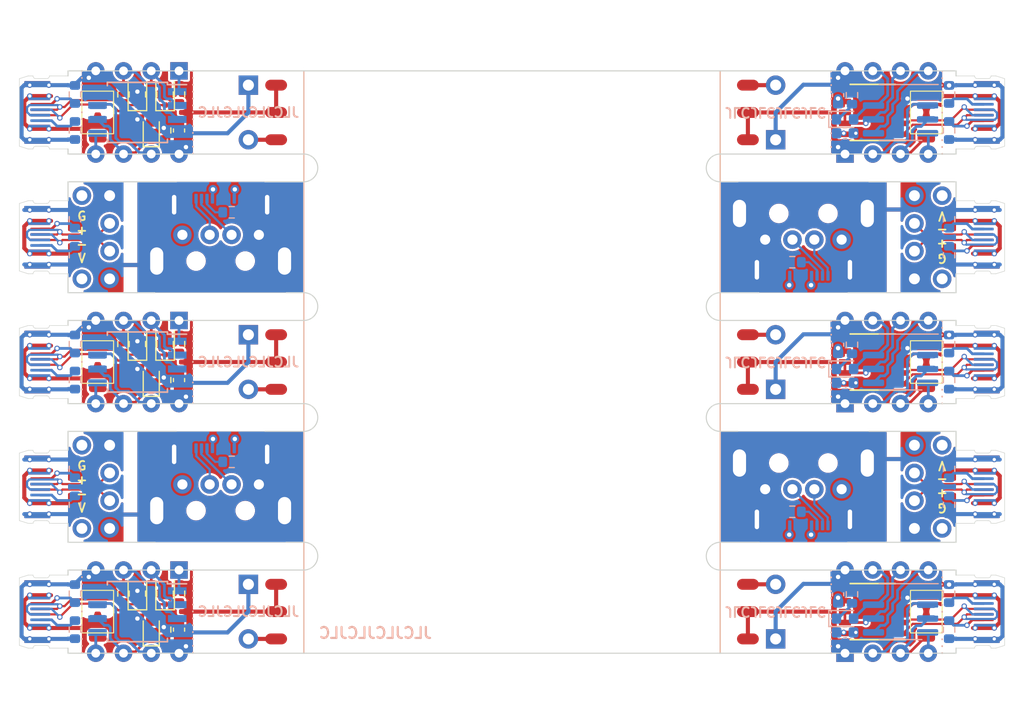
<source format=kicad_pcb>
(kicad_pcb (version 20221018) (generator pcbnew)
  (layers (0 "F.Cu" signal) (31 "B.Cu" signal) (34 "B.Paste" user) (35 "F.Paste" user) (36 "B.SilkS" user "B.Silkscreen") (37 "F.SilkS" user "F.Silkscreen") (38 "B.Mask" user) (39 "F.Mask" user) (44 "Edge.Cuts" user))
  (net 0 "")
  (footprint "LOGO" (layer "F.Cu") (at 127.305 100 180)
    (fp_text reference "G***" hide)
    (fp_text value "LOGO" hide)
  )
  (footprint "Package_DIP:DIP-8_W7.62mm_Socket" (layer "F.Cu") (at 69.52 96.19 -90)
    (fp_text reference "J2" hide)
    (fp_text value "OUT" hide)
  )
  (footprint "Library:sw" (layer "F.Cu") (at 121.59 122.86 180)
    (fp_text reference "SW2" hide)
    (fp_text value "SW_SPDT" hide)
  )
  (footprint "Capacitor_SMD:C_0603_1608Metric" (layer "F.Cu") (at 69.52 101.651 90)
    (fp_text reference "C1" hide)
    (fp_text value "4u7" hide)
  )
  (footprint "LOGO" (layer "F.Cu") (at 127.305 77.14 180)
    (fp_text reference "G***" hide)
    (fp_text value "LOGO" hide)
  )
  (footprint "Library:sw_push_smd" (layer "F.Cu") (at 62.08 77.14 90)
    (fp_text reference "SW1" hide)
    (fp_text value "SW_Push" hide)
  )
  (footprint "Library:sw_push_smd" (layer "F.Cu") (at 137.92 122.86 90)
    (fp_text reference "SW1" hide)
    (fp_text value "SW_Push" hide)
  )
  (footprint "LOGO" (layer "F.Cu") (at 64.821 101.397)
    (fp_text reference "G***" hide)
    (fp_text value "LOGO" hide)
  )
  (footprint "Package_SO:SSOP-10_3.9x4.9mm_P1.00mm" (layer "F.Cu") (at 133.02 77.14 180)
    (fp_text reference "U2" hide)
    (fp_text value "CH340K" hide)
  )
  (footprint "Resistor_SMD:R_0603_1608Metric" (layer "F.Cu") (at 69.52 121.209 -90)
    (fp_text reference "R4" hide)
    (fp_text value "1k5" hide)
  )
  (footprint "Library:sw" (layer "F.Cu") (at 121.59 100 180)
    (fp_text reference "SW2" hide)
    (fp_text value "SW_SPDT" hide)
  )
  (footprint "Connector_PinHeader_2.54mm:PinHeader_1x04_P2.54mm_Vertical" (layer "F.Cu") (at 136.83 92.38 180)
    (fp_text reference "REF**" hide)
    (fp_text value "PinHeader_1x04_P2.54mm_Vertical" hide)
  )
  (footprint "Library:USB-C" (layer "F.Cu") (at 59.36 88.57 180)
    (fp_text reference "J1" hide)
    (fp_text value "USB-C" hide)
    (fp_line (start 0 -3.345) (end 1.7 -3.345) (stroke (width 0.05)) (layer "Edge.Cuts"))
    (fp_line (start 0 3.345) (end 1.7 3.345) (stroke (width 0.05)) (layer "Edge.Cuts"))
    (fp_line (start 1.95 -3.095) (end 2.95 -3.095) (stroke (width 0.05)) (layer "Edge.Cuts"))
    (fp_line (start 1.95 3.095) (end 2.95 3.095) (stroke (width 0.05)) (layer "Edge.Cuts"))
    (fp_line (start 3.2 -3.345) (end 3.65 -3.345) (stroke (width 0.05)) (layer "Edge.Cuts"))
    (fp_line (start 3.2 3.345) (end 3.65 3.345) (stroke (width 0.05)) (layer "Edge.Cuts"))
    (fp_line (start 3.65 -3.345) (end 4.45 -3.095) (stroke (width 0.05)) (layer "Edge.Cuts"))
    (fp_line (start 3.65 3.345) (end 4.45 3.095) (stroke (width 0.05)) (layer "Edge.Cuts"))
    (fp_line (start 4.45 -3.095) (end 4.45 0) (stroke (width 0.05)) (layer "Edge.Cuts"))
    (fp_line (start 4.45 3.095) (end 4.45 0) (stroke (width 0.05)) (layer "Edge.Cuts"))
    (fp_arc (start 1.7 3.345) (mid 1.773223 3.168223) (end 1.95 3.095) (stroke (width 0.05)) (layer "Edge.Cuts"))
    (fp_arc (start 1.95 -3.095) (mid 1.773223 -3.168223) (end 1.7 -3.345) (stroke (width 0.05)) (layer "Edge.Cuts"))
    (fp_arc (start 2.95 3.095) (mid 3.126777 3.168223) (end 3.2 3.345) (stroke (width 0.05)) (layer "Edge.Cuts"))
    (fp_arc (start 3.2 -3.345) (mid 3.126777 -3.168223) (end 2.95 -3.095) (stroke (width 0.05)) (layer "Edge.Cuts"))
  )
  (footprint "Capacitor_SMD:C_0603_1608Metric" (layer "F.Cu") (at 69.52 78.791 90)
    (fp_text reference "C1" hide)
    (fp_text value "4u7" hide)
  )
  (footprint "Library:sw" (layer "F.Cu") (at 78.41 122.86)
    (fp_text reference "SW2" hide)
    (fp_text value "SW_SPDT" hide)
  )
  (footprint "Capacitor_SMD:C_0603_1608Metric" (layer "F.Cu") (at 69.52 124.511 90)
    (fp_text reference "C1" hide)
    (fp_text value "4u7" hide)
  )
  (footprint "LOGO" (layer "F.Cu") (at 72.695 77.14)
    (fp_text reference "G***" hide)
    (fp_text value "LOGO" hide)
  )
  (footprint "Package_DIP:DIP-8_W7.62mm_Socket" (layer "F.Cu") (at 69.52 73.33 -90)
    (fp_text reference "J2" hide)
    (fp_text value "OUT" hide)
  )
  (footprint "Library:sw" (layer "F.Cu") (at 121.59 77.14 180)
    (fp_text reference "SW2" hide)
    (fp_text value "SW_SPDT" hide)
  )
  (footprint "LOGO" (layer "F.Cu") (at 133.02 100 180)
    (fp_text reference "G***" hide)
    (fp_text value "LOGO" hide)
  )
  (footprint "Library:USB-C" (layer "F.Cu") (at 140.64 100)
    (fp_text reference "J1" hide)
    (fp_text value "USB-C" hide)
    (fp_line (start 0 -3.345) (end 1.7 -3.345) (stroke (width 0.05)) (layer "Edge.Cuts"))
    (fp_line (start 0 3.345) (end 1.7 3.345) (stroke (width 0.05)) (layer "Edge.Cuts"))
    (fp_line (start 1.95 -3.095) (end 2.95 -3.095) (stroke (width 0.05)) (layer "Edge.Cuts"))
    (fp_line (start 1.95 3.095) (end 2.95 3.095) (stroke (width 0.05)) (layer "Edge.Cuts"))
    (fp_line (start 3.2 -3.345) (end 3.65 -3.345) (stroke (width 0.05)) (layer "Edge.Cuts"))
    (fp_line (start 3.2 3.345) (end 3.65 3.345) (stroke (width 0.05)) (layer "Edge.Cuts"))
    (fp_line (start 3.65 -3.345) (end 4.45 -3.095) (stroke (width 0.05)) (layer "Edge.Cuts"))
    (fp_line (start 3.65 3.345) (end 4.45 3.095) (stroke (width 0.05)) (layer "Edge.Cuts"))
    (fp_line (start 4.45 -3.095) (end 4.45 0) (stroke (width 0.05)) (layer "Edge.Cuts"))
    (fp_line (start 4.45 3.095) (end 4.45 0) (stroke (width 0.05)) (layer "Edge.Cuts"))
    (fp_arc (start 1.7 3.345) (mid 1.773223 3.168223) (end 1.95 3.095) (stroke (width 0.05)) (layer "Edge.Cuts"))
    (fp_arc (start 1.95 -3.095) (mid 1.773223 -3.168223) (end 1.7 -3.345) (stroke (width 0.05)) (layer "Edge.Cuts"))
    (fp_arc (start 2.95 3.095) (mid 3.126777 3.168223) (end 3.2 3.345) (stroke (width 0.05)) (layer "Edge.Cuts"))
    (fp_arc (start 3.2 -3.345) (mid 3.126777 -3.168223) (end 2.95 -3.095) (stroke (width 0.05)) (layer "Edge.Cuts"))
  )
  (footprint "Resistor_SMD:R_0603_1608Metric" (layer "F.Cu") (at 68.25 78.791 90)
    (fp_text reference "R1" hide)
    (fp_text value "10k" hide)
  )
  (footprint "Library:USB-C" (layer "F.Cu") (at 59.36 111.43 180)
    (fp_text reference "J1" hide)
    (fp_text value "USB-C" hide)
    (fp_line (start 0 -3.345) (end 1.7 -3.345) (stroke (width 0.05)) (layer "Edge.Cuts"))
    (fp_line (start 0 3.345) (end 1.7 3.345) (stroke (width 0.05)) (layer "Edge.Cuts"))
    (fp_line (start 1.95 -3.095) (end 2.95 -3.095) (stroke (width 0.05)) (layer "Edge.Cuts"))
    (fp_line (start 1.95 3.095) (end 2.95 3.095) (stroke (width 0.05)) (layer "Edge.Cuts"))
    (fp_line (start 3.2 -3.345) (end 3.65 -3.345) (stroke (width 0.05)) (layer "Edge.Cuts"))
    (fp_line (start 3.2 3.345) (end 3.65 3.345) (stroke (width 0.05)) (layer "Edge.Cuts"))
    (fp_line (start 3.65 -3.345) (end 4.45 -3.095) (stroke (width 0.05)) (layer "Edge.Cuts"))
    (fp_line (start 3.65 3.345) (end 4.45 3.095) (stroke (width 0.05)) (layer "Edge.Cuts"))
    (fp_line (start 4.45 -3.095) (end 4.45 0) (stroke (width 0.05)) (layer "Edge.Cuts"))
    (fp_line (start 4.45 3.095) (end 4.45 0) (stroke (width 0.05)) (layer "Edge.Cuts"))
    (fp_arc (start 1.7 3.345) (mid 1.773223 3.168223) (end 1.95 3.095) (stroke (width 0.05)) (layer "Edge.Cuts"))
    (fp_arc (start 1.95 -3.095) (mid 1.773223 -3.168223) (end 1.7 -3.345) (stroke (width 0.05)) (layer "Edge.Cuts"))
    (fp_arc (start 2.95 3.095) (mid 3.126777 3.168223) (end 3.2 3.345) (stroke (width 0.05)) (layer "Edge.Cuts"))
    (fp_arc (start 3.2 -3.345) (mid 3.126777 -3.168223) (end 2.95 -3.095) (stroke (width 0.05)) (layer "Edge.Cuts"))
  )
  (footprint "Package_DIP:DIP-8_W7.62mm_Socket" (layer "F.Cu") (at 69.52 119.05 -90)
    (fp_text reference "J2" hide)
    (fp_text value "OUT" hide)
  )
  (footprint "LOGO" (layer "F.Cu") (at 72.695 100)
    (fp_text reference "G***" hide)
    (fp_text value "LOGO" hide)
  )
  (footprint "Library:USB-C" (layer "F.Cu") (at 59.36 122.86 180)
    (fp_text reference "J1" hide)
    (fp_text value "USB-C" hide)
    (fp_line (start 0 -3.345) (end 1.7 -3.345) (stroke (width 0.05)) (layer "Edge.Cuts"))
    (fp_line (start 0 3.345) (end 1.7 3.345) (stroke (width 0.05)) (layer "Edge.Cuts"))
    (fp_line (start 1.95 -3.095) (end 2.95 -3.095) (stroke (width 0.05)) (layer "Edge.Cuts"))
    (fp_line (start 1.95 3.095) (end 2.95 3.095) (stroke (width 0.05)) (layer "Edge.Cuts"))
    (fp_line (start 3.2 -3.345) (end 3.65 -3.345) (stroke (width 0.05)) (layer "Edge.Cuts"))
    (fp_line (start 3.2 3.345) (end 3.65 3.345) (stroke (width 0.05)) (layer "Edge.Cuts"))
    (fp_line (start 3.65 -3.345) (end 4.45 -3.095) (stroke (width 0.05)) (layer "Edge.Cuts"))
    (fp_line (start 3.65 3.345) (end 4.45 3.095) (stroke (width 0.05)) (layer "Edge.Cuts"))
    (fp_line (start 4.45 -3.095) (end 4.45 0) (stroke (width 0.05)) (layer "Edge.Cuts"))
    (fp_line (start 4.45 3.095) (end 4.45 0) (stroke (width 0.05)) (layer "Edge.Cuts"))
    (fp_arc (start 1.7 3.345) (mid 1.773223 3.168223) (end 1.95 3.095) (stroke (width 0.05)) (layer "Edge.Cuts"))
    (fp_arc (start 1.95 -3.095) (mid 1.773223 -3.168223) (end 1.7 -3.345) (stroke (width 0.05)) (layer "Edge.Cuts"))
    (fp_arc (start 2.95 3.095) (mid 3.126777 3.168223) (end 3.2 3.345) (stroke (width 0.05)) (layer "Edge.Cuts"))
    (fp_arc (start 3.2 -3.345) (mid 3.126777 -3.168223) (end 2.95 -3.095) (stroke (width 0.05)) (layer "Edge.Cuts"))
  )
  (footprint "LOGO" (layer "F.Cu") (at 64.821 124.257)
    (fp_text reference "G***" hide)
    (fp_text value "LOGO" hide)
  )
  (footprint "Library:sw_push_smd" (layer "F.Cu") (at 62.08 100 90)
    (fp_text reference "SW1" hide)
    (fp_text value "SW_Push" hide)
  )
  (footprint "Library:edlc" (layer "F.Cu") (at 124.13 77.14)
    (fp_text reference "C2" hide)
    (fp_text value "1F5" hide)
  )
  (footprint "Connector_PinHeader_2.54mm:PinHeader_1x01_P2.54mm_Vertical" (layer "F.Cu") (at 60.63 84.76)
    (fp_text reference "REF**" hide)
    (fp_text value "PinHeader_1x01_P2.54mm_Vertical" hide)
  )
  (footprint "Library:edlc" (layer "F.Cu") (at 124.13 122.86)
    (fp_text reference "C2" hide)
    (fp_text value "1F5" hide)
  )
  (footprint "Package_DIP:DIP-8_W7.62mm_Socket" (layer "F.Cu") (at 130.48 80.95 90)
    (fp_text reference "J2" hide)
    (fp_text value "OUT" hide)
  )
  (footprint "Library:USB-C" (layer "F.Cu") (at 59.36 100 180)
    (fp_text reference "J1" hide)
    (fp_text value "USB-C" hide)
    (fp_line (start 0 -3.345) (end 1.7 -3.345) (stroke (width 0.05)) (layer "Edge.Cuts"))
    (fp_line (start 0 3.345) (end 1.7 3.345) (stroke (width 0.05)) (layer "Edge.Cuts"))
    (fp_line (start 1.95 -3.095) (end 2.95 -3.095) (stroke (width 0.05)) (layer "Edge.Cuts"))
    (fp_line (start 1.95 3.095) (end 2.95 3.095) (stroke (width 0.05)) (layer "Edge.Cuts"))
    (fp_line (start 3.2 -3.345) (end 3.65 -3.345) (stroke (width 0.05)) (layer "Edge.Cuts"))
    (fp_line (start 3.2 3.345) (end 3.65 3.345) (stroke (width 0.05)) (layer "Edge.Cuts"))
    (fp_line (start 3.65 -3.345) (end 4.45 -3.095) (stroke (width 0.05)) (layer "Edge.Cuts"))
    (fp_line (start 3.65 3.345) (end 4.45 3.095) (stroke (width 0.05)) (layer "Edge.Cuts"))
    (fp_line (start 4.45 -3.095) (end 4.45 0) (stroke (width 0.05)) (layer "Edge.Cuts"))
    (fp_line (start 4.45 3.095) (end 4.45 0) (stroke (width 0.05)) (layer "Edge.Cuts"))
    (fp_arc (start 1.7 3.345) (mid 1.773223 3.168223) (end 1.95 3.095) (stroke (width 0.05)) (layer "Edge.Cuts"))
    (fp_arc (start 1.95 -3.095) (mid 1.773223 -3.168223) (end 1.7 -3.345) (stroke (width 0.05)) (layer "Edge.Cuts"))
    (fp_arc (start 2.95 3.095) (mid 3.126777 3.168223) (end 3.2 3.345) (stroke (width 0.05)) (layer "Edge.Cuts"))
    (fp_arc (start 3.2 -3.345) (mid 3.126777 -3.168223) (end 2.95 -3.095) (stroke (width 0.05)) (layer "Edge.Cuts"))
  )
  (footprint "Package_SO:SSOP-10_3.9x4.9mm_P1.00mm" (layer "F.Cu") (at 133.02 100 180)
    (fp_text reference "U2" hide)
    (fp_text value "CH340K" hide)
  )
  (footprint "Diode_SMD:D_SOD-323F" (layer "F.Cu") (at 68.25 75.364 90)
    (fp_text reference "D3" hide)
    (fp_text value "3.6" hide)
  )
  (footprint "Package_DIP:DIP-8_W7.62mm_Socket" (layer "F.Cu") (at 130.48 103.81 90)
    (fp_text reference "J2" hide)
    (fp_text value "OUT" hide)
  )
  (footprint "Connector_PinHeader_2.54mm:PinHeader_1x04_P2.54mm_Vertical" (layer "F.Cu") (at 63.17 84.76)
    (fp_text reference "REF**" hide)
    (fp_text value "PinHeader_1x04_P2.54mm_Vertical" hide)
  )
  (footprint "Library:USB-C" (layer "F.Cu") (at 140.64 122.86)
    (fp_text reference "J1" hide)
    (fp_text value "USB-C" hide)
    (fp_line (start 0 -3.345) (end 1.7 -3.345) (stroke (width 0.05)) (layer "Edge.Cuts"))
    (fp_line (start 0 3.345) (end 1.7 3.345) (stroke (width 0.05)) (layer "Edge.Cuts"))
    (fp_line (start 1.95 -3.095) (end 2.95 -3.095) (stroke (width 0.05)) (layer "Edge.Cuts"))
    (fp_line (start 1.95 3.095) (end 2.95 3.095) (stroke (width 0.05)) (layer "Edge.Cuts"))
    (fp_line (start 3.2 -3.345) (end 3.65 -3.345) (stroke (width 0.05)) (layer "Edge.Cuts"))
    (fp_line (start 3.2 3.345) (end 3.65 3.345) (stroke (width 0.05)) (layer "Edge.Cuts"))
    (fp_line (start 3.65 -3.345) (end 4.45 -3.095) (stroke (width 0.05)) (layer "Edge.Cuts"))
    (fp_line (start 3.65 3.345) (end 4.45 3.095) (stroke (width 0.05)) (layer "Edge.Cuts"))
    (fp_line (start 4.45 -3.095) (end 4.45 0) (stroke (width 0.05)) (layer "Edge.Cuts"))
    (fp_line (start 4.45 3.095) (end 4.45 0) (stroke (width 0.05)) (layer "Edge.Cuts"))
    (fp_arc (start 1.7 3.345) (mid 1.773223 3.168223) (end 1.95 3.095) (stroke (width 0.05)) (layer "Edge.Cuts"))
    (fp_arc (start 1.95 -3.095) (mid 1.773223 -3.168223) (end 1.7 -3.345) (stroke (width 0.05)) (layer "Edge.Cuts"))
    (fp_arc (start 2.95 3.095) (mid 3.126777 3.168223) (end 3.2 3.345) (stroke (width 0.05)) (layer "Edge.Cuts"))
    (fp_arc (start 3.2 -3.345) (mid 3.126777 -3.168223) (end 2.95 -3.095) (stroke (width 0.05)) (layer "Edge.Cuts"))
  )
  (footprint "Connector_PinHeader_2.54mm:PinHeader_1x01_P2.54mm_Vertical" (layer "F.Cu") (at 60.63 115.24)
    (fp_text reference "REF**" hide)
    (fp_text value "PinHeader_1x01_P2.54mm_Vertical" hide)
  )
  (footprint "Package_SO:SSOP-10_3.9x4.9mm_P1.00mm" (layer "F.Cu") (at 133.02 122.86 180)
    (fp_text reference "U2" hide)
    (fp_text value "CH340K" hide)
  )
  (footprint "Library:edlc" (layer "F.Cu") (at 124.13 100)
    (fp_text reference "C2" hide)
    (fp_text value "1F5" hide)
  )
  (footprint "Resistor_SMD:R_0603_1608Metric" (layer "F.Cu") (at 64.44 75.489 90)
    (fp_text reference "R3" hide)
    (fp_text value "100" hide)
  )
  (footprint "Connector_PinHeader_2.54mm:PinHeader_1x01_P2.54mm_Vertical" (layer "F.Cu") (at 60.63 92.38)
    (fp_text reference "REF**" hide)
    (fp_text value "PinHeader_1x01_P2.54mm_Vertical" hide)
  )
  (footprint "LOGO" (layer "F.Cu") (at 100 94.92)
    (fp_text reference "G***" hide)
    (fp_text value "LOGO" hide)
  )
  (footprint "Resistor_SMD:R_0603_1608Metric" (layer "F.Cu") (at 66.98 98.349 -90)
    (fp_text reference "R2" hide)
    (fp_text value "100" hide)
  )
  (footprint "Library:USB-C" (layer "F.Cu") (at 59.36 77.14 180)
    (fp_text reference "J1" hide)
    (fp_text value "USB-C" hide)
    (fp_line (start 0 -3.345) (end 1.7 -3.345) (stroke (width 0.05)) (layer "Edge.Cuts"))
    (fp_line (start 0 3.345) (end 1.7 3.345) (stroke (width 0.05)) (layer "Edge.Cuts"))
    (fp_line (start 1.95 -3.095) (end 2.95 -3.095) (stroke (width 0.05)) (layer "Edge.Cuts"))
    (fp_line (start 1.95 3.095) (end 2.95 3.095) (stroke (width 0.05)) (layer "Edge.Cuts"))
    (fp_line (start 3.2 -3.345) (end 3.65 -3.345) (stroke (width 0.05)) (layer "Edge.Cuts"))
    (fp_line (start 3.2 3.345) (end 3.65 3.345) (stroke (width 0.05)) (layer "Edge.Cuts"))
    (fp_line (start 3.65 -3.345) (end 4.45 -3.095) (stroke (width 0.05)) (layer "Edge.Cuts"))
    (fp_line (start 3.65 3.345) (end 4.45 3.095) (stroke (width 0.05)) (layer "Edge.Cuts"))
    (fp_line (start 4.45 -3.095) (end 4.45 0) (stroke (width 0.05)) (layer "Edge.Cuts"))
    (fp_line (start 4.45 3.095) (end 4.45 0) (stroke (width 0.05)) (layer "Edge.Cuts"))
    (fp_arc (start 1.7 3.345) (mid 1.773223 3.168223) (end 1.95 3.095) (stroke (width 0.05)) (layer "Edge.Cuts"))
    (fp_arc (start 1.95 -3.095) (mid 1.773223 -3.168223) (end 1.7 -3.345) (stroke (width 0.05)) (layer "Edge.Cuts"))
    (fp_arc (start 2.95 3.095) (mid 3.126777 3.168223) (end 3.2 3.345) (stroke (width 0.05)) (layer "Edge.Cuts"))
    (fp_arc (start 3.2 -3.345) (mid 3.126777 -3.168223) (end 2.95 -3.095) (stroke (width 0.05)) (layer "Edge.Cuts"))
  )
  (footprint "Library:sw_push_smd" (layer "F.Cu") (at 137.92 77.14 90)
    (fp_text reference "SW1" hide)
    (fp_text value "SW_Push" hide)
  )
  (footprint "Connector_PinHeader_2.54mm:PinHeader_1x01_P2.54mm_Vertical" (layer "F.Cu") (at 139.37 107.62 180)
    (fp_text reference "REF**" hide)
    (fp_text value "PinHeader_1x01_P2.54mm_Vertical" hide)
  )
  (footprint "Resistor_SMD:R_0603_1608Metric" (layer "F.Cu") (at 64.44 121.209 90)
    (fp_text reference "R3" hide)
    (fp_text value "100" hide)
  )
  (footprint "Library:sw" (layer "F.Cu") (at 78.41 100)
    (fp_text reference "SW2" hide)
    (fp_text value "SW_SPDT" hide)
  )
  (footprint "LED_SMD:LED_0603_1608Metric" (layer "F.Cu") (at 66.98 78.791 90)
    (fp_text reference "D1" hide)
    (fp_text value "LED" hide)
  )
  (footprint "LOGO" (layer "F.Cu") (at 133.02 122.86 180)
    (fp_text reference "G***" hide)
    (fp_text value "LOGO" hide)
  )
  (footprint "LOGO" (layer "F.Cu") (at 127.305 122.86 180)
    (fp_text reference "G***" hide)
    (fp_text value "LOGO" hide)
  )
  (footprint "Connector_PinHeader_2.54mm:PinHeader_1x04_P2.54mm_Vertical" (layer "F.Cu") (at 136.83 115.24 180)
    (fp_text reference "REF**" hide)
    (fp_text value "PinHeader_1x04_P2.54mm_Vertical" hide)
  )
  (footprint "Library:edlc" (layer "F.Cu") (at 75.87 77.14 180)
    (fp_text reference "C2" hide)
    (fp_text value "1F5" hide)
  )
  (footprint "Package_DIP:DIP-8_W7.62mm_Socket" (layer "F.Cu") (at 130.48 126.67 90)
    (fp_text reference "J2" hide)
    (fp_text value "OUT" hide)
  )
  (footprint "LOGO" (layer "F.Cu") (at 133.02 77.14 180)
    (fp_text reference "G***" hide)
    (fp_text value "LOGO" hide)
  )
  (footprint "Library:edlc" (layer "F.Cu") (at 75.87 100 180)
    (fp_text reference "C2" hide)
    (fp_text value "1F5" hide)
  )
  (footprint "Library:USB-C" (layer "F.Cu") (at 140.64 111.43)
    (fp_text reference "J1" hide)
    (fp_text value "USB-C" hide)
    (fp_line (start 0 -3.345) (end 1.7 -3.345) (stroke (width 0.05)) (layer "Edge.Cuts"))
    (fp_line (start 0 3.345) (end 1.7 3.345) (stroke (width 0.05)) (layer "Edge.Cuts"))
    (fp_line (start 1.95 -3.095) (end 2.95 -3.095) (stroke (width 0.05)) (layer "Edge.Cuts"))
    (fp_line (start 1.95 3.095) (end 2.95 3.095) (stroke (width 0.05)) (layer "Edge.Cuts"))
    (fp_line (start 3.2 -3.345) (end 3.65 -3.345) (stroke (width 0.05)) (layer "Edge.Cuts"))
    (fp_line (start 3.2 3.345) (end 3.65 3.345) (stroke (width 0.05)) (layer "Edge.Cuts"))
    (fp_line (start 3.65 -3.345) (end 4.45 -3.095) (stroke (width 0.05)) (layer "Edge.Cuts"))
    (fp_line (start 3.65 3.345) (end 4.45 3.095) (stroke (width 0.05)) (layer "Edge.Cuts"))
    (fp_line (start 4.45 -3.095) (end 4.45 0) (stroke (width 0.05)) (layer "Edge.Cuts"))
    (fp_line (start 4.45 3.095) (end 4.45 0) (stroke (width 0.05)) (layer "Edge.Cuts"))
    (fp_arc (start 1.7 3.345) (mid 1.773223 3.168223) (end 1.95 3.095) (stroke (width 0.05)) (layer "Edge.Cuts"))
    (fp_arc (start 1.95 -3.095) (mid 1.773223 -3.168223) (end 1.7 -3.345) (stroke (width 0.05)) (layer "Edge.Cuts"))
    (fp_arc (start 2.95 3.095) (mid 3.126777 3.168223) (end 3.2 3.345) (stroke (width 0.05)) (layer "Edge.Cuts"))
    (fp_arc (start 3.2 -3.345) (mid 3.126777 -3.168223) (end 2.95 -3.095) (stroke (width 0.05)) (layer "Edge.Cuts"))
  )
  (footprint "Library:sw_push_smd" (layer "F.Cu") (at 62.08 122.86 90)
    (fp_text reference "SW1" hide)
    (fp_text value "SW_Push" hide)
  )
  (footprint "Library:edlc" (layer "F.Cu") (at 75.87 122.86 180)
    (fp_text reference "C2" hide)
    (fp_text value "1F5" hide)
  )
  (footprint "LOGO" (layer "F.Cu") (at 72.695 122.86)
    (fp_text reference "G***" hide)
    (fp_text value "LOGO" hide)
  )
  (footprint "Resistor_SMD:R_0603_1608Metric" (layer "F.Cu") (at 69.52 98.349 -90)
    (fp_text reference "R4" hide)
    (fp_text value "1k5" hide)
  )
  (footprint "Library:USB-C" (layer "F.Cu") (at 140.64 88.57)
    (fp_text reference "J1" hide)
    (fp_text value "USB-C" hide)
    (fp_line (start 0 -3.345) (end 1.7 -3.345) (stroke (width 0.05)) (layer "Edge.Cuts"))
    (fp_line (start 0 3.345) (end 1.7 3.345) (stroke (width 0.05)) (layer "Edge.Cuts"))
    (fp_line (start 1.95 -3.095) (end 2.95 -3.095) (stroke (width 0.05)) (layer "Edge.Cuts"))
    (fp_line (start 1.95 3.095) (end 2.95 3.095) (stroke (width 0.05)) (layer "Edge.Cuts"))
    (fp_line (start 3.2 -3.345) (end 3.65 -3.345) (stroke (width 0.05)) (layer "Edge.Cuts"))
    (fp_line (start 3.2 3.345) (end 3.65 3.345) (stroke (width 0.05)) (layer "Edge.Cuts"))
    (fp_line (start 3.65 -3.345) (end 4.45 -3.095) (stroke (width 0.05)) (layer "Edge.Cuts"))
    (fp_line (start 3.65 3.345) (end 4.45 3.095) (stroke (width 0.05)) (layer "Edge.Cuts"))
    (fp_line (start 4.45 -3.095) (end 4.45 0) (stroke (width 0.05)) (layer "Edge.Cuts"))
    (fp_line (start 4.45 3.095) (end 4.45 0) (stroke (width 0.05)) (layer "Edge.Cuts"))
    (fp_arc (start 1.7 3.345) (mid 1.773223 3.168223) (end 1.95 3.095) (stroke (width 0.05)) (layer "Edge.Cuts"))
    (fp_arc (start 1.95 -3.095) (mid 1.773223 -3.168223) (end 1.7 -3.345) (stroke (width 0.05)) (layer "Edge.Cuts"))
    (fp_arc (start 2.95 3.095) (mid 3.126777 3.168223) (end 3.2 3.345) (stroke (width 0.05)) (layer "Edge.Cuts"))
    (fp_arc (start 3.2 -3.345) (mid 3.126777 -3.168223) (end 2.95 -3.095) (stroke (width 0.05)) (layer "Edge.Cuts"))
  )
  (footprint "LED_SMD:LED_0603_1608Metric" (layer "F.Cu") (at 66.98 124.511 90)
    (fp_text reference "D1" hide)
    (fp_text value "LED" hide)
  )
  (footprint "Connector_PinHeader_2.54mm:PinHeader_1x01_P2.54mm_Vertical" (layer "F.Cu") (at 139.37 84.76 180)
    (fp_text reference "REF**" hide)
    (fp_text value "PinHeader_1x01_P2.54mm_Vertical" hide)
  )
  (footprint "Connector_PinHeader_2.54mm:PinHeader_1x04_P2.54mm_Vertical" (layer "F.Cu") (at 63.17 107.62)
    (fp_text reference "REF**" hide)
    (fp_text value "PinHeader_1x04_P2.54mm_Vertical" hide)
  )
  (footprint "Connector_PinHeader_2.54mm:PinHeader_1x01_P2.54mm_Vertical" (layer "F.Cu") (at 139.369999 115.24 180)
    (fp_text reference "REF**" hide)
    (fp_text value "PinHeader_1x01_P2.54mm_Vertical" hide)
  )
  (footprint "Diode_SMD:D_SOD-323F" (layer "F.Cu") (at 65.71 75.364 90)
    (fp_text reference "D2" hide)
    (fp_text value "3.6" hide)
  )
  (footprint "Diode_SMD:D_SOD-323F" (layer "F.Cu") (at 68.25 121.084 90)
    (fp_text reference "D3" hide)
    (fp_text value "3.6" hide)
  )
  (footprint "Resistor_SMD:R_0603_1608Metric" (layer "F.Cu") (at 68.25 101.651 90)
    (fp_text reference "R1" hide)
    (fp_text value "10k" hide)
  )
  (footprint "Diode_SMD:D_SOD-323F" (layer "F.Cu") (at 65.71 121.084 90)
    (fp_text reference "D2" hide)
    (fp_text value "3.6" hide)
  )
  (footprint "Connector_PinHeader_2.54mm:PinHeader_1x01_P2.54mm_Vertical" (layer "F.Cu") (at 60.63 107.62)
    (fp_text reference "REF**" hide)
    (fp_text value "PinHeader_1x01_P2.54mm_Vertical" hide)
  )
  (footprint "Resistor_SMD:R_0603_1608Metric" (layer "F.Cu") (at 68.25 124.511 90)
    (fp_text reference "R1" hide)
    (fp_text value "10k" hide)
  )
  (footprint "LOGO" (layer "F.Cu") (at 64.821 78.537)
    (fp_text reference "G***" hide)
    (fp_text value "LOGO" hide)
  )
  (footprint "Resistor_SMD:R_0603_1608Metric" (layer "F.Cu") (at 66.98 75.489 -90)
    (fp_text reference "R2" hide)
    (fp_text value "100" hide)
  )
  (footprint "Diode_SMD:D_SOD-323F" (layer "F.Cu") (at 68.25 98.224 90)
    (fp_text reference "D3" hide)
    (fp_text value "3.6" hide)
  )
  (footprint "Library:USB-C" (layer "F.Cu") (at 140.64 77.14)
    (fp_text reference "J1" hide)
    (fp_text value "USB-C" hide)
    (fp_line (start 0 -3.345) (end 1.7 -3.345) (stroke (width 0.05)) (layer "Edge.Cuts"))
    (fp_line (start 0 3.345) (end 1.7 3.345) (stroke (width 0.05)) (layer "Edge.Cuts"))
    (fp_line (start 1.95 -3.095) (end 2.95 -3.095) (stroke (width 0.05)) (layer "Edge.Cuts"))
    (fp_line (start 1.95 3.095) (end 2.95 3.095) (stroke (width 0.05)) (layer "Edge.Cuts"))
    (fp_line (start 3.2 -3.345) (end 3.65 -3.345) (stroke (width 0.05)) (layer "Edge.Cuts"))
    (fp_line (start 3.2 3.345) (end 3.65 3.345) (stroke (width 0.05)) (layer "Edge.Cuts"))
    (fp_line (start 3.65 -3.345) (end 4.45 -3.095) (stroke (width 0.05)) (layer "Edge.Cuts"))
    (fp_line (start 3.65 3.345) (end 4.45 3.095) (stroke (width 0.05)) (layer "Edge.Cuts"))
    (fp_line (start 4.45 -3.095) (end 4.45 0) (stroke (width 0.05)) (layer "Edge.Cuts"))
    (fp_line (start 4.45 3.095) (end 4.45 0) (stroke (width 0.05)) (layer "Edge.Cuts"))
    (fp_arc (start 1.7 3.345) (mid 1.773223 3.168223) (end 1.95 3.095) (stroke (width 0.05)) (layer "Edge.Cuts"))
    (fp_arc (start 1.95 -3.095) (mid 1.773223 -3.168223) (end 1.7 -3.345) (stroke (width 0.05)) (layer "Edge.Cuts"))
    (fp_arc (start 2.95 3.095) (mid 3.126777 3.168223) (end 3.2 3.345) (stroke (width 0.05)) (layer "Edge.Cuts"))
    (fp_arc (start 3.2 -3.345) (mid 3.126777 -3.168223) (end 2.95 -3.095) (stroke (width 0.05)) (layer "Edge.Cuts"))
  )
  (footprint "Library:sw" (layer "F.Cu") (at 78.41 77.14)
    (fp_text reference "SW2" hide)
    (fp_text value "SW_SPDT" hide)
  )
  (footprint "Resistor_SMD:R_0603_1608Metric" (layer "F.Cu") (at 64.44 98.349 90)
    (fp_text reference "R3" hide)
    (fp_text value "100" hide)
  )
  (footprint "Library:sw_push_smd" (layer "F.Cu") (at 137.92 100 90)
    (fp_text reference "SW1" hide)
    (fp_text value "SW_Push" hide)
  )
  (footprint "Resistor_SMD:R_0603_1608Metric" (layer "F.Cu") (at 69.52 75.489 -90)
    (fp_text reference "R4" hide)
    (fp_text value "1k5" hide)
  )
  (footprint "Connector_PinHeader_2.54mm:PinHeader_1x01_P2.54mm_Vertical" (layer "F.Cu") (at 139.369999 92.38 180)
    (fp_text reference "REF**" hide)
    (fp_text value "PinHeader_1x01_P2.54mm_Vertical" hide)
  )
  (footprint "LED_SMD:LED_0603_1608Metric" (layer "F.Cu") (at 66.98 101.651 90)
    (fp_text reference "D1" hide)
    (fp_text value "LED" hide)
  )
  (footprint "Diode_SMD:D_SOD-323F" (layer "F.Cu") (at 65.71 98.224 90)
    (fp_text reference "D2" hide)
    (fp_text value "3.6" hide)
  )
  (footprint "Resistor_SMD:R_0603_1608Metric" (layer "F.Cu") (at 66.98 121.209 -90)
    (fp_text reference "R2" hide)
    (fp_text value "100" hide)
  )
  (footprint "Capacitor_SMD:C_0603_1608Metric" (layer "B.Cu") (at 130.48 101.905)
    (fp_text reference "C3" hide)
    (fp_text value "0u1" hide)
  )
  (footprint "Resistor_SMD:R_0603_1608Metric" (layer "B.Cu") (at 140.005 113.081 -90)
    (fp_text reference "R5" hide)
    (fp_text value "5k1" hide)
  )
  (footprint "Package_SO:SOIC-8_3.9x4.9mm_P1.27mm" (layer "B.Cu") (at 135.56 122.86 180)
    (fp_text reference "U1" hide)
    (fp_text value "ATtiny202-SS" hide)
  )
  (footprint "Package_SO:SOIC-8W_5.3x5.3mm_P1.27mm" (layer "B.Cu") (at 65.71 77.14 180)
    (fp_text reference "U1" hide)
    (fp_text value "ATtiny85-20S" hide)
  )
  (footprint "Resistor_SMD:R_0603_1608Metric" (layer "B.Cu") (at 59.995 101.651 -90)
    (fp_text reference "R6" hide)
    (fp_text value "5k1" hide)
  )
  (footprint "Capacitor_SMD:C_0603_1608Metric" (layer "B.Cu") (at 129.845 121.2725 90)
    (fp_text reference "C1" hide)
    (fp_text value "4u7" hide)
  )
  (footprint "Package_SO:SOIC-8W_5.3x5.3mm_P1.27mm" (layer "B.Cu") (at 65.71 122.86 180)
    (fp_text reference "U1" hide)
    (fp_text value "ATtiny85-20S" hide)
  )
  (footprint "Resistor_SMD:R_0603_1608Metric" (layer "B.Cu") (at 59.995 75.489 90)
    (fp_text reference "R5" hide)
    (fp_text value "5k1" hide)
  )
  (footprint "Capacitor_SMD:C_0603_1608Metric" (layer "B.Cu") (at 129.845 98.4125 90)
    (fp_text reference "C1" hide)
    (fp_text value "4u7" hide)
  )
  (footprint "Resistor_SMD:R_0603_1608Metric" (layer "B.Cu") (at 131.115 75.5525 90)
    (fp_text reference "R1" hide)
    (fp_text value "10k" hide)
  )
  (footprint "Package_SO:SOIC-8_3.9x4.9mm_P1.27mm" (layer "B.Cu") (at 135.56 77.14 180)
    (fp_text reference "U1" hide)
    (fp_text value "ATtiny202-SS" hide)
  )
  (footprint "Resistor_SMD:R_0603_1608Metric" (layer "B.Cu") (at 59.995 78.791 -90)
    (fp_text reference "R6" hide)
    (fp_text value "5k1" hide)
  )
  (footprint "Resistor_SMD:R_0603_1608Metric" (layer "B.Cu") (at 125.654 90.856001)
    (fp_text reference "REF**" hide)
    (fp_text value "R_0603_1608Metric" hide)
  )
  (footprint "Resistor_SMD:R_0603_1608Metric" (layer "B.Cu") (at 74.346 109.143999 180)
    (fp_text reference "REF**" hide)
    (fp_text value "R_0603_1608Metric" hide)
  )
  (footprint "Resistor_SMD:R_0603_1608Metric" (layer "B.Cu") (at 59.995 98.349 90)
    (fp_text reference "R5" hide)
    (fp_text value "5k1" hide)
  )
  (footprint "Resistor_SMD:R_0603_1608Metric" (layer "B.Cu") (at 140.005 121.209 90)
    (fp_text reference "R6" hide)
    (fp_text value "5k1" hide)
  )
  (footprint "Resistor_SMD:R_0603_1608Metric" (layer "B.Cu") (at 140.005 75.489 90)
    (fp_text reference "R6" hide)
    (fp_text value "5k1" hide)
  )
  (footprint "Library:USB_A_PLUG_USB-4AM103AS" (layer "B.Cu") (at 126.67 106.350001)
    (fp_text reference "REF**" hide)
    (fp_text value "USB_A_PLUG_USB-4AM103AS" hide)
    (fp_line (start -6 0) (end 6 0) (stroke (width 0.05)) (layer "Edge.Cuts"))
  )
  (footprint "Library:USB_C_PLUG_00402-UCAM002-X" (layer "B.Cu") (at 73.33 106.350001)
    (fp_text reference "REF**" hide)
    (fp_text value "USB_C_PLUG_00402-UCAM002-X" hide)
    (fp_line (start -4.05 0) (end 4.05 0) (stroke (width 0.05)) (layer "Edge.Cuts"))
  )
  (footprint "Resistor_SMD:R_0603_1608Metric" (layer "B.Cu") (at 59.995 124.511 -90)
    (fp_text reference "R6" hide)
    (fp_text value "5k1" hide)
  )
  (footprint "Resistor_SMD:R_0603_1608Metric" (layer "B.Cu") (at 140.005 86.919 90)
    (fp_text reference "R6" hide)
    (fp_text value "5k1" hide)
  )
  (footprint "Resistor_SMD:R_0603_1608Metric" (layer "B.Cu") (at 59.995 109.779 90)
    (fp_text reference "R5" hide)
    (fp_text value "5k1" hide)
  )
  (footprint "Resistor_SMD:R_0603_1608Metric" (layer "B.Cu") (at 140.004999 101.651 -90)
    (fp_text reference "R5" hide)
    (fp_text value "5k1" hide)
  )
  (footprint "Capacitor_SMD:C_0603_1608Metric" (layer "B.Cu") (at 130.48 124.765)
    (fp_text reference "C3" hide)
    (fp_text value "0u1" hide)
  )
  (footprint "Library:USB_C_PLUG_00402-UCAM002-X" (layer "B.Cu") (at 126.67 116.509999 180)
    (fp_text reference "REF**" hide)
    (fp_text value "USB_C_PLUG_00402-UCAM002-X" hide)
    (fp_line (start -4.05 0) (end 4.05 0) (stroke (width 0.05)) (layer "Edge.Cuts"))
  )
  (footprint "Resistor_SMD:R_0603_1608Metric" (layer "B.Cu") (at 131.115 121.2725 90)
    (fp_text reference "R1" hide)
    (fp_text value "10k" hide)
  )
  (footprint "LED_SMD:LED_0603_1608Metric" (layer "B.Cu") (at 130.48 123.495)
    (fp_text reference "D1" hide)
    (fp_text value "LED" hide)
  )
  (footprint "LED_SMD:LED_0603_1608Metric" (layer "B.Cu") (at 130.48 100.635)
    (fp_text reference "D1" hide)
    (fp_text value "LED" hide)
  )
  (footprint "Resistor_SMD:R_0603_1608Metric" (layer "B.Cu") (at 140.005 98.349 90)
    (fp_text reference "R6" hide)
    (fp_text value "5k1" hide)
  )
  (footprint "Package_SO:SOIC-8W_5.3x5.3mm_P1.27mm" (layer "B.Cu") (at 65.71 100 180)
    (fp_text reference "U1" hide)
    (fp_text value "ATtiny85-20S" hide)
  )
  (footprint "Library:USB_A_PLUG_USB-4AM103AS" (layer "B.Cu") (at 73.33 116.509999 180)
    (fp_text reference "REF**" hide)
    (fp_text value "USB_A_PLUG_USB-4AM103AS" hide)
    (fp_line (start -6 0) (end 6 0) (stroke (width 0.05)) (layer "Edge.Cuts"))
  )
  (footprint "Resistor_SMD:R_0603_1608Metric" (layer "B.Cu") (at 140.005 90.221 -90)
    (fp_text reference "R5" hide)
    (fp_text value "5k1" hide)
  )
  (footprint "Library:USB_A_PLUG_USB-4AM103AS" (layer "B.Cu") (at 73.33 93.649999 180)
    (fp_text reference "REF**" hide)
    (fp_text value "USB_A_PLUG_USB-4AM103AS" hide)
    (fp_line (start -6 0) (end 6 0) (stroke (width 0.05)) (layer "Edge.Cuts"))
  )
  (footprint "Resistor_SMD:R_0603_1608Metric" (layer "B.Cu") (at 140.004999 78.791 -90)
    (fp_text reference "R5" hide)
    (fp_text value "5k1" hide)
  )
  (footprint "Library:USB_A_PLUG_USB-4AM103AS" (layer "B.Cu") (at 126.67 83.490001)
    (fp_text reference "REF**" hide)
    (fp_text value "USB_A_PLUG_USB-4AM103AS" hide)
    (fp_line (start -6 0) (end 6 0) (stroke (width 0.05)) (layer "Edge.Cuts"))
  )
  (footprint "Capacitor_SMD:C_0603_1608Metric" (layer "B.Cu") (at 130.48 79.045)
    (fp_text reference "C3" hide)
    (fp_text value "0u1" hide)
  )
  (footprint "Resistor_SMD:R_0603_1608Metric" (layer "B.Cu") (at 140.004999 124.511 -90)
    (fp_text reference "R5" hide)
    (fp_text value "5k1" hide)
  )
  (footprint "Resistor_SMD:R_0603_1608Metric" (layer "B.Cu") (at 59.995 121.209 90)
    (fp_text reference "R5" hide)
    (fp_text value "5k1" hide)
  )
  (footprint "Package_SO:SOIC-8_3.9x4.9mm_P1.27mm" (layer "B.Cu") (at 135.56 100 180)
    (fp_text reference "U1" hide)
    (fp_text value "ATtiny202-SS" hide)
  )
  (footprint "LOGO" (layer "B.Cu") (at 100 94.92 180)
    (fp_text reference "G***" hide)
    (fp_text value "LOGO" hide)
  )
  (footprint "Resistor_SMD:R_0603_1608Metric" (layer "B.Cu") (at 74.346 86.283999 180)
    (fp_text reference "REF**" hide)
    (fp_text value "R_0603_1608Metric" hide)
  )
  (footprint "Resistor_SMD:R_0603_1608Metric" (layer "B.Cu") (at 131.115 98.4125 90)
    (fp_text reference "R1" hide)
    (fp_text value "10k" hide)
  )
  (footprint "Resistor_SMD:R_0603_1608Metric" (layer "B.Cu") (at 59.995 86.919 90)
    (fp_text reference "R5" hide)
    (fp_text value "5k1" hide)
  )
  (footprint "LED_SMD:LED_0603_1608Metric" (layer "B.Cu") (at 130.48 77.775)
    (fp_text reference "D1" hide)
    (fp_text value "LED" hide)
  )
  (footprint "Library:USB_C_PLUG_00402-UCAM002-X" (layer "B.Cu") (at 126.67 93.649999 180)
    (fp_text reference "REF**" hide)
    (fp_text value "USB_C_PLUG_00402-UCAM002-X" hide)
    (fp_line (start -4.05 0) (end 4.05 0) (stroke (width 0.05)) (layer "Edge.Cuts"))
  )
  (footprint "Resistor_SMD:R_0603_1608Metric" (layer "B.Cu") (at 59.995 90.221 -90)
    (fp_text reference "R6" hide)
    (fp_text value "5k1" hide)
  )
  (footprint "Library:USB_C_PLUG_00402-UCAM002-X" (layer "B.Cu") (at 73.33 83.490001)
    (fp_text reference "REF**" hide)
    (fp_text value "USB_C_PLUG_00402-UCAM002-X" hide)
    (fp_line (start -4.05 0) (end 4.05 0) (stroke (width 0.05)) (layer "Edge.Cuts"))
  )
  (footprint "Capacitor_SMD:C_0603_1608Metric" (layer "B.Cu") (at 129.845 75.5525 90)
    (fp_text reference "C1" hide)
    (fp_text value "4u7" hide)
  )
  (footprint "Resistor_SMD:R_0603_1608Metric" (layer "B.Cu") (at 140.005 109.779 90)
    (fp_text reference "R6" hide)
    (fp_text value "5k1" hide)
  )
  (footprint "Resistor_SMD:R_0603_1608Metric" (layer "B.Cu") (at 125.654 113.716001)
    (fp_text reference "REF**" hide)
    (fp_text value "R_0603_1608Metric" hide)
  )
  (footprint "Resistor_SMD:R_0603_1608Metric" (layer "B.Cu") (at 59.995 113.081 -90)
    (fp_text reference "R6" hide)
    (fp_text value "5k1" hide)
  )
  (gr_line (start 60.63 73.33) (end 60.63 80.95) (stroke (width 0.15) (type dot)) (layer "B.SilkS"))
  (gr_line (start 70.79 96.19) (end 70.79 103.81) (stroke (width 0.15) (type dot)) (layer "B.SilkS"))
  (gr_line (start 139.37 103.81) (end 139.37 96.189999) (stroke (width 0.15) (type dot)) (layer "B.SilkS"))
  (gr_line (start 80.95 126.67) (end 80.95 73.33) (stroke (width 0.1)) (layer "B.SilkS"))
  (gr_line (start 60.63 96.19) (end 60.63 103.81) (stroke (width 0.15) (type dot)) (layer "B.SilkS"))
  (gr_line (start 129.21 80.95) (end 129.21 73.33) (stroke (width 0.15) (type dot)) (layer "B.SilkS"))
  (gr_line (start 70.79 119.05) (end 70.79 126.67) (stroke (width 0.15) (type dot)) (layer "B.SilkS"))
  (gr_line (start 139.37 80.95) (end 139.37 73.329999) (stroke (width 0.15) (type dot)) (layer "B.SilkS"))
  (gr_line (start 60.63 119.05) (end 60.63 126.67) (stroke (width 0.15) (type dot)) (layer "B.SilkS"))
  (gr_line (start 70.79 73.33) (end 70.79 80.95) (stroke (width 0.15) (type dot)) (layer "B.SilkS"))
  (gr_line (start 139.37 126.67) (end 139.37 119.049999) (stroke (width 0.15) (type dot)) (layer "B.SilkS"))
  (gr_line (start 119.05 126.67) (end 119.05 73.33) (stroke (width 0.1)) (layer "B.SilkS"))
  (gr_line (start 129.21 103.81) (end 129.21 96.19) (stroke (width 0.15) (type dot)) (layer "B.SilkS"))
  (gr_line (start 129.21 126.67) (end 129.21 119.05) (stroke (width 0.15) (type dot)) (layer "B.SilkS"))
  (gr_line (start 119.05 126.67) (end 119.05 73.33) (stroke (width 0.1)) (layer "F.SilkS"))
  (gr_line (start 80.95 126.67) (end 80.95 73.33) (stroke (width 0.1)) (layer "F.SilkS"))
  (gr_line (start 80.95 83.49) (end 77.38 83.49) (stroke (width 0.1)) (layer "Edge.Cuts"))
  (gr_line (start 69.28 83.49) (end 65.71 83.49) (stroke (width 0.1)) (layer "Edge.Cuts"))
  (gr_line (start 64.44 116.51) (end 59.36 116.51) (stroke (width 0.1)) (layer "Edge.Cuts"))
  (gr_line (start 134.29 93.650001) (end 135.56 93.65) (stroke (width 0.1)) (layer "Edge.Cuts"))
  (gr_line (start 59.36 96.19) (end 59.36 96.655) (stroke (width 0.1)) (layer "Edge.Cuts"))
  (gr_line (start 135.56 83.49) (end 134.29 83.49) (stroke (width 0.1)) (layer "Edge.Cuts"))
  (gr_line (start 59.36 106.35) (end 64.44 106.35) (stroke (width 0.1)) (layer "Edge.Cuts"))
  (gr_line (start 132.67 83.49) (end 134.29 83.49) (stroke (width 0.1)) (layer "Edge.Cuts"))
  (gr_line (start 140.64 73.795) (end 140.64 73.33) (stroke (width 0.1)) (layer "Edge.Cuts"))
  (gr_line (start 129.21 80.95) (end 119.05 80.95) (stroke (width 0.1)) (layer "Edge.Cuts"))
  (gr_line (start 129.21 126.67) (end 119.05 126.67) (stroke (width 0.1)) (layer "Edge.Cuts"))
  (gr_line (start 80.95 73.33) (end 119.05 73.33) (stroke (width 0.1)) (layer "Edge.Cuts"))
  (gr_line (start 140.64 126.67) (end 140.64 126.205) (stroke (width 0.1)) (layer "Edge.Cuts"))
  (gr_line (start 65.71 83.49) (end 64.44 83.49) (stroke (width 0.1)) (layer "Edge.Cuts"))
  (gr_line (start 119.05 93.65) (end 122.62 93.65) (stroke (width 0.1)) (layer "Edge.Cuts"))
  (gr_line (start 134.29 116.510001) (end 135.56 116.51) (stroke (width 0.1)) (layer "Edge.Cuts"))
  (gr_line (start 79.33 93.65) (end 80.95 93.65) (stroke (width 0.1)) (layer "Edge.Cuts"))
  (gr_line (start 70.79 103.81) (end 59.36 103.81) (stroke (width 0.1)) (layer "Edge.Cuts"))
  (gr_line (start 132.67 106.35) (end 134.29 106.35) (stroke (width 0.1)) (layer "Edge.Cuts"))
  (gr_line (start 120.67 106.35) (end 119.05 106.35) (stroke (width 0.1)) (layer "Edge.Cuts"))
  (gr_arc (start 80.95 93.65) (mid 82.22 94.92) (end 80.95 96.19) (stroke (width 0.1)) (layer "Edge.Cuts"))
  (gr_line (start 135.56 83.49) (end 140.64 83.49) (stroke (width 0.1)) (layer "Edge.Cuts"))
  (gr_line (start 140.64 85.225) (end 140.64 83.49) (stroke (width 0.1)) (layer "Edge.Cuts"))
  (gr_line (start 59.36 73.33) (end 59.36 73.795) (stroke (width 0.1)) (layer "Edge.Cuts"))
  (gr_line (start 130.72 116.51) (end 134.29 116.510001) (stroke (width 0.1)) (layer "Edge.Cuts"))
  (gr_line (start 64.44 116.51) (end 65.71 116.51) (stroke (width 0.1)) (layer "Edge.Cuts"))
  (gr_arc (start 119.05 106.35) (mid 117.78 105.08) (end 119.05 103.81) (stroke (width 0.1)) (layer "Edge.Cuts"))
  (gr_line (start 70.79 126.67) (end 80.95 126.67) (stroke (width 0.1)) (layer "Edge.Cuts"))
  (gr_line (start 59.36 83.49) (end 59.36 85.225) (stroke (width 0.1)) (layer "Edge.Cuts"))
  (gr_line (start 135.56 106.35) (end 140.64 106.35) (stroke (width 0.1)) (layer "Edge.Cuts"))
  (gr_line (start 67.33 93.65) (end 65.71 93.65) (stroke (width 0.1)) (layer "Edge.Cuts"))
  (gr_line (start 140.64 103.81) (end 129.21 103.81) (stroke (width 0.1)) (layer "Edge.Cuts"))
  (gr_line (start 70.79 73.33) (end 80.95 73.33) (stroke (width 0.1)) (layer "Edge.Cuts"))
  (gr_line (start 59.36 83.49) (end 64.44 83.49) (stroke (width 0.1)) (layer "Edge.Cuts"))
  (gr_line (start 140.64 96.655) (end 140.64 96.19) (stroke (width 0.1)) (layer "Edge.Cuts"))
  (gr_line (start 70.79 103.81) (end 80.95 103.81) (stroke (width 0.1)) (layer "Edge.Cuts"))
  (gr_line (start 59.36 91.915) (end 59.36 93.65) (stroke (width 0.1)) (layer "Edge.Cuts"))
  (gr_line (start 140.64 116.510001) (end 135.56 116.51) (stroke (width 0.1)) (layer "Edge.Cuts"))
  (gr_line (start 59.36 73.33) (end 70.79 73.33) (stroke (width 0.1)) (layer "Edge.Cuts"))
  (gr_line (start 140.64 116.510001) (end 140.64 114.775) (stroke (width 0.1)) (layer "Edge.Cuts"))
  (gr_line (start 70.79 96.19) (end 80.95 96.19) (stroke (width 0.1)) (layer "Edge.Cuts"))
  (gr_arc (start 80.95 116.51) (mid 82.22 117.78) (end 80.95 119.05) (stroke (width 0.1)) (layer "Edge.Cuts"))
  (gr_arc (start 80.95 103.81) (mid 82.22 105.08) (end 80.95 106.35) (stroke (width 0.1)) (layer "Edge.Cuts"))
  (gr_line (start 59.36 126.205) (end 59.36 126.67) (stroke (width 0.1)) (layer "Edge.Cuts"))
  (gr_line (start 59.36 96.19) (end 70.79 96.19) (stroke (width 0.1)) (layer "Edge.Cuts"))
  (gr_line (start 129.21 96.19) (end 140.64 96.19) (stroke (width 0.1)) (layer "Edge.Cuts"))
  (gr_line (start 59.36 119.05) (end 70.79 119.05) (stroke (width 0.1)) (layer "Edge.Cuts"))
  (gr_line (start 129.21 73.33) (end 119.05 73.33) (stroke (width 0.1)) (layer "Edge.Cuts"))
  (gr_line (start 140.64 80.95) (end 140.64 80.485) (stroke (width 0.1)) (layer "Edge.Cuts"))
  (gr_line (start 64.44 93.65) (end 59.36 93.65) (stroke (width 0.1)) (layer "Edge.Cuts"))
  (gr_line (start 59.36 80.485) (end 59.36 80.95) (stroke (width 0.1)) (layer "Edge.Cuts"))
  (gr_line (start 70.79 119.05) (end 80.95 119.05) (stroke (width 0.1)) (layer "Edge.Cuts"))
  (gr_line (start 129.21 73.33) (end 140.64 73.33) (stroke (width 0.1)) (layer "Edge.Cuts"))
  (gr_arc (start 80.95 80.95) (mid 82.22 82.22) (end 80.95 83.49) (stroke (width 0.1)) (layer "Edge.Cuts"))
  (gr_line (start 59.36 103.345) (end 59.36 103.81) (stroke (width 0.1)) (layer "Edge.Cuts"))
  (gr_line (start 140.64 80.95) (end 129.21 80.95) (stroke (width 0.1)) (layer "Edge.Cuts"))
  (gr_line (start 59.36 106.35) (end 59.36 108.085) (stroke (width 0.1)) (layer "Edge.Cuts"))
  (gr_line (start 135.56 106.35) (end 134.29 106.35) (stroke (width 0.1)) (layer "Edge.Cuts"))
  (gr_line (start 65.71 106.35) (end 64.44 106.35) (stroke (width 0.1)) (layer "Edge.Cuts"))
  (gr_line (start 67.33 116.51) (end 65.71 116.51) (stroke (width 0.1)) (layer "Edge.Cuts"))
  (gr_line (start 130.72 93.65) (end 134.29 93.650001) (stroke (width 0.1)) (layer "Edge.Cuts"))
  (gr_line (start 79.33 116.51) (end 80.95 116.51) (stroke (width 0.1)) (layer "Edge.Cuts"))
  (gr_line (start 80.95 126.67) (end 119.05 126.67) (stroke (width 0.1)) (layer "Edge.Cuts"))
  (gr_line (start 129.21 103.81) (end 119.05 103.81) (stroke (width 0.1)) (layer "Edge.Cuts"))
  (gr_line (start 70.79 126.67) (end 59.36 126.67) (stroke (width 0.1)) (layer "Edge.Cuts"))
  (gr_line (start 129.21 119.05) (end 140.64 119.05) (stroke (width 0.1)) (layer "Edge.Cuts"))
  (gr_arc (start 119.05 119.05) (mid 117.78 117.78) (end 119.05 116.51) (stroke (width 0.1)) (layer "Edge.Cuts"))
  (gr_line (start 140.64 126.67) (end 129.21 126.67) (stroke (width 0.1)) (layer "Edge.Cuts"))
  (gr_line (start 120.67 83.49) (end 119.05 83.49) (stroke (width 0.1)) (layer "Edge.Cuts"))
  (gr_line (start 140.64 108.085) (end 140.64 106.35) (stroke (width 0.1)) (layer "Edge.Cuts"))
  (gr_line (start 129.21 96.19) (end 119.05 96.19) (stroke (width 0.1)) (layer "Edge.Cuts"))
  (gr_line (start 59.36 119.05) (end 59.36 119.515) (stroke (width 0.1)) (layer "Edge.Cuts"))
  (gr_arc (start 119.05 83.49) (mid 117.78 82.22) (end 119.05 80.95) (stroke (width 0.1)) (layer "Edge.Cuts"))
  (gr_line (start 140.64 119.515) (end 140.64 119.05) (stroke (width 0.1)) (layer "Edge.Cuts"))
  (gr_line (start 140.64 93.650001) (end 135.56 93.65) (stroke (width 0.1)) (layer "Edge.Cuts"))
  (gr_line (start 129.21 119.05) (end 119.05 119.05) (stroke (width 0.1)) (layer "Edge.Cuts"))
  (gr_line (start 70.79 80.95) (end 59.36 80.95) (stroke (width 0.1)) (layer "Edge.Cuts"))
  (gr_line (start 140.64 103.81) (end 140.64 103.345) (stroke (width 0.1)) (layer "Edge.Cuts"))
  (gr_line (start 69.28 106.35) (end 65.71 106.35) (stroke (width 0.1)) (layer "Edge.Cuts"))
  (gr_line (start 64.44 93.65) (end 65.71 93.65) (stroke (width 0.1)) (layer "Edge.Cuts"))
  (gr_line (start 59.36 114.775) (end 59.36 116.51) (stroke (width 0.1)) (layer "Edge.Cuts"))
  (gr_line (start 140.64 93.650001) (end 140.64 91.915) (stroke (width 0.1)) (layer "Edge.Cuts"))
  (gr_line (start 70.79 80.95) (end 80.95 80.95) (stroke (width 0.1)) (layer "Edge.Cuts"))
  (gr_line (start 119.05 116.51) (end 122.62 116.51) (stroke (width 0.1)) (layer "Edge.Cuts"))
  (gr_line (start 80.95 106.35) (end 77.38 106.35) (stroke (width 0.1)) (layer "Edge.Cuts"))
  (gr_arc (start 119.05 96.19) (mid 117.78 94.92) (end 119.05 93.65) (stroke (width 0.1)) (layer "Edge.Cuts"))
  (gr_text "JLCJLCJLCJLC" (at 82.22 125.4) (layer "B.SilkS") (effects (font (size 1 1) (thickness 0.2) bold) (justify right bottom mirror)))
  (gr_text "JLCJLCJLCJLC" (at 75.87 77.14) (layer "B.SilkS") (effects (font (size 0.9 0.9) (thickness 0.18) bold) (justify mirror)))
  (gr_text "JLCJLCJLCJLC" (at 75.87 122.86) (layer "B.SilkS") (effects (font (size 0.9 0.9) (thickness 0.18) bold) (justify mirror)))
  (gr_text "JLCJLCJLCJLC" (at 75.87 100) (layer "B.SilkS") (effects (font (size 0.9 0.9) (thickness 0.18) bold) (justify mirror)))
  (gr_text "JLCJLCJLCJLC" (at 124.13 100 180) (layer "B.SilkS") (effects (font (size 0.9 0.9) (thickness 0.18) bold) (justify mirror)))
  (gr_text "JLCJLCJLCJLC" (at 124.13 77.14 180) (layer "B.SilkS") (effects (font (size 0.9 0.9) (thickness 0.18) bold) (justify mirror)))
  (gr_text "JLCJLCJLCJLC" (at 124.13 122.86 180) (layer "B.SilkS") (effects (font (size 0.9 0.9) (thickness 0.18) bold) (justify mirror)))
  (gr_text "G\n+\n-\nV" (at 139.37 111.43 180) (layer "F.SilkS") (effects (font (size 0.8 0.8) (thickness 0.16) bold)))
  (gr_text "G\n+\n-\nV" (at 60.63 88.57) (layer "F.SilkS") (effects (font (size 0.8 0.8) (thickness 0.16) bold)))
  (gr_text "G\n+\n-\nV" (at 60.63 111.43) (layer "F.SilkS") (effects (font (size 0.8 0.8) (thickness 0.16) bold)))
  (gr_text "G\n+\n-\nV" (at 139.37 88.57 180) (layer "F.SilkS") (effects (font (size 0.8 0.8) (thickness 0.16) bold)))
  (segment (start 55.86 75.64) (end 55.36 76.14) (width 0.375) (layer "F.Cu") (net 0))
  (segment (start 66.98 78.33452) (end 66.18 79.13452) (width 0.25) (layer "F.Cu") (net 0))
  (segment (start 59.044314 76.64) (end 58.61 76.64) (width 0.2) (layer "F.Cu") (net 0))
  (segment (start 142.14 100.75) (end 141.64 101.25) (width 0.25) (layer "F.Cu") (net 0))
  (segment (start 64.44 91.11) (end 65.71 91.11) (width 0.375) (layer "F.Cu") (net 0))
  (segment (start 58.36 111.18) (end 58.61 110.93) (width 0.2) (layer "F.Cu") (net 0))
  (segment (start 143.174999 100.25) (end 141.64 100.249999) (width 0.2) (layer "F.Cu") (net 0))
  (segment (start 124.13 120.36) (end 121.59 120.36) (width 0.375) (layer "F.Cu") (net 0))
  (segment (start 135.57 123.86) (end 136.233579 123.860001) (width 0.2) (layer "F.Cu") (net 0))
  (segment (start 137.85 111.68) (end 141.14 111.679999) (width 0.2) (layer "F.Cu") (net 0))
  (segment (start 141.64 111.68) (end 141.390001 111.93) (width 0.2) (layer "F.Cu") (net 0))
  (segment (start 136.46 103.685) (end 135.56 103.685) (width 0.25) (layer "F.Cu") (net 0))
  (segment (start 135.56 108.889999) (end 134.29 108.89) (width 0.375) (layer "F.Cu") (net 0))
  (segment (start 139.434 120.384) (end 139.37 120.32) (width 0.375) (layer "F.Cu") (net 0))
  (segment (start 142.195 124.36) (end 144.14 124.36) (width 0.375) (layer "F.Cu") (net 0))
  (segment (start 66.98 99.174) (end 67.13 99.324) (width 0.2) (layer "F.Cu") (net 0))
  (segment (start 66.98 74.603) (end 66.98 73.455) (width 0.25) (layer "F.Cu") (net 0))
  (segment (start 143.175 111.18) (end 141.64 111.18) (width 0.2) (layer "F.Cu") (net 0))
  (segment (start 135.799264 79.14) (end 136.674263 78.265) (width 0.2) (layer "F.Cu") (net 0))
  (segment (start 58.36 111.68) (end 58.61 111.93) (width 0.2) (layer "F.Cu") (net 0))
  (segment (start 139.434 74.664) (end 139.37 74.6) (width 0.375) (layer "F.Cu") (net 0))
  (segment (start 142.14 112.18) (end 141.64 112.68) (width 0.25) (layer "F.Cu") (net 0))
  (segment (start 66.18 125.886122) (end 65.521122 126.545) (width 0.25) (layer "F.Cu") (net 0))
  (segment (start 69.37 99.324) (end 69.52 99.174) (width 0.2) (layer "F.Cu") (net 0))
  (segment (start 142.14 89.32) (end 141.64 89.82) (width 0.25) (layer "F.Cu") (net 0))
  (segment (start 63.957894 99.874) (end 63.358894 99.275) (width 0.2) (layer "F.Cu") (net 0))
  (segment (start 66.98 78.0035) (end 66.98 78.33452) (width 0.25) (layer "F.Cu") (net 0))
  (segment (start 64.59 76.464) (end 65.71 76.464) (width 0.2) (layer "F.Cu") (net 0))
  (segment (start 57.805 121.36) (end 55.86 121.36) (width 0.375) (layer "F.Cu") (net 0))
  (segment (start 66.98 123.7235) (end 66.98 124.05452) (width 0.25) (layer "F.Cu") (net 0))
  (segment (start 140.165 123.585) (end 141.39 122.36) (width 0.2) (layer "F.Cu") (net 0))
  (segment (start 121.59 100) (end 121.59 102.5) (width 0.375) (layer "F.Cu") (net 0))
  (segment (start 56.825 111.18) (end 58.36 111.18) (width 0.2) (layer "F.Cu") (net 0))
  (segment (start 129.21 122.86) (end 121.59 122.86) (width 0.375) (layer "F.Cu") (net 0))
  (segment (start 66.18 103.026122) (end 65.521122 103.685) (width 0.25) (layer "F.Cu") (net 0))
  (segment (start 130.47 101) (end 130.47 100) (width 0.25) (layer "F.Cu") (net 0))
  (segment (start 135.57 102) (end 135.799264 102) (width 0.2) (layer "F.Cu") (net 0))
  (segment (start 135.57 78.14) (end 136.233579 78.140001) (width 0.2) (layer "F.Cu") (net 0))
  (segment (start 140.005 120.384) (end 139.434 120.384) (width 0.375) (layer "F.Cu") (net 0))
  (segment (start 66.98 101.19452) (end 66.18 101.99452) (width 0.25) (layer "F.Cu") (net 0))
  (segment (start 56.825 99.75) (end 58.36 99.75) (width 0.2) (layer "F.Cu") (net 0))
  (segment (start 66.98 120.323) (end 66.98 119.175) (width 0.25) (layer "F.Cu") (net 0))
  (segment (start 130.47 123.86) (end 130.47 122.86) (width 0.25) (layer "F.Cu") (net 0))
  (segment (start 70.79 77.14) (end 78.41 77.14) (width 0.375) (layer "F.Cu") (net 0))
  (segment (start 136.508579 100.725) (end 140.165 100.725) (width 0.2) (layer "F.Cu") (net 0))
  (segment (start 55.86 101.5) (end 60.63 101.5) (width 0.375) (layer "F.Cu") (net 0))
  (segment (start 140.005 97.524) (end 139.434 97.524) (width 0.375) (layer "F.Cu") (net 0))
  (segment (start 67.13 99.324) (end 68.25 99.324) (width 0.2) (layer "F.Cu") (net 0))
  (segment (start 142.195 78.64) (end 144.14 78.64) (width 0.375) (layer "F.Cu") (net 0))
  (segment (start 63.358894 76.415) (end 59.835 76.415) (width 0.2) (layer "F.Cu") (net 0))
  (segment (start 141.64 122.61) (end 141.39 122.36) (width 0.2) (layer "F.Cu") (net 0))
  (segment (start 136.83 110.16) (end 137.850001 111.18) (width 0.2) (layer "F.Cu") (net 0))
  (segment (start 140.765 101.124999) (end 141.39 100.5) (width 0.2) (layer "F.Cu") (net 0))
  (segment (start 143.175 89.32) (end 142.14 89.32) (width 0.25) (layer "F.Cu") (net 0))
  (segment (start 143.175 88.32) (end 141.64 88.32) (width 0.2) (layer "F.Cu") (net 0))
  (segment (start 140.765 123.984999) (end 141.39 123.36) (width 0.2) (layer "F.Cu") (net 0))
  (segment (start 59.669314 98.875) (end 59.044314 99.5) (width 0.2) (layer "F.Cu") (net 0))
  (segment (start 75.87 102.5) (end 78.41 102.5) (width 0.375) (layer "F.Cu") (net 0))
  (segment (start 58.86 88.32) (end 58.61 88.07) (width 0.2) (layer "F.Cu") (net 0))
  (segment (start 132.385 123.86) (end 130.47 123.86) (width 0.25) (layer "F.Cu") (net 0))
  (segment (start 143.174999 123.11) (end 141.64 123.109999) (width 0.2) (layer "F.Cu") (net 0))
  (segment (start 136.674263 78.265) (end 140.765 78.264999) (width 0.2) (layer "F.Cu") (net 0))
  (segment (start 56.825 88.32) (end 58.36 88.32) (width 0.2) (layer "F.Cu") (net 0))
  (segment (start 59.835 99.275) (end 58.61 100.5) (width 0.2) (layer "F.Cu") (net 0))
  (segment (start 66.98 100.8635) (end 66.98 101.19452) (width 0.25) (layer "F.Cu") (net 0))
  (segment (start 57.86 122.11) (end 58.36 121.61) (width 0.25) (layer "F.Cu") (net 0))
  (segment (start 57.86 99.25) (end 58.36 98.75) (width 0.25) (layer "F.Cu") (net 0))
  (segment (start 141.14 111.679999) (end 141.390001 111.93) (width 0.2) (layer "F.Cu") (net 0))
  (segment (start 143.175 112.18) (end 142.14 112.18) (width 0.25) (layer "F.Cu") (net 0))
  (segment (start 63.17 110.16) (end 62.15 111.18) (width 0.2) (layer "F.Cu") (net 0))
  (segment (start 55.36 110.43) (end 55.36 112.43) (width 0.375) (layer "F.Cu") (net 0))
  (segment (start 140.165 77.865) (end 141.39 76.64) (width 0.2) (layer "F.Cu") (net 0))
  (segment (start 56.825 122.11) (end 57.86 122.11) (width 0.25) (layer "F.Cu") (net 0))
  (segment (start 68.25 76.464) (end 69.37 76.464) (width 0.2) (layer "F.Cu") (net 0))
  (segment (start 63.524579 121.735) (end 59.669314 121.735) (width 0.2) (layer "F.Cu") (net 0))
  (segment (start 63.358894 99.275) (end 59.835 99.275) (width 0.2) (layer "F.Cu") (net 0))
  (segment (start 58.36 88.32) (end 58.61 88.07) (width 0.2) (layer "F.Cu") (net 0))
  (segment (start 143.175 99.75) (end 141.64 99.75) (width 0.2) (layer "F.Cu") (net 0))
  (segment (start 65.521122 80.825) (end 64.44 80.825) (width 0.25) (layer "F.Cu") (net 0))
  (segment (start 141.64 111.18) (end 141.39 110.93) (width 0.2) (layer "F.Cu") (net 0))
  (segment (start 140.005 74.664) (end 139.434 74.664) (width 0.375) (layer "F.Cu") (net 0))
  (segment (start 55.36 99) (end 55.36 101) (width 0.375) (layer "F.Cu") (net 0))
  (segment (start 70.79 100) (end 78.41 100) (width 0.375) (layer "F.Cu") (net 0))
  (segment (start 144.64 76.14) (end 144.139999 75.64) (width 0.375) (layer "F.Cu") (net 0))
  (segment (start 130.47 78.14) (end 130.47 77.14) (width 0.25) (layer "F.Cu") (net 0))
  (segment (start 135.799264 102) (end 136.674263 101.125) (width 0.2) (layer "F.Cu") (net 0))
  (segment (start 55.36 112.43) (end 55.86 112.93) (width 0.375) (layer "F.Cu") (net 0))
  (segment (start 142.195 90.07) (end 144.14 90.07) (width 0.375) (layer "F.Cu") (net 0))
  (segment (start 55.36 78.14) (end 55.86 78.64) (width 0.375) (layer "F.Cu") (net 0))
  (segment (start 56.825 123.11) (end 58.36 123.11) (width 0.2) (layer "F.Cu") (net 0))
  (segment (start 144.64 123.86) (end 144.64 121.86) (width 0.375) (layer "F.Cu") (net 0))
  (segment (start 55.86 90.07) (end 59.36 90.07) (width 0.375) (layer "F.Cu") (net 0))
  (segment (start 141.64 99.75) (end 141.39 99.5) (width 0.2) (layer "F.Cu") (net 0))
  (segment (start 55.36 87.57) (end 55.36 89.57) (width 0.375) (layer "F.Cu") (net 0))
  (segment (start 141.64 88.32) (end 141.39 88.07) (width 0.2) (layer "F.Cu") (net 0))
  (segment (start 62.15 111.18) (end 58.86 111.18) (width 0.2) (layer "F.Cu") (net 0))
  (segment (start 136.83 87.3) (end 137.850001 88.32) (width 0.2) (layer "F.Cu") (net 0))
  (segment (start 55.86 124.36) (end 60.63 124.36) (width 0.375) (layer "F.Cu") (net 0))
  (segment (start 139.37 75.64) (end 139.14 75.87) (width 0.375) (layer "F.Cu") (net 0))
  (segment (start 139.14 98.73) (end 136.195 98.730001) (width 0.375) (layer "F.Cu") (net 0))
  (segment (start 143.175 111.68) (end 141.64 111.68) (width 0.2) (layer "F.Cu") (net 0))
  (segment (start 55.36 101) (end 55.86 101.5) (width 0.375) (layer "F.Cu") (net 0))
  (segment (start 64.44 76.314) (end 64.59 76.464) (width 0.2) (layer "F.Cu") (net 0))
  (segment (start 56.825 76.89) (end 58.36 76.89) (width 0.2) (layer "F.Cu") (net 0))
  (segment (start 55.36 89.57) (end 55.86 90.07) (width 0.375) (layer "F.Cu") (net 0))
  (segment (start 64.44 122.034) (end 63.82358 122.034) (width 0.2) (layer "F.Cu") (net 0))
  (segment (start 141.64 100.249999) (end 141.39 100.5) (width 0.2) (layer "F.Cu") (net 0))
  (segment (start 63.17 89.84) (end 62.15 88.82) (width 0.2) (layer "F.Cu") (net 0))
  (segment (start 64.44 122.034) (end 64.59 122.184) (width 0.2) (layer "F.Cu") (net 0))
  (segment (start 136.233579 78.140001) (end 136.508579 77.865) (width 0.2) (layer "F.Cu") (net 0))
  (segment (start 137.92 79.365) (end 136.46 80.825) (width 0.25) (layer "F.Cu") (net 0))
  (segment (start 69.37 122.184) (end 69.52 122.034) (width 0.2) (layer "F.Cu") (net 0))
  (segment (start 144.64 89.57) (end 144.640001 87.57) (width 0.375) (layer "F.Cu") (net 0))
  (segment (start 56.825 87.82) (end 57.86 87.82) (width 0.25) (layer "F.Cu") (net 0))
  (segment (start 67.13 122.184) (end 68.25 122.184) (width 0.2) (layer "F.Cu") (net 0))
  (segment (start 144.64 101) (end 144.64 99) (width 0.375) (layer "F.Cu") (net 0))
  (segment (start 58.36 76.89) (end 58.61 76.64) (width 0.2) (layer "F.Cu") (net 0))
  (segment (start 124.13 74.64) (end 121.59 74.64) (width 0.375) (layer "F.Cu") (net 0))
  (segment (start 137.850001 111.18) (end 141.14 111.18) (width 0.2) (layer "F.Cu") (net 0))
  (segment (start 136.83 112.7) (end 137.85 111.68) (width 0.2) (layer "F.Cu") (net 0))
  (segment (start 140.165 100.725) (end 141.39 99.5) (width 0.2) (layer "F.Cu") (net 0))
  (segment (start 63.82358 122.034) (end 63.524579 121.735) (width 0.2) (layer "F.Cu") (net 0))
  (segment (start 143.175 76.89) (end 141.64 76.89) (width 0.2) (layer "F.Cu") (net 0))
  (segment (start 139.37 121.36) (end 139.14 121.59) (width 0.375) (layer "F.Cu") (net 0))
  (segment (start 62.15 88.32) (end 58.86 88.32) (width 0.2) (layer "F.Cu") (net 0))
  (segment (start 136.233579 101.000001) (end 136.508579 100.725) (width 0.2) (layer "F.Cu") (net 0))
  (segment (start 67.13 76.464) (end 68.25 76.464) (width 0.2) (layer "F.Cu") (net 0))
  (segment (start 144.64 78.14) (end 144.64 76.14) (width 0.375) (layer "F.Cu") (net 0))
  (segment (start 58.36 123.11) (end 58.61 123.36) (width 0.2) (layer "F.Cu") (net 0))
  (segment (start 143.174999 77.39) (end 141.64 77.389999) (width 0.2) (layer "F.Cu") (net 0))
  (segment (start 64.44 97.463) (end 64.44 96.315) (width 0.25) (layer "F.Cu") (net 0))
  (segment (start 136.674263 101.125) (end 140.765 101.124999) (width 0.2) (layer "F.Cu") (net 0))
  (segment (start 57.805 98.5) (end 55.86 98.5) (width 0.375) (layer "F.Cu") (net 0))
  (segment (start 64.44 99.174) (end 64.59 99.324) (width 0.2) (layer "F.Cu") (net 0))
  (segment (start 64.44 120.323) (end 64.44 119.175) (width 0.25) (layer "F.Cu") (net 0))
  (segment (start 140.765 78.264999) (end 141.39 77.64) (width 0.2) (layer "F.Cu") (net 0))
  (segment (start 144.14 101.5) (end 144.64 101) (width 0.375) (layer "F.Cu") (net 0))
  (segment (start 56.825 99.25) (end 57.86 99.25) (width 0.25) (layer "F.Cu") (net 0))
  (segment (start 63.82358 99.174) (end 63.524579 98.875) (width 0.2) (layer "F.Cu") (net 0))
  (segment (start 143.175 100.75) (end 142.14 100.75) (width 0.25) (layer "F.Cu") (net 0))
  (segment (start 143.175 123.61) (end 142.14 123.61) (width 0.25) (layer "F.Cu") (net 0))
  (segment (start 144.139999 98.5) (end 139.37 98.5) (width 0.375) (layer "F.Cu") (net 0))
  (segment (start 144.14 109.93) (end 140.64 109.93) (width 0.375) (layer "F.Cu") (net 0))
  (segment (start 58.36 122.61) (end 58.61 122.36) (width 0.2) (layer "F.Cu") (net 0))
  (segment (start 121.59 122.86) (end 121.59 125.36) (width 0.375) (layer "F.Cu") (net 0))
  (segment (start 141.64 123.109999) (end 141.39 123.36) (width 0.2) (layer "F.Cu") (net 0))
  (segment (start 63.82358 76.314) (end 63.524579 76.015) (width 0.2) (layer "F.Cu") (net 0))
  (segment (start 55.86 87.07) (end 55.36 87.57) (width 0.375) (layer "F.Cu") (net 0))
  (segment (start 141.14 111.18) (end 141.39 110.93) (width 0.2) (layer "F.Cu") (net 0))
  (segment (start 142.195 112.93) (end 144.14 112.93) (width 0.375) (layer "F.Cu") (net 0))
  (segment (start 58.86 111.68) (end 58.61 111.93) (width 0.2) (layer "F.Cu") (net 0))
  (segment (start 132.385 101) (end 130.47 101) (width 0.25) (layer "F.Cu") (net 0))
  (segment (start 66.18 101.99452) (end 66.18 103.026122) (width 0.25) (layer "F.Cu") (net 0))
  (segment (start 135.56 86.029999) (end 134.29 86.03) (width 0.375) (layer "F.Cu") (net 0))
  (segment (start 143.175 88.82) (end 141.64 88.82) (width 0.2) (layer "F.Cu") (net 0))
  (segment (start 129.21 100) (end 121.59 100) (width 0.375) (layer "F.Cu") (net 0))
  (segment (start 66.98 76.314) (end 67.13 76.464) (width 0.2) (layer "F.Cu") (net 0))
  (segment (start 144.64 112.43) (end 144.640001 110.43) (width 0.375) (layer "F.Cu") (net 0))
  (segment (start 57.86 76.39) (end 58.36 75.89) (width 0.25) (layer "F.Cu") (net 0))
  (segment (start 62.08 102.225) (end 61.9 102.405) (width 0.25) (layer "F.Cu") (net 0))
  (segment (start 136.508579 77.865) (end 140.165 77.865) (width 0.2) (layer "F.Cu") (net 0))
  (segment (start 65.521122 126.545) (end 64.44 126.545) (width 0.25) (layer "F.Cu") (net 0))
  (segment (start 66.98 79.5785) (end 67.0175 79.616) (width 0.25) (layer "F.Cu") (net 0))
  (segment (start 63.957894 122.734) (end 63.358894 122.135) (width 0.2) (layer "F.Cu") (net 0))
  (segment (start 66.28 122.734) (end 63.957894 122.734) (width 0.2) (layer "F.Cu") (net 0))
  (segment (start 64.59 122.184) (end 65.71 122.184) (width 0.2) (layer "F.Cu") (net 0))
  (segment (start 58.86 111.18) (end 58.61 110.93) (width 0.2) (layer "F.Cu") (net 0))
  (segment (start 136.46 126.545) (end 135.56 126.545) (width 0.25) (layer "F.Cu") (net 0))
  (segment (start 66.98 102.4385) (end 67.0175 102.476) (width 0.25) (layer "F.Cu") (net 0))
  (segment (start 143.175 77.89) (end 142.14 77.89) (width 0.25) (layer "F.Cu") (net 0))
  (segment (start 63.957894 77.014) (end 63.358894 76.415) (width 0.2) (layer "F.Cu") (net 0))
  (segment (start 57.805 109.93) (end 55.86 109.93) (width 0.375) (layer "F.Cu") (net 0))
  (segment (start 144.64 121.86) (end 144.139999 121.36) (width 0.375) (layer "F.Cu") (net 0))
  (segment (start 121.59 77.14) (end 121.59 79.64) (width 0.375) (layer "F.Cu") (net 0))
  (segment (start 57.86 110.68) (end 58.36 110.18) (width 0.25) (layer "F.Cu") (net 0))
  (segment (start 144.14 112.93) (end 144.64 112.43) (width 0.375) (layer "F.Cu") (net 0))
  (segment (start 64.44 74.603) (end 64.44 73.455) (width 0.25) (layer "F.Cu") (net 0))
  (segment (start 64.44 76.314) (end 63.82358 76.314) (width 0.2) (layer "F.Cu") (net 0))
  (segment (start 58.36 99.75) (end 58.61 99.5) (width 0.2) (layer "F.Cu") (net 0))
  (segment (start 78.41 122.86) (end 78.41 120.36) (width 0.375) (layer "F.Cu") (net 0))
  (segment (start 62.08 125.085) (end 61.9 125.265) (width 0.25) (layer "F.Cu") (net 0))
  (segment (start 135.57 124.86) (end 135.799264 124.86) (width 0.2) (layer "F.Cu") (net 0))
  (segment (start 57.805 87.07) (end 55.86 87.07) (width 0.375) (layer "F.Cu") (net 0))
  (segment (start 56.825 76.39) (end 57.86 76.39) (width 0.25) (layer "F.Cu") (net 0))
  (segment (start 65.521122 103.685) (end 64.44 103.685) (width 0.25) (layer "F.Cu") (net 0))
  (segment (start 143.175 122.61) (end 141.64 122.61) (width 0.2) (layer "F.Cu") (net 0))
  (segment (start 64.44 113.97) (end 65.71 113.97) (width 0.375) (layer "F.Cu") (net 0))
  (segment (start 136.508579 123.585) (end 140.165 123.585) (width 0.2) (layer "F.Cu") (net 0))
  (segment (start 141.14 88.819999) (end 141.390001 89.07) (width 0.2) (layer "F.Cu") (net 0))
  (segment (start 59.669314 76.015) (end 59.044314 76.64) (width 0.2) (layer "F.Cu") (net 0))
  (segment (start 144.640001 87.57) (end 144.14 87.07) (width 0.375) (layer "F.Cu") (net 0))
  (segment (start 70.79 122.86) (end 78.41 122.86) (width 0.375) (layer "F.Cu") (net 0))
  (segment (start 56.825 88.82) (end 58.36 88.82) (width 0.2) (layer "F.Cu") (net 0))
  (segment (start 55.86 98.5) (end 55.36 99) (width 0.375) (layer "F.Cu") (net 0))
  (segment (start 58.36 88.82) (end 58.61 89.07) (width 0.2) (layer "F.Cu") (net 0))
  (segment (start 135.799264 124.86) (end 136.674263 123.985) (width 0.2) (layer "F.Cu") (net 0))
  (segment (start 139.434 97.524) (end 139.37 97.46) (width 0.375) (layer "F.Cu") (net 0))
  (segment (start 57.805 75.64) (end 55.86 75.64) (width 0.375) (layer "F.Cu") (net 0))
  (segment (start 136.46 80.825) (end 135.56 80.825) (width 0.25) (layer "F.Cu") (net 0))
  (segment (start 58.36 100.25) (end 58.61 100.5) (width 0.2) (layer "F.Cu") (net 0))
  (segment (start 66.18 124.85452) (end 66.18 125.886122) (width 0.25) (layer "F.Cu") (net 0))
  (segment (start 66.98 76.314) (end 66.28 77.014) (width 0.2) (layer "F.Cu") (net 0))
  (segment (start 144.640001 110.43) (end 144.14 109.93) (width 0.375) (layer "F.Cu") (net 0))
  (segment (start 144.64 99) (end 144.139999 98.5) (width 0.375) (layer "F.Cu") (net 0))
  (segment (start 66.98 124.05452) (end 66.18 124.85452) (width 0.25) (layer "F.Cu") (net 0))
  (segment (start 55.86 78.64) (end 60.63 78.64) (width 0.375) (layer "F.Cu") (net 0))
  (segment (start 66.98 122.034) (end 66.28 122.734) (width 0.2) (layer "F.Cu") (net 0))
  (segment (start 66.28 77.014) (end 63.957894 77.014) (width 0.2) (layer "F.Cu") (net 0))
  (segment (start 62.08 79.365) (end 61.9 79.545) (width 0.25) (layer "F.Cu") (net 0))
  (segment (start 75.87 125.36) (end 78.41 125.36) (width 0.375) (layer "F.Cu") (net 0))
  (segment (start 142.195 101.5) (end 144.14 101.5) (width 0.375) (layer "F.Cu") (net 0))
  (segment (start 137.85 88.82) (end 141.14 88.819999) (width 0.2) (layer "F.Cu") (net 0))
  (segment (start 129.21 77.14) (end 121.59 77.14) (width 0.375) (layer "F.Cu") (net 0))
  (segment (start 68.25 99.324) (end 69.37 99.324) (width 0.2) (layer "F.Cu") (net 0))
  (segment (start 66.18 79.13452) (end 66.18 80.166122) (width 0.25) (layer "F.Cu") (net 0))
  (segment (start 142.14 77.89) (end 141.64 78.39) (width 0.25) (layer "F.Cu") (net 0))
  (segment (start 142.14 123.61) (end 141.64 124.11) (width 0.25) (layer "F.Cu") (net 0))
  (segment (start 135.57 79.14) (end 135.799264 79.14) (width 0.2) (layer "F.Cu") (net 0))
  (segment (start 63.524579 76.015) (end 59.669314 76.015) (width 0.2) (layer "F.Cu") (net 0))
  (segment (start 61.9 79.545) (end 61.9 80.825) (width 0.25) (layer "F.Cu") (net 0))
  (segment (start 144.14 124.36) (end 144.64 123.86) (width 0.375) (layer "F.Cu") (net 0))
  (segment (start 56.825 110.68) (end 57.86 110.68) (width 0.25) (layer "F.Cu") (net 0))
  (segment (start 62.15 88.82) (end 58.86 88.82) (width 0.2) (layer "F.Cu") (net 0))
  (segment (start 55.86 121.36) (end 55.36 121.86) (width 0.375) (layer "F.Cu") (net 0))
  (segment (start 55.36 123.86) (end 55.86 124.36) (width 0.375) (layer "F.Cu") (net 0))
  (segment (start 55.86 112.93) (end 59.36 112.93) (width 0.375) (layer "F.Cu") (net 0))
  (segment (start 144.139999 75.64) (end 139.37 75.64) (width 0.375) (layer "F.Cu") (net 0))
  (segment (start 141.64 76.89) (end 141.39 76.64) (width 0.2) (layer "F.Cu") (net 0))
  (segment (start 59.669314 121.735) (end 59.044314 122.36) (width 0.2) (layer "F.Cu") (net 0))
  (segment (start 59.044314 122.36) (end 58.61 122.36) (width 0.2) (layer "F.Cu") (net 0))
  (segment (start 56.825 122.61) (end 58.36 122.61) (width 0.2) (layer "F.Cu") (net 0))
  (segment (start 144.139999 121.36) (end 139.37 121.36) (width 0.375) (layer "F.Cu") (net 0))
  (segment (start 136.233579 123.860001) (end 136.508579 123.585) (width 0.2) (layer "F.Cu") (net 0))
  (segment (start 139.14 121.59) (end 136.195 121.590001) (width 0.375) (layer "F.Cu") (net 0))
  (segment (start 136.83 89.84) (end 137.85 88.82) (width 0.2) (layer "F.Cu") (net 0))
  (segment (start 68.25 122.184) (end 69.37 122.184) (width 0.2) (layer "F.Cu") (net 0))
  (segment (start 67.0175 102.476) (end 68.25 102.476) (width 0.25) (layer "F.Cu") (net 0))
  (segment (start 56.825 111.68) (end 58.36 111.68) (width 0.2) (layer "F.Cu") (net 0))
  (segment (start 55.86 109.93) (end 55.36 110.43) (width 0.375) (layer "F.Cu") (net 0))
  (segment (start 63.17 112.7) (end 62.15 111.68) (width 0.2) (layer "F.Cu") (net 0))
  (segment (start 58.86 88.82) (end 58.61 89.07) (width 0.2) (layer "F.Cu") (net 0))
  (segment (start 141.14 88.32) (end 141.39 88.07) (width 0.2) (layer "F.Cu") (net 0))
  (segment (start 124.13 97.5) (end 121.59 97.5) (width 0.375) (layer "F.Cu") (net 0))
  (segment (start 61.9 102.405) (end 61.9 103.685) (width 0.25) (layer "F.Cu") (net 0))
  (segment (start 141.64 77.389999) (end 141.39 77.64) (width 0.2) (layer "F.Cu") (net 0))
  (segment (start 61.9 125.265) (end 61.9 126.545) (width 0.25) (layer "F.Cu") (net 0))
  (segment (start 132.385 78.14) (end 130.47 78.14) (width 0.25) (layer "F.Cu") (net 0))
  (segment (start 64.59 99.324) (end 65.71 99.324) (width 0.2) (layer "F.Cu") (net 0))
  (segment (start 58.36 77.39) (end 58.61 77.64) (width 0.2) (layer "F.Cu") (net 0))
  (segment (start 55.36 76.14) (end 55.36 78.14) (width 0.375) (layer "F.Cu") (net 0))
  (segment (start 62.15 111.68) (end 58.86 111.68) (width 0.2) (layer "F.Cu") (net 0))
  (segment (start 69.37 76.464) (end 69.52 76.314) (width 0.2) (layer "F.Cu") (net 0))
  (segment (start 66.98 97.463) (end 66.98 96.315) (width 0.25) (layer "F.Cu") (net 0))
  (segment (start 63.358894 122.135) (end 59.835 122.135) (width 0.2) (layer "F.Cu") (net 0))
  (segment (start 56.825 100.25) (end 58.36 100.25) (width 0.2) (layer "F.Cu") (net 0))
  (segment (start 78.41 100) (end 78.41 97.5) (width 0.375) (layer "F.Cu") (net 0))
  (segment (start 144.14 78.64) (end 144.64 78.14) (width 0.375) (layer "F.Cu") (net 0))
  (segment (start 78.41 77.14) (end 78.41 74.64) (width 0.375) (layer "F.Cu") (net 0))
  (segment (start 66.98 99.174) (end 66.28 99.874) (width 0.2) (layer "F.Cu") (net 0))
  (segment (start 56.825 77.39) (end 58.36 77.39) (width 0.2) (layer "F.Cu") (net 0))
  (segment (start 66.98 125.2985) (end 67.0175 125.336) (width 0.25) (layer "F.Cu") (net 0))
  (segment (start 57.86 87.82) (end 58.36 87.32) (width 0.25) (layer "F.Cu") (net 0))
  (segment (start 64.44 99.174) (end 63.82358 99.174) (width 0.2) (layer "F.Cu") (net 0))
  (segment (start 55.36 121.86) (end 55.36 123.86) (width 0.375) (layer "F.Cu") (net 0))
  (segment (start 137.92 102.225) (end 136.46 103.685) (width 0.25) (layer "F.Cu") (net 0))
  (segment (start 135.57 101) (end 136.233579 101.000001) (width 0.2) (layer "F.Cu") (net 0))
  (segment (start 66.28 99.874) (end 63.957894 99.874) (width 0.2) (layer "F.Cu") (net 0))
  (segment (start 67.0175 125.336) (end 68.25 125.336) (width 0.25) (layer "F.Cu") (net 0))
  (segment (start 137.92 125.085) (end 136.46 126.545) (width 0.25) (layer "F.Cu") (net 0))
  (segment (start 141.64 88.82) (end 141.390001 89.07) (width 0.2) (layer "F.Cu") (net 0))
  (segment (start 66.18 80.166122) (end 65.521122 80.825) (width 0.25) (layer "F.Cu") (net 0))
  (segment (start 59.835 76.415) (end 58.61 77.64) (width 0.2) (layer "F.Cu") (net 0))
  (segment (start 59.835 122.135) (end 58.61 123.36) (width 0.2) (layer "F.Cu") (net 0))
  (segment (start 144.14 87.07) (end 140.64 87.07) (width 0.375) (layer "F.Cu") (net 0))
  (segment (start 66.98 122.034) (end 67.13 122.184) (width 0.2) (layer "F.Cu") (net 0))
  (segment (start 137.850001 88.32) (end 141.14 88.32) (width 0.2) (layer "F.Cu") (net 0))
  (segment (start 67.0175 79.616) (end 68.25 79.616) (width 0.25) (layer "F.Cu") (net 0))
  (segment (start 63.17 87.3) (end 62.15 88.32) (width 0.2) (layer "F.Cu") (net 0))
  (segment (start 139.37 98.5) (end 139.14 98.73) (width 0.375) (layer "F.Cu") (net 0))
  (segment (start 63.524579 98.875) (end 59.669314 98.875) (width 0.2) (layer "F.Cu") (net 0))
  (segment (start 139.14 75.87) (end 136.195 75.870001) (width 0.375) (layer "F.Cu") (net 0))
  (segment (start 59.044314 99.5) (end 58.61 99.5) (width 0.2) (layer "F.Cu") (net 0))
  (segment (start 75.87 79.64) (end 78.41 79.64) (width 0.375) (layer "F.Cu") (net 0))
  (segment (start 136.674263 123.985) (end 140.765 123.984999) (width 0.2) (layer "F.Cu") (net 0))
  (segment (start 144.14 90.07) (end 144.64 89.57) (width 0.375) (layer "F.Cu") (net 0))
  (via (at 142.39 121.360001) (size 0.5) (drill 0.3) (layers "F.Cu" "B.Cu") (net 0))
  (via (at 58.36 110.18) (size 0.5) (drill 0.3) (layers "F.Cu" "B.Cu") (net 0))
  (via (at 144.14 120.36) (size 0.5) (drill 0.3) (layers "F.Cu" "B.Cu") (net 0))
  (via (at 142.39 79.64) (size 0.5) (drill 0.3) (layers "F.Cu" "B.Cu") (net 0))
  (via (at 57.61 74.64) (size 0.5) (drill 0.3) (layers "F.Cu" "B.Cu") (net 0))
  (via (at 58.61 99.5) (size 0.5) (drill 0.3) (layers "F.Cu" "B.Cu") (net 0))
  (via (at 58.61 77.64) (size 0.5) (drill 0.3) (layers "F.Cu" "B.Cu") (net 0))
  (via (at 131.4695 79.045) (size 0.5) (drill 0.3) (layers "F.Cu" "B.Cu") (net 0))
  (via (at 57.61 101.5) (size 0.5) (drill 0.3) (layers "F.Cu" "B.Cu") (net 0))
  (via (at 57.61 91.07) (size 0.5) (drill 0.3) (layers "F.Cu" "B.Cu") (net 0))
  (via (at 58.61 100.5) (size 0.5) (drill 0.3) (layers "F.Cu" "B.Cu") (net 0))
  (via (at 141.64 101.25) (size 0.5) (drill 0.3) (layers "F.Cu" "B.Cu") (net 0))
  (via (at 55.86 102.5) (size 0.5) (drill 0.3) (layers "F.Cu" "B.Cu") (net 0))
  (via (at 58.36 98.75) (size 0.5) (drill 0.3) (layers "F.Cu" "B.Cu") (net 0))
  (via (at 142.39 109.93) (size 0.5) (drill 0.3) (layers "F.Cu" "B.Cu") (net 0))
  (via (at 55.86 101.5) (size 0.5) (drill 0.3) (layers "F.Cu" "B.Cu") (net 0))
  (via (at 68.124754 124.279332) (size 0.8) (drill 0.4) (layers "F.Cu" "B.Cu") (net 0))
  (via (at 129.845 80.315) (size 0.8) (drill 0.4) (layers "F.Cu" "B.Cu") (net 0))
  (via (at 141.39 110.93) (size 0.5) (drill 0.3) (layers "F.Cu" "B.Cu") (net 0))
  (via (at 129.845 126.035) (size 0.8) (drill 0.4) (layers "F.Cu" "B.Cu") (net 0))
  (via (at 141.39 123.36) (size 0.5) (drill 0.3) (layers "F.Cu" "B.Cu") (net 0))
  (via (at 74.627811 84.183962) (size 0.8) (drill 0.4) (layers "F.Cu" "B.Cu") (net 0))
  (via (at 55.86 120.36) (size 0.5) (drill 0.3) (layers "F.Cu" "B.Cu") (net 0))
  (via (at 57.61 121.36) (size 0.5) (drill 0.3) (layers "F.Cu" "B.Cu") (net 0))
  (via (at 144.139999 75.64) (size 0.5) (drill 0.3) (layers "F.Cu" "B.Cu") (net 0))
  (via (at 144.14 97.5) (size 0.5) (drill 0.3) (layers "F.Cu" "B.Cu") (net 0))
  (via (at 55.86 113.93) (size 0.5) (drill 0.3) (layers "F.Cu" "B.Cu") (net 0))
  (via (at 57.61 75.64) (size 0.5) (drill 0.3) (layers "F.Cu" "B.Cu") (net 0))
  (via (at 144.14 87.07) (size 0.5) (drill 0.3) (layers "F.Cu" "B.Cu") (net 0))
  (via (at 55.86 75.64) (size 0.5) (drill 0.3) (layers "F.Cu" "B.Cu") (net 0))
  (via (at 141.39 99.5) (size 0.5) (drill 0.3) (layers "F.Cu" "B.Cu") (net 0))
  (via (at 65.71 120.955) (size 0.8) (drill 0.4) (layers "F.Cu" "B.Cu") (net 0))
  (via (at 136.195 121.590001) (size 0.8) (drill 0.4) (layers "F.Cu" "B.Cu") (net 0))
  (via (at 129.845 96.825) (size 0.8) (drill 0.4) (layers "F.Cu" "B.Cu") (net 0))
  (via (at 57.61 120.36) (size 0.5) (drill 0.3) (layers "F.Cu" "B.Cu") (net 0))
  (via (at 142.39 125.36) (size 0.5) (drill 0.3) (layers "F.Cu" "B.Cu") (net 0))
  (via (at 144.139999 121.36) (size 0.5) (drill 0.3) (layers "F.Cu" "B.Cu") (net 0))
  (via (at 129.845 75.870001) (size 0.8) (drill 0.4) (layers "F.Cu" "B.Cu") (net 0))
  (via (at 141.64 89.82) (size 0.5) (drill 0.3) (layers "F.Cu" "B.Cu") (net 0))
  (via (at 68.124754 78.559332) (size 0.8) (drill 0.4) (layers "F.Cu" "B.Cu") (net 0))
  (via (at 57.61 79.64) (size 0.5) (drill 0.3) (layers "F.Cu" "B.Cu") (net 0))
  (via (at 142.39 87.07) (size 0.5) (drill 0.3) (layers "F.Cu" "B.Cu") (net 0))
  (via (at 127.372188 92.956038) (size 0.8) (drill 0.4) (layers "F.Cu" "B.Cu") (net 0))
  (via (at 136.195 75.870001) (size 0.8) (drill 0.4) (layers "F.Cu" "B.Cu") (net 0))
  (via (at 55.86 109.93) (size 0.5) (drill 0.3) (layers "F.Cu" "B.Cu") (net 0))
  (via (at 141.39 76.64) (size 0.5) (drill 0.3) (layers "F.Cu" "B.Cu") (net 0))
  (via (at 57.61 108.93) (size 0.5) (drill 0.3) (layers "F.Cu" "B.Cu") (net 0))
  (via (at 144.14 108.93) (size 0.5) (drill 0.3) (layers "F.Cu" "B.Cu") (net 0))
  (via (at 65.71 100.635) (size 0.8) (drill 0.4) (layers "F.Cu" "B.Cu") (net 0))
  (via (at 65.71 75.235) (size 0.8) (drill 0.4) (layers "F.Cu" "B.Cu") (net 0))
  (via (at 55.86 87.07) (size 0.5) (drill 0.3) (layers "F.Cu" "B.Cu") (net 0))
  (via (at 129.845 73.965) (size 0.8) (drill 0.4) (layers "F.Cu" "B.Cu") (net 0))
  (via (at 144.14 91.07) (size 0.5) (drill 0.3) (layers "F.Cu" "B.Cu") (net 0))
  (via (at 129.845 119.685) (size 0.8) (drill 0.4) (layers "F.Cu" "B.Cu") (net 0))
  (via (at 130.3555 79.045) (size 0.5) (drill 0.3) (layers "F.Cu" "B.Cu") (net 0))
  (via (at 55.86 97.5) (size 0.5) (drill 0.3) (layers "F.Cu" "B.Cu") (net 0))
  (via (at 57.61 86.07) (size 0.5) (drill 0.3) (layers "F.Cu" "B.Cu") (net 0))
  (via (at 55.86 112.93) (size 0.5) (drill 0.3) (layers "F.Cu" "B.Cu") (net 0))
  (via (at 68.124754 101.419332) (size 0.8) (drill 0.4) (layers "F.Cu" "B.Cu") (net 0))
  (via (at 127.372188 115.816038) (size 0.8) (drill 0.4) (layers "F.Cu" "B.Cu") (net 0))
  (via (at 144.14 113.93) (size 0.5) (drill 0.3) (layers "F.Cu" "B.Cu") (net 0))
  (via (at 144.14 125.36) (size 0.5) (drill 0.3) (layers "F.Cu" "B.Cu") (net 0))
  (via (at 125.372189 115.816038) (size 0.8) (drill 0.4) (layers "F.Cu" "B.Cu") (net 0))
  (via (at 142.39 108.93) (size 0.5) (drill 0.3) (layers "F.Cu" "B.Cu") (net 0))
  (via (at 142.39 101.5) (size 0.5) (drill 0.3) (layers "F.Cu" "B.Cu") (net 0))
  (via (at 65.71 123.495) (size 0.8) (drill 0.4) (layers "F.Cu" "B.Cu") (net 0))
  (via (at 58.61 110.93) (size 0.5) (drill 0.3) (layers "F.Cu" "B.Cu") (net 0))
  (via (at 58.61 123.36) (size 0.5) (drill 0.3) (layers "F.Cu" "B.Cu") (net 0))
  (via (at 55.86 108.93) (size 0.5) (drill 0.3) (layers "F.Cu" "B.Cu") (net 0))
  (via (at 142.39 91.07) (size 0.5) (drill 0.3) (layers "F.Cu" "B.Cu") (net 0))
  (via (at 129.845 98.730001) (size 0.8) (drill 0.4) (layers "F.Cu" "B.Cu") (net 0))
  (via (at 130.3555 101.905) (size 0.5) (drill 0.3) (layers "F.Cu" "B.Cu") (net 0))
  (via (at 72.627811 107.043962) (size 0.8) (drill 0.4) (layers "F.Cu" "B.Cu") (net 0))
  (via (at 57.61 109.93) (size 0.5) (drill 0.3) (layers "F.Cu" "B.Cu") (net 0))
  (via (at 142.39 74.64) (size 0.5) (drill 0.3) (layers "F.Cu" "B.Cu") (net 0))
  (via (at 129.845 103.175) (size 0.8) (drill 0.4) (layers "F.Cu" "B.Cu") (net 0))
  (via (at 58.61 76.64) (size 0.5) (drill 0.3) (layers "F.Cu" "B.Cu") (net 0))
  (via (at 58.61 122.36) (size 0.5) (drill 0.3) (layers "F.Cu" "B.Cu") (net 0))
  (via (at 142.39 78.64) (size 0.5) (drill 0.3) (layers "F.Cu" "B.Cu") (net 0))
  (via (at 141.39 100.5) (size 0.5) (drill 0.3) (layers "F.Cu" "B.Cu") (net 0))
  (via (at 125.372189 92.956038) (size 0.8) (drill 0.4) (layers "F.Cu" "B.Cu") (net 0))
  (via (at 144.14 79.64) (size 0.5) (drill 0.3) (layers "F.Cu" "B.Cu") (net 0))
  (via (at 70.155 103.175) (size 0.8) (drill 0.4) (layers "F.Cu" "B.Cu") (net 0))
  (via (at 140.005 120.384) (size 0.8) (drill 0.4) (layers "F.Cu" "B.Cu") (net 0))
  (via (at 57.61 87.07) (size 0.5) (drill 0.3) (layers "F.Cu" "B.Cu") (net 0))
  (via (at 144.14 86.07) (size 0.5) (drill 0.3) (layers "F.Cu" "B.Cu") (net 0))
  (via (at 142.39 113.93) (size 0.5) (drill 0.3) (layers "F.Cu" "B.Cu") (net 0))
  (via (at 144.14 74.64) (size 0.5) (drill 0.3) (layers "F.Cu" "B.Cu") (net 0))
  (via (at 74.627811 107.043962) (size 0.8) (drill 0.4) (layers "F.Cu" "B.Cu") (net 0))
  (via (at 131.4695 101.905) (size 0.5) (drill 0.3) (layers "F.Cu" "B.Cu") (net 0))
  (via (at 57.61 97.5) (size 0.5) (drill 0.3) (layers "F.Cu" "B.Cu") (net 0))
  (via (at 58.36 121.61) (size 0.5) (drill 0.3) (layers "F.Cu" "B.Cu") (net 0))
  (via (at 140.005 97.524) (size 0.8) (drill 0.4) (layers "F.Cu" "B.Cu") (net 0))
  (via (at 142.39 97.5) (size 0.5) (drill 0.3) (layers "F.Cu" "B.Cu") (net 0))
  (via (at 141.64 112.68) (size 0.5) (drill 0.3) (layers "F.Cu" "B.Cu") (net 0))
  (via (at 132.385 78.14) (size 0.5) (drill 0.3) (layers "F.Cu" "B.Cu") (net 0))
  (via (at 72.627811 84.183962) (size 0.8) (drill 0.4) (layers "F.Cu" "B.Cu") (net 0))
  (via (at 132.385 123.86) (size 0.5) (drill 0.3) (layers "F.Cu" "B.Cu") (net 0))
  (via (at 55.86 90.07) (size 0.5) (drill 0.3) (layers "F.Cu" "B.Cu") (net 0))
  (via (at 55.86 125.36) (size 0.5) (drill 0.3) (layers "F.Cu" "B.Cu") (net 0))
  (via (at 61.265 96.825) (size 0.8) (drill 0.4) (layers "F.Cu" "B.Cu") (net 0))
  (via (at 57.61 124.36) (size 0.5) (drill 0.3) (layers "F.Cu" "B.Cu") (net 0))
  (via (at 132.385 101) (size 0.5) (drill 0.3) (layers "F.Cu" "B.Cu") (net 0))
  (via (at 144.14 102.5) (size 0.5) (drill 0.3) (layers "F.Cu" "B.Cu") (net 0))
  (via (at 142.39 112.93) (size 0.5) (drill 0.3) (layers "F.Cu" "B.Cu") (net 0))
  (via (at 136.195 98.730001) (size 0.8) (drill 0.4) (layers "F.Cu" "B.Cu") (net 0))
  (via (at 61.265 73.965) (size 0.8) (drill 0.4) (layers "F.Cu" "B.Cu") (net 0))
  (via (at 141.39 77.64) (size 0.5) (drill 0.3) (layers "F.Cu" "B.Cu") (net 0))
  (via (at 129.845 121.590001) (size 0.8) (drill 0.4) (layers "F.Cu" "B.Cu") (net 0))
  (via (at 141.64 124.11) (size 0.5) (drill 0.3) (layers "F.Cu" "B.Cu") (net 0))
  (via (at 141.39 122.36) (size 0.5) (drill 0.3) (layers "F.Cu" "B.Cu") (net 0))
  (via (at 57.61 112.93) (size 0.5) (drill 0.3) (layers "F.Cu" "B.Cu") (net 0))
  (via (at 57.61 78.64) (size 0.5) (drill 0.3) (layers "F.Cu" "B.Cu") (net 0))
  (via (at 142.39 90.07) (size 0.5) (drill 0.3) (layers "F.Cu" "B.Cu") (net 0))
  (via (at 142.39 98.500001) (size 0.5) (drill 0.3) (layers "F.Cu" "B.Cu") (net 0))
  (via (at 144.139999 98.5) (size 0.5) (drill 0.3) (layers "F.Cu" "B.Cu") (net 0))
  (via (at 142.39 124.36) (size 0.5) (drill 0.3) (layers "F.Cu" "B.Cu") (net 0))
  (via (at 55.86 74.64) (size 0.5) (drill 0.3) (layers "F.Cu" "B.Cu") (net 0))
  (via (at 144.14 112.93) (size 0.5) (drill 0.3) (layers "F.Cu" "B.Cu") (net 0))
  (via (at 55.86 79.64) (size 0.5) (drill 0.3) (layers "F.Cu" "B.Cu") (net 0))
  (via (at 142.39 120.36) (size 0.5) (drill 0.3) (layers "F.Cu" "B.Cu") (net 0))
  (via (at 142.39 75.640001) (size 0.5) (drill 0.3) (layers "F.Cu" "B.Cu") (net 0))
  (via (at 131.4695 124.765) (size 0.5) (drill 0.3) (layers "F.Cu" "B.Cu") (net 0))
  (via (at 55.86 124.36) (size 0.5) (drill 0.3) (layers "F.Cu" "B.Cu") (net 0))
  (via (at 55.86 86.07) (size 0.5) (drill 0.3) (layers "F.Cu" "B.Cu") (net 0))
  (via (at 57.61 125.36) (size 0.5) (drill 0.3) (layers "F.Cu" "B.Cu") (net 0))
  (via (at 140.005 74.664) (size 0.8) (drill 0.4) (layers "F.Cu" "B.Cu") (net 0))
  (via (at 141.39 88.07) (size 0.5) (drill 0.3) (layers "F.Cu" "B.Cu") (net 0))
  (via (at 58.61 88.07) (size 0.5) (drill 0.3) (layers "F.Cu" "B.Cu") (net 0))
  (via (at 58.61 89.07) (size 0.5) (drill 0.3) (layers "F.Cu" "B.Cu") (net 0))
  (via (at 144.14 124.36) (size 0.5) (drill 0.3) (layers "F.Cu" "B.Cu") (net 0))
  (via (at 55.86 78.64) (size 0.5) (drill 0.3) (layers "F.Cu" "B.Cu") (net 0))
  (via (at 58.36 87.32) (size 0.5) (drill 0.3) (layers "F.Cu" "B.Cu") (net 0))
  (via (at 144.14 109.93) (size 0.5) (drill 0.3) (layers "F.Cu" "B.Cu") (net 0))
  (via (at 57.61 102.5) (size 0.5) (drill 0.3) (layers "F.Cu" "B.Cu") (net 0))
  (via (at 142.39 86.07) (size 0.5) (drill 0.3) (layers "F.Cu" "B.Cu") (net 0))
  (via (at 142.39 102.5) (size 0.5) (drill 0.3) (layers "F.Cu" "B.Cu") (net 0))
  (via (at 55.86 98.5) (size 0.5) (drill 0.3) (layers "F.Cu" "B.Cu") (net 0))
  (via (at 141.64 78.39) (size 0.5) (drill 0.3) (layers "F.Cu" "B.Cu") (net 0))
  (via (at 58.61 111.93) (size 0.5) (drill 0.3) (layers "F.Cu" "B.Cu") (net 0))
  (via (at 65.71 98.095) (size 0.8) (drill 0.4) (layers "F.Cu" "B.Cu") (net 0))
  (via (at 144.14 78.64) (size 0.5) (drill 0.3) (layers "F.Cu" "B.Cu") (net 0))
  (via (at 57.61 98.5) (size 0.5) (drill 0.3) (layers "F.Cu" "B.Cu") (net 0))
  (via (at 58.36 75.89) (size 0.5) (drill 0.3) (layers "F.Cu" "B.Cu") (net 0))
  (via (at 70.155 126.035) (size 0.8) (drill 0.4) (layers "F.Cu" "B.Cu") (net 0))
  (via (at 55.86 91.07) (size 0.5) (drill 0.3) (layers "F.Cu" "B.Cu") (net 0))
  (via (at 130.3555 124.765) (size 0.5) (drill 0.3) (layers "F.Cu" "B.Cu") (net 0))
  (via (at 70.155 80.315) (size 0.8) (drill 0.4) (layers "F.Cu" "B.Cu") (net 0))
  (via (at 144.14 90.07) (size 0.5) (drill 0.3) (layers "F.Cu" "B.Cu") (net 0))
  (via (at 61.265 119.685) (size 0.8) (drill 0.4) (layers "F.Cu" "B.Cu") (net 0))
  (via (at 144.14 101.5) (size 0.5) (drill 0.3) (layers "F.Cu" "B.Cu") (net 0))
  (via (at 141.390001 111.93) (size 0.5) (drill 0.3) (layers "F.Cu" "B.Cu") (net 0))
  (via (at 57.61 113.93) (size 0.5) (drill 0.3) (layers "F.Cu" "B.Cu") (net 0))
  (via (at 55.86 121.36) (size 0.5) (drill 0.3) (layers "F.Cu" "B.Cu") (net 0))
  (via (at 65.71 77.775) (size 0.8) (drill 0.4) (layers "F.Cu" "B.Cu") (net 0))
  (via (at 141.390001 89.07) (size 0.5) (drill 0.3) (layers "F.Cu" "B.Cu") (net 0))
  (via (at 57.61 90.07) (size 0.5) (drill 0.3) (layers "F.Cu" "B.Cu") (net 0))
  (segment (start 59.36 120.36) (end 55.36 120.36) (width 0.375) (layer "B.Cu") (net 0))
  (segment (start 63.73 76.82934) (end 63.73 79.478604) (width 0.25) (layer "B.Cu") (net 0))
  (segment (start 133.73 78.4) (end 134.106752 78.4) (width 0.25) (layer "B.Cu") (net 0))
  (segment (start 136.191254 99.768086) (end 136.191254 102.41735) (width 0.25) (layer "B.Cu") (net 0))
  (segment (start 72.33 109.846397) (end 72.33 111.21) (width 0.2) (layer "B.Cu") (net 0))
  (segment (start 144.389999 89.032654) (end 144.39 88.607346) (width 0.2) (layer "B.Cu") (net 0))
  (segment (start 133.085 123.495) (end 133.73 122.85) (width 0.25) (layer "B.Cu") (net 0))
  (segment (start 63.235 125.34) (end 64.44 126.545) (width 0.25) (layer "B.Cu") (net 0))
  (segment (start 135.56 108.889999) (end 134.29 108.89) (width 0.375) (layer "B.Cu") (net 0))
  (segment (start 140.616 97.524) (end 140.64 97.5) (width 0.375) (layer "B.Cu") (net 0))
  (segment (start 138.035 99.365) (end 137.44566 99.365) (width 0.25) (layer "B.Cu") (net 0))
  (segment (start 71.105 108.225) (end 71.105 108.621397) (width 0.2) (layer "B.Cu") (net 0))
  (segment (start 72.627811 84.183962) (end 72.58 84.231773) (width 0.25) (layer "B.Cu") (net 0))
  (segment (start 135.101122 102.684999) (end 134.101122 103.685) (width 0.25) (layer "B.Cu") (net 0))
  (segment (start 71.58 108.2) (end 71.555 108.225) (width 0.2) (layer "B.Cu") (net 0))
  (segment (start 136.641254 101.651994) (end 136.641254 102.603746) (width 0.25) (layer "B.Cu") (net 0))
  (segment (start 138.035 122.225) (end 137.44566 122.225) (width 0.25) (layer "B.Cu") (net 0))
  (segment (start 140.616 125.336001) (end 140.005 125.336001) (width 0.375) (layer "B.Cu") (net 0))
  (segment (start 134.385 76.218148) (end 134.835 75.768148) (width 0.25) (layer "B.Cu") (net 0))
  (segment (start 133.461752 76.505) (end 134.385 75.581752) (width 0.25) (layer "B.Cu") (net 0))
  (segment (start 58.435 122.185) (end 55.822346 122.185) (width 0.2) (layer "B.Cu") (net 0))
  (segment (start 72.829686 109.143999) (end 73.521 109.144) (width 0.2) (layer "B.Cu") (net 0))
  (segment (start 62.175 76.39) (end 63.29066 76.39) (width 0.25) (layer "B.Cu") (net 0))
  (segment (start 142.14 100.25) (end 143.174999 100.25) (width 0.2) (layer "B.Cu") (net 0))
  (segment (start 71.08 85.34) (end 71.105 85.365) (width 0.2) (layer "B.Cu") (net 0))
  (segment (start 58.435 110.755) (end 55.822346 110.755) (width 0.2) (layer "B.Cu") (net 0))
  (segment (start 137.013248 101.28) (end 136.641254 101.651994) (width 0.25) (layer "B.Cu") (net 0))
  (segment (start 75.87 74.64) (end 75.87 77.14) (width 0.375) (layer "B.Cu") (net 0))
  (segment (start 57.86 99.75) (end 56.825 99.75) (width 0.2) (layer "B.Cu") (net 0))
  (segment (start 68.37538 77.155) (end 68.74 77.155) (width 0.25) (layer "B.Cu") (net 0))
  (segment (start 140.005 120.384) (end 140.616 120.384) (width 0.375) (layer "B.Cu") (net 0))
  (segment (start 140.429 110.18) (end 141.64 110.18) (width 0.25) (layer "B.Cu") (net 0))
  (segment (start 58.61 110.93) (end 58.435 110.755) (width 0.2) (layer "B.Cu") (net 0))
  (segment (start 128.894999 91.378603) (end 127.67 90.153604) (width 0.2) (layer "B.Cu") (net 0))
  (segment (start 140.616 74.664) (end 140.64 74.64) (width 0.375) (layer "B.Cu") (net 0))
  (segment (start 58.36 124.11) (end 57.86 123.61) (width 0.25) (layer "B.Cu") (net 0))
  (segment (start 138.1 79.11) (end 138.1 80.825) (width 0.25) (layer "B.Cu") (net 0))
  (segment (start 128.445 114.425) (end 125.67 111.65) (width 0.2) (layer "B.Cu") (net 0))
  (segment (start 59.995 74.664) (end 59.384 74.664) (width 0.375) (layer "B.Cu") (net 0))
  (segment (start 127.170314 113.716001) (end 126.479 113.716) (width 0.2) (layer "B.Cu") (net 0))
  (segment (start 144.64 79.64) (end 140.64 79.64) (width 0.375) (layer "B.Cu") (net 0))
  (segment (start 134.385 77.488148) (end 134.835 77.038148) (width 0.25) (layer "B.Cu") (net 0))
  (segment (start 127.372188 115.816038) (end 127.42 115.768227) (width 0.25) (layer "B.Cu") (net 0))
  (segment (start 144.177654 100.675) (end 144.39 100.462654) (width 0.2) (layer "B.Cu") (net 0))
  (segment (start 141.39 122.36) (end 142.14 123.11) (width 0.2) (layer "B.Cu") (net 0))
  (segment (start 59.995 120.384) (end 59.384 120.384) (width 0.375) (layer "B.Cu") (net 0))
  (segment (start 64.898878 79.825) (end 65.898878 80.825) (width 0.25) (layer "B.Cu") (net 0))
  (segment (start 59.995 112.256) (end 59.571 112.68) (width 0.25) (layer "B.Cu") (net 0))
  (segment (start 144.64 102.5) (end 140.64 102.5) (width 0.375) (layer "B.Cu") (net 0))
  (segment (start 128.445 91.775) (end 128.445 91.565) (width 0.2) (layer "B.Cu") (net 0))
  (segment (start 64.44 96.315) (end 65.521122 96.315) (width 0.25) (layer "B.Cu") (net 0))
  (segment (start 64.898878 102.685) (end 65.898878 103.685) (width 0.25) (layer "B.Cu") (net 0))
  (segment (start 59.36 74.64) (end 55.36 74.64) (width 0.375) (layer "B.Cu") (net 0))
  (segment (start 144.64 125.36) (end 140.64 125.36) (width 0.375) (layer "B.Cu") (net 0))
  (segment (start 138.035 100.635001) (end 138.035001 100.7) (width 0.25) (layer "B.Cu") (net 0))
  (segment (start 137.33066 122.11) (end 136.70934 122.11) (width 0.25) (layer "B.Cu") (net 0))
  (segment (start 63.235 102.48) (end 64.44 103.685) (width 0.25) (layer "B.Cu") (net 0))
  (segment (start 63.235 101.44538) (end 63.235 102.48) (width 0.25) (layer "B.Cu") (net 0))
  (segment (start 57.86 89.32) (end 56.825 89.32) (width 0.25) (layer "B.Cu") (net 0))
  (segment (start 134.106752 99.99) (end 134.385 99.711752) (width 0.25) (layer "B.Cu") (net 0))
  (segment (start 63.73 79.478604) (end 64.076396 79.825) (width 0.25) (layer "B.Cu") (net 0))
  (segment (start 66.53 120.183878) (end 67.352482 120.183878) (width 0.25) (layer "B.Cu") (net 0))
  (segment (start 134.835 122.124544) (end 135.285 121.674544) (width 0.25) (layer "B.Cu") (net 0))
  (segment (start 72.08 107.900001) (end 72.08 108.394313) (width 0.2) (layer "B.Cu") (net 0))
  (segment (start 65.898878 126.545) (end 66.98 126.545) (width 0.25) (layer "B.Cu") (net 0))
  (segment (start 138.035001 77.84) (end 137.455001 78.42) (width 0.25) (layer "B.Cu") (net 0))
  (segment (start 68.37538 100.015) (end 68.74 100.015) (width 0.25) (layer "B.Cu") (net 0))
  (segment (start 135.923604 102.685) (end 135.101122 102.684999) (width 0.25) (layer "B.Cu") (net 0))
  (segment (start 136.641254 102.603746) (end 135.56 103.685) (width 0.25) (layer "B.Cu") (net 0))
  (segment (start 59.995 79.616) (end 59.384 79.616) (width 0.375) (layer "B.Cu") (net 0))
  (segment (start 141.39 99.5) (end 142.14 100.25) (width 0.2) (layer "B.Cu") (net 0))
  (segment (start 59.571 101.25) (end 58.36 101.25) (width 0.25) (layer "B.Cu") (net 0))
  (segment (start 131.115 122.0975) (end 131.115 122.225) (width 0.25) (layer "B.Cu") (net 0))
  (segment (start 142.14 87.82) (end 143.175 87.82) (width 0.25) (layer "B.Cu") (net 0))
  (segment (start 128.894999 91.775) (end 128.894999 91.378603) (width 0.2) (layer "B.Cu") (net 0))
  (segment (start 142.14 123.11) (end 143.174999 123.11) (width 0.2) (layer "B.Cu") (net 0))
  (segment (start 144.64 97.5) (end 144.89 97.749999) (width 0.375) (layer "B.Cu") (net 0))
  (segment (start 68.74 122.875) (end 69.36 123.495) (width 0.25) (layer "B.Cu") (net 0))
  (segment (start 134.385 123.841752) (end 134.385 123.208148) (width 0.25) (layer "B.Cu") (net 0))
  (segment (start 55.11 102.25) (end 55.36 102.5) (width 0.375) (layer "B.Cu") (net 0))
  (segment (start 136.191254 102.41735) (end 135.923604 102.685) (width 0.25) (layer "B.Cu") (net 0))
  (segment (start 144.89 97.749999) (end 144.89 102.25) (width 0.375) (layer "B.Cu") (net 0))
  (segment (start 141.565 112.105) (end 144.177654 112.105) (width 0.2) (layer "B.Cu") (net 0))
  (segment (start 58.61 99.5) (end 58.435 99.325) (width 0.2) (layer "B.Cu") (net 0))
  (segment (start 131.115 76.505) (end 129.845 77.775) (width 0.25) (layer "B.Cu") (net 0))
  (segment (start 65.898878 103.685) (end 66.98 103.685) (width 0.25) (layer "B.Cu") (net 0))
  (segment (start 58.435 87.895) (end 55.822346 87.895) (width 0.2) (layer "B.Cu") (net 0))
  (segment (start 71.555 108.225) (end 71.555 108.435) (width 0.2) (layer "B.Cu") (net 0))
  (segment (start 64.076396 102.685) (end 64.898878 102.685) (width 0.25) (layer "B.Cu") (net 0))
  (segment (start 136.191254 122.628086) (end 136.191254 125.27735) (width 0.25) (layer "B.Cu") (net 0))
  (segment (start 68.185 122.68462) (end 68.37538 122.875) (width 0.25) (layer "B.Cu") (net 0))
  (segment (start 144.39 123.322654) (end 144.39 122.897346) (width 0.2) (layer "B.Cu") (net 0))
  (segment (start 59.995 123.686) (end 59.571 124.11) (width 0.25) (layer "B.Cu") (net 0))
  (segment (start 134.106752 101.26) (end 134.385 100.981752) (width 0.25) (layer "B.Cu") (net 0))
  (segment (start 134.835 75.768148) (end 134.835 74.055) (width 0.25) (layer "B.Cu") (net 0))
  (segment (start 74.58 107.900001) (end 74.58 107.091773) (width 0.25) (layer "B.Cu") (net 0))
  (segment (start 67.735 97.706396) (end 67.735 98.741016) (width 0.25) (layer "B.Cu") (net 0))
  (segment (start 134.385 78.121752) (end 134.385 77.488148) (width 0.25) (layer "B.Cu") (net 0))
  (segment (start 55.61 88.532654) (end 55.897346 88.82) (width 0.2) (layer "B.Cu") (net 0))
  (segment (start 58.61 111.93) (end 57.86 111.18) (width 0.2) (layer "B.Cu") (net 0))
  (segment (start 72.58 107.091773) (end 72.58 107.9) (width 0.25) (layer "B.Cu") (net 0))
  (segment (start 129.845 77.775) (end 129.6925 77.775) (width 0.25) (layer "B.Cu") (net 0))
  (segment (start 140.429 121.61) (end 141.64 121.61) (width 0.25) (layer "B.Cu") (net 0))
  (segment (start 138.035 101.905) (end 138.1 101.97) (width 0.25) (layer "B.Cu") (net 0))
  (segment (start 55.36 102.5) (end 59.36 102.5) (width 0.375) (layer "B.Cu") (net 0))
  (segment (start 144.39 88.607346) (end 144.102655 88.32) (width 0.2) (layer "B.Cu") (net 0))
  (segment (start 144.177654 89.245) (end 144.389999 89.032654) (width 0.2) (layer "B.Cu") (net 0))
  (segment (start 127.126 113.716) (end 126.479 113.716) (width 0) (layer "B.Cu") (net 0))
  (segment (start 129.845 123.495) (end 129.6925 123.495) (width 0.25) (layer "B.Cu") (net 0))
  (segment (start 59.571 87.32) (end 58.36 87.32) (width 0.25) (layer "B.Cu") (net 0))
  (segment (start 55.61 88.107346) (end 55.61 88.532654) (width 0.2) (layer "B.Cu") (net 0))
  (segment (start 63.29066 76.39) (end 63.73 76.82934) (width 0.25) (layer "B.Cu") (net 0))
  (segment (start 127.42 92.908227) (end 127.42 92.1) (width 0.25) (layer "B.Cu") (net 0))
  (segment (start 141.64 110.18) (end 142.14 110.68) (width 0.25) (layer "B.Cu") (net 0))
  (segment (start 68.185 122.051016) (end 68.185 122.68462) (width 0.25) (layer "B.Cu") (net 0))
  (segment (start 55.11 79.39) (end 55.36 79.64) (width 0.375) (layer "B.Cu") (net 0))
  (segment (start 144.64 91.07) (end 140.64 91.07) (width 0.375) (layer "B.Cu") (net 0))
  (segment (start 55.61 77.102654) (end 55.897346 77.39) (width 0.2) (layer "B.Cu") (net 0))
  (segment (start 136.191254 76.908086) (end 136.191254 79.55735) (width 0.25) (layer "B.Cu") (net 0))
  (segment (start 133.73 101.26) (end 134.106752 101.26) (width 0.25) (layer "B.Cu") (net 0))
  (segment (start 136.70934 99.25) (end 136.191254 99.768086) (width 0.25) (layer "B.Cu") (net 0))
  (segment (start 134.385 122.571752) (end 134.385 121.938148) (width 0.25) (layer "B.Cu") (net 0))
  (segment (start 74.58 107.091773) (end 74.627811 107.043962) (width 0.25) (layer "B.Cu") (net 0))
  (segment (start 144.102655 88.32) (end 143.175 88.32) (width 0.2) (layer "B.Cu") (net 0))
  (segment (start 134.101122 103.685) (end 133.02 103.685) (width 0.25) (layer "B.Cu") (net 0))
  (segment (start 72.33 86.986397) (end 72.33 88.35) (width 0.2) (layer "B.Cu") (net 0))
  (segment (start 125.42 115.768227) (end 125.372189 115.816038) (width 0.25) (layer "B.Cu") (net 0))
  (segment (start 133.73 77.13) (end 134.106752 77.13) (width 0.25) (layer "B.Cu") (net 0))
  (segment (start 140.005 122.034) (end 140.429 121.61) (width 0.25) (layer "B.Cu") (net 0))
  (segment (start 138.1 124.83) (end 138.1 126.545) (width 0.25) (layer "B.Cu") (net 0))
  (segment (start 68.37538 122.875) (end 68.74 122.875) (width 0.25) (layer "B.Cu") (net 0))
  (segment (start 57.86 111.18) (end 56.825 111.18) (width 0.2) (layer "B.Cu") (net 0))
  (segment (start 127.92 92.099999) (end 127.92 91.605687) (width 0.2) (layer "B.Cu") (net 0))
  (segment (start 137.44566 76.505) (end 137.33066 76.39) (width 0.25) (layer "B.Cu") (net 0))
  (segment (start 72.829686 86.283999) (end 73.521 86.284) (width 0.2) (layer "B.Cu") (net 0))
  (segment (start 133.085 122.224999) (end 133.461752 122.225) (width 0.25) (layer "B.Cu") (net 0))
  (segment (start 68.74 77.155) (end 69.36 77.775) (width 0.25) (layer "B.Cu") (net 0))
  (segment (start 58.61 76.64) (end 58.435 76.465) (width 0.2) (layer "B.Cu") (net 0))
  (segment (start 59.571 78.39) (end 58.36 78.39) (width 0.25) (layer "B.Cu") (net 0))
  (segment (start 59.571 124.11) (end 58.36 124.11) (width 0.25) (layer "B.Cu") (net 0))
  (segment (start 63.235 78.58538) (end 63.235 79.62) (width 0.25) (layer "B.Cu") (net 0))
  (segment (start 128.92 114.660001) (end 128.894999 114.635) (width 0.2) (layer "B.Cu") (net 0))
  (segment (start 125.42 114.959999) (end 125.42 115.768227) (width 0.25) (layer "B.Cu") (net 0))
  (segment (start 67.352482 74.463878) (end 67.735 74.846396) (width 0.25) (layer "B.Cu") (net 0))
  (segment (start 67.735 75.881016) (end 68.185 76.331016) (width 0.25) (layer "B.Cu") (net 0))
  (segment (start 59.571 98.75) (end 58.36 98.75) (width 0.25) (layer "B.Cu") (net 0))
  (segment (start 72.08 85.040001) (end 72.08 85.534313) (width 0.2) (layer "B.Cu") (net 0))
  (segment (start 134.101122 126.545) (end 133.02 126.545) (width 0.25) (layer "B.Cu") (net 0))
  (segment (start 58.36 101.25) (end 57.86 100.75) (width 0.25) (layer "B.Cu") (net 0))
  (segment (start 75.87 100) (end 73.965 101.905) (width 0.375) (layer "B.Cu") (net 0))
  (segment (start 128.445 91.565) (end 125.67 88.79) (width 0.2) (layer "B.Cu") (net 0))
  (segment (start 137.44566 99.365) (end 137.33066 99.25) (width 0.25) (layer "B.Cu") (net 0))
  (segment (start 140.64 74.64) (end 144.64 74.64) (width 0.375) (layer "B.Cu") (net 0))
  (segment (start 132.5375 76.504999) (end 133.085 76.504999) (width 0.25) (layer "B.Cu") (net 0))
  (segment (start 57.86 76.89) (end 56.825 76.89) (width 0.2) (layer "B.Cu") (net 0))
  (segment (start 55.36 97.5) (end 55.11 97.75) (width 0.375) (layer "B.Cu") (net 0))
  (segment (start 71.58 107.9) (end 71.58 108.2) (width 0.2) (layer "B.Cu") (net 0))
  (segment (start 137.455001 124.14) (end 137.013248 124.14) (width 0.25) (layer "B.Cu") (net 0))
  (segment (start 126.67 97.46) (end 129.21 97.46) (width 0.375) (layer "B.Cu") (net 0))
  (segment (start 133.085 100.635) (end 132.75 100.635) (width 0.25) (layer "B.Cu") (net 0))
  (segment (start 138.1 101.97) (end 138.1 103.685) (width 0.25) (layer "B.Cu") (net 0))
  (segment (start 137.018878 119.175) (end 138.1 119.175) (width 0.25) (layer "B.Cu") (net 0))
  (segment (start 140.64 125.36) (end 140.616 125.336001) (width 0.375) (layer "B.Cu") (net 0))
  (segment (start 140.64 108.93) (end 144.64 108.93) (width 0.375) (layer "B.Cu") (net 0))
  (segment (start 133.73 99.99) (end 134.106752 99.99) (width 0.25) (layer "B.Cu") (net 0))
  (segment (start 128.42 91.8) (end 128.445 91.775) (width 0.2) (layer "B.Cu") (net 0))
  (segment (start 138.035 77.775001) (end 138.035001 77.84) (width 0.25) (layer "B.Cu") (net 0))
  (segment (start 140.616 120.384) (end 140.64 120.36) (width 0.375) (layer "B.Cu") (net 0))
  (segment (start 68.185 76.96462) (end 68.37538 77.155) (width 0.25) (layer "B.Cu") (net 0))
  (segment (start 140.005 97.524) (end 140.616 97.524) (width 0.375) (layer "B.Cu") (net 0))
  (segment (start 69.52 120.7342) (end 69.52 119.175) (width 0.25) (layer "B.Cu") (net 0))
  (segment (start 140.616 79.616001) (end 140.005 79.616001) (width 0.375) (layer "B.Cu") (net 0))
  (segment (start 55.897346 123.11) (end 56.825 123.11) (width 0.2) (layer "B.Cu") (net 0))
  (segment (start 140.64 97.5) (end 144.64 97.5) (width 0.375) (layer "B.Cu") (net 0))
  (segment (start 144.177654 123.535) (end 144.39 123.322654) (width 0.2) (layer "B.Cu") (net 0))
  (segment (start 67.735 74.846396) (end 67.735 75.881016) (width 0.25) (layer "B.Cu") (net 0))
  (segment (start 58.435 76.465) (end 55.822346 76.465) (width 0.2) (layer "B.Cu") (net 0))
  (segment (start 142.14 77.39) (end 143.174999 77.39) (width 0.2) (layer "B.Cu") (net 0))
  (segment (start 131.115 99.2375) (end 131.115 99.365) (width 0.25) (layer "B.Cu") (net 0))
  (segment (start 140.005 112.256) (end 140.429 112.68) (width 0.25) (layer "B.Cu") (net 0))
  (segment (start 62.68 124.115) (end 63.04462 124.115) (width 0.25) (layer "B.Cu") (net 0))
  (segment (start 138.035 124.765) (end 138.1 124.83) (width 0.25) (layer "B.Cu") (net 0))
  (segment (start 144.39 77.177346) (end 144.102654 76.89) (width 0.2) (layer "B.Cu") (net 0))
  (segment (start 133.085 123.495) (end 132.75 123.495) (width 0.25) (layer "B.Cu") (net 0))
  (segment (start 58.36 78.39) (end 57.86 77.89) (width 0.25) (layer "B.Cu") (net 0))
  (segment (start 59.384 120.384) (end 59.36 120.36) (width 0.375) (layer "B.Cu") (net 0))
  (segment (start 57.86 112.18) (end 56.825 112.18) (width 0.25) (layer "B.Cu") (net 0))
  (segment (start 55.11 97.75) (end 55.11 102.25) (width 0.375) (layer "B.Cu") (net 0))
  (segment (start 128.92 91.800001) (end 128.894999 91.775) (width 0.2) (layer "B.Cu") (net 0))
  (segment (start 140.005 99.174) (end 140.429 98.75) (width 0.25) (layer "B.Cu") (net 0))
  (segment (start 140.64 120.36) (end 144.64 120.36) (width 0.375) (layer "B.Cu") (net 0))
  (segment (start 135.285 98.048879) (end 137.018878 96.315) (width 0.25) (layer "B.Cu") (net 0))
  (segment (start 55.61 111.392654) (end 55.897346 111.68) (width 0.2) (layer "B.Cu") (net 0))
  (segment (start 55.822346 87.895) (end 55.61 88.107346) (width 0.2) (layer "B.Cu") (net 0))
  (segment (start 134.106752 124.12) (end 134.385 123.841752) (width 0.25) (layer "B.Cu") (net 0))
  (segment (start 140.429 124.11) (end 141.64 124.11) (width 0.25) (layer "B.Cu") (net 0))
  (segment (start 142.14 76.39) (end 143.175 76.39) (width 0.25) (layer "B.Cu") (net 0))
  (segment (start 133.085 100.635) (end 133.73 99.99) (width 0.25) (layer "B.Cu") (net 0))
  (segment (start 62.68 101.255) (end 63.04462 101.255) (width 0.25) (layer "B.Cu") (net 0))
  (segment (start 55.61 110.967346) (end 55.61 111.392654) (width 0.2) (layer "B.Cu") (net 0))
  (segment (start 140.429 98.75) (end 141.64 98.75) (width 0.25) (layer "B.Cu") (net 0))
  (segment (start 140.64 86.07) (end 144.64 86.07) (width 0.375) (layer "B.Cu") (net 0))
  (segment (start 135.285 120.908879) (end 137.018878 119.175) (width 0.25) (layer "B.Cu") (net 0))
  (segment (start 68.74 75.885) (end 68.37538 75.885) (width 0.25) (layer "B.Cu") (net 0))
  (segment (start 134.385 76.851752) (end 134.385 76.218148) (width 0.25) (layer "B.Cu") (net 0))
  (segment (start 134.106752 122.85) (end 134.385 122.571752) (width 0.25) (layer "B.Cu") (net 0))
  (segment (start 124.13 79.64) (end 124.13 77.14) (width 0.375) (layer "B.Cu") (net 0))
  (segment (start 138.035 79.045) (end 138.1 79.11) (width 0.25) (layer "B.Cu") (net 0))
  (segment (start 135.435 119.175) (end 135.56 119.175) (width 0.25) (layer "B.Cu") (net 0))
  (segment (start 67.352482 97.323878) (end 67.735 97.706396) (width 0.25) (layer "B.Cu") (net 0))
  (segment (start 63.29066 122.11) (end 63.73 122.54934) (width 0.25) (layer "B.Cu") (net 0))
  (segment (start 127.92 91.605687) (end 127.170314 90.856001) (width 0.2) (layer "B.Cu") (net 0))
  (segment (start 142.14 110.68) (end 143.175 110.68) (width 0.25) (layer "B.Cu") (net 0))
  (segment (start 57.86 77.89) (end 56.825 77.89) (width 0.25) (layer "B.Cu") (net 0))
  (segment (start 65.898878 80.825) (end 66.98 80.825) (width 0.25) (layer "B.Cu") (net 0))
  (segment (start 137.013248 124.14) (end 136.641254 124.511994) (width 0.25) (layer "B.Cu") (net 0))
  (segment (start 127.67 90.153604) (end 127.67 88.79) (width 0.2) (layer "B.Cu") (net 0))
  (segment (start 133.085 79.045) (end 133.73 78.4) (width 0.25) (layer "B.Cu") (net 0))
  (segment (start 127.92 114.959999) (end 127.92 114.465687) (width 0.2) (layer "B.Cu") (net 0))
  (segment (start 133.461752 122.225) (end 134.385 121.301752) (width 0.25) (layer "B.Cu") (net 0))
  (segment (start 144.39 100.037346) (end 144.102654 99.75) (width 0.2) (layer "B.Cu") (net 0))
  (segment (start 128.42 114.66) (end 128.445 114.635) (width 0.2) (layer "B.Cu") (net 0))
  (segment (start 59.995 74.664) (end 59.995 74.6) (width 0.375) (layer "B.Cu") (net 0))
  (segment (start 55.61 99.962654) (end 55.897346 100.25) (width 0.2) (layer "B.Cu") (net 0))
  (segment (start 59.571 75.89) (end 58.36 75.89) (width 0.25) (layer "B.Cu") (net 0))
  (segment (start 68.37538 121.605) (end 68.185 121.41462) (width 0.25) (layer "B.Cu") (net 0))
  (segment (start 67.735 121.601016) (end 68.185 122.051016) (width 0.25) (layer "B.Cu") (net 0))
  (segment (start 140.429 78.39) (end 141.64 78.39) (width 0.25) (layer "B.Cu") (net 0))
  (segment (start 141.390001 111.93) (end 141.565 112.105) (width 0.2) (layer "B.Cu") (net 0))
  (segment (start 62.06 122.225) (end 62.175 122.11) (width 0.25) (layer "B.Cu") (net 0))
  (segment (start 129.845 100.635) (end 129.6925 100.635) (width 0.25) (layer "B.Cu") (net 0))
  (segment (start 63.235 79.62) (end 64.44 80.825) (width 0.25) (layer "B.Cu") (net 0))
  (segment (start 136.191254 125.27735) (end 135.923604 125.545) (width 0.25) (layer "B.Cu") (net 0))
  (segment (start 55.11 125.11) (end 55.36 125.36) (width 0.375) (layer "B.Cu") (net 0))
  (segment (start 68.74 98.745) (end 68.37538 98.745) (width 0.25) (layer "B.Cu") (net 0))
  (segment (start 144.89 125.11) (end 144.64 125.36) (width 0.375) (layer "B.Cu") (net 0))
  (segment (start 69.52 97.8742) (end 69.52 96.315) (width 0.25) (layer "B.Cu") (net 0))
  (segment (start 133.78 119.175) (end 133.02 119.175) (width 0.25) (layer "B.Cu") (net 0))
  (segment (start 135.923604 79.825) (end 135.101122 79.824999) (width 0.25) (layer "B.Cu") (net 0))
  (segment (start 65.521122 96.315) (end 66.53 97.323878) (width 0.25) (layer "B.Cu") (net 0))
  (segment (start 62.06 100.635) (end 62.68 101.255) (width 0.25) (layer "B.Cu") (net 0))
  (segment (start 134.385 121.301752) (end 134.385 119.78) (width 0.25) (layer "B.Cu") (net 0))
  (segment (start 62.06 76.505) (end 62.175 76.39) (width 0.25) (layer "B.Cu") (net 0))
  (segment (start 59.995 102.476) (end 59.384 102.476) (width 0.375) (layer "B.Cu") (net 0))
  (segment (start 64.44 113.97) (end 65.71 113.97) (width 0.375) (layer "B.Cu") (net 0))
  (segment (start 59.384 125.336) (end 59.36 125.36) (width 0.375) (layer "B.Cu") (net 0))
  (segment (start 141.565 123.535) (end 144.177654 123.535) (width 0.2) (layer "B.Cu") (net 0))
  (segment (start 72.874 86.284) (end 73.521 86.284) (width 0) (layer "B.Cu") (net 0))
  (segment (start 124.13 77.14) (end 126.67 74.6) (width 0.375) (layer "B.Cu") (net 0))
  (segment (start 140.429 87.32) (end 141.64 87.32) (width 0.25) (layer "B.Cu") (net 0))
  (segment (start 55.11 120.61) (end 55.11 125.11) (width 0.375) (layer "B.Cu") (net 0))
  (segment (start 144.177654 112.105) (end 144.389999 111.892654) (width 0.2) (layer "B.Cu") (net 0))
  (segment (start 124.13 125.36) (end 124.13 122.86) (width 0.375) (layer "B.Cu") (net 0))
  (segment (start 58.61 89.07) (end 57.86 88.32) (width 0.2) (layer "B.Cu") (net 0))
  (segment (start 73.965 79.045) (end 70.79 79.045) (width 0.375) (layer "B.Cu") (net 0))
  (segment (start 142.14 122.11) (end 143.175 122.11) (width 0.25) (layer "B.Cu") (net 0))
  (segment (start 73.965 101.905) (end 70.79 101.905) (width 0.375) (layer "B.Cu") (net 0))
  (segment (start 140.616 102.476001) (end 140.005 102.476001) (width 0.375) (layer "B.Cu") (net 0))
  (segment (start 137.018878 73.455) (end 138.1 73.455) (width 0.25) (layer "B.Cu") (net 0))
  (segment (start 136.641254 78.791994) (end 136.641254 79.743746) (width 0.25) (layer "B.Cu") (net 0))
  (segment (start 144.177654 77.815) (end 144.39 77.602654) (width 0.2) (layer "B.Cu") (net 0))
  (segment (start 141.565 77.815) (end 144.177654 77.815) (width 0.2) (layer "B.Cu") (net 0))
  (segment (start 124.13 100) (end 126.67 97.46) (width 0.375) (layer "B.Cu") (net 0))
  (segment (start 144.64 113.93) (end 140.64 113.93) (width 0.375) (layer "B.Cu") (net 0))
  (segment (start 63.235 124.30538) (end 63.235 125.34) (width 0.25) (layer "B.Cu") (net 0))
  (segment (start 134.835 121.488148) (end 134.835 119.775) (width 0.25) (layer "B.Cu") (net 0))
  (segment (start 138.035 76.505) (end 137.44566 76.505) (width 0.25) (layer "B.Cu") (net 0))
  (segment (start 134.385 98.441752) (end 134.385 96.92) (width 0.25) (layer "B.Cu") (net 0))
  (segment (start 135.285 98.814544) (end 135.285 98.048879) (width 0.25) (layer "B.Cu") (net 0))
  (segment (start 131.267499 100.635) (end 132.5375 99.364999) (width 0.25) (layer "B.Cu") (net 0))
  (segment (start 71.08 107.9) (end 71.08 108.2) (width 0.2) (layer "B.Cu") (net 0))
  (segment (start 140.64 79.64) (end 140.616 79.616001) (width 0.375) (layer "B.Cu") (net 0))
  (segment (start 133.73 124.12) (end 134.106752 124.12) (width 0.25) (layer "B.Cu") (net 0))
  (segment (start 68.185 76.331016) (end 68.185 76.96462) (width 0.25) (layer "B.Cu") (net 0))
  (segment (start 126.67 74.6) (end 129.21 74.6) (width 0.375) (layer "B.Cu") (net 0))
  (segment (start 140.005 74.664) (end 140.616 74.664) (width 0.375) (layer "B.Cu") (net 0))
  (segment (start 135.435 73.455) (end 135.56 73.455) (width 0.25) (layer "B.Cu") (net 0))
  (segment (start 59.571 121.61) (end 58.36 121.61) (width 0.25) (layer "B.Cu") (net 0))
  (segment (start 137.018878 96.315) (end 138.1 96.315) (width 0.25) (layer "B.Cu") (net 0))
  (segment (start 133.085 77.775) (end 132.75 77.775) (width 0.25) (layer "B.Cu") (net 0))
  (segment (start 131.115 122.225) (end 129.845 123.495) (width 0.25) (layer "B.Cu") (net 0))
  (segment (start 57.86 123.61) (end 56.825 123.61) (width 0.25) (layer "B.Cu") (net 0))
  (segment (start 133.085 101.905) (end 133.73 101.26) (width 0.25) (layer "B.Cu") (net 0))
  (segment (start 68.37538 98.745) (end 68.185 98.55462) (width 0.25) (layer "B.Cu") (net 0))
  (segment (start 69.36 122.225) (end 68.74 121.605) (width 0.25) (layer "B.Cu") (net 0))
  (segment (start 128.42 92.1) (end 128.42 91.8) (width 0.2) (layer "B.Cu") (net 0))
  (segment (start 58.61 122.36) (end 58.435 122.185) (width 0.2) (layer "B.Cu") (net 0))
  (segment (start 134.385 75.581752) (end 134.385 74.06) (width 0.25) (layer "B.Cu") (net 0))
  (segment (start 134.835 96.915) (end 135.435 96.315) (width 0.25) (layer "B.Cu") (net 0))
  (segment (start 55.897346 77.39) (end 56.825 77.39) (width 0.2) (layer "B.Cu") (net 0))
  (segment (start 59.995 97.46) (end 60.63 96.825) (width 0.375) (layer "B.Cu") (net 0))
  (segment (start 140.004999 100.826) (end 140.429 101.25) (width 0.25) (layer "B.Cu") (net 0))
  (segment (start 127.126 90.856) (end 126.479 90.856) (width 0) (layer "B.Cu") (net 0))
  (segment (start 69.36 76.505) (end 68.74 75.885) (width 0.25) (layer "B.Cu") (net 0))
  (segment (start 75.87 122.86) (end 73.965 124.765) (width 0.375) (layer "B.Cu") (net 0))
  (segment (start 55.61 99.537346) (end 55.61 99.962654) (width 0.2) (layer "B.Cu") (net 0))
  (segment (start 71.555 108.435) (end 74.33 111.21) (width 0.2) (layer "B.Cu") (net 0))
  (segment (start 59.36 97.5) (end 55.36 97.5) (width 0.375) (layer "B.Cu") (net 0))
  (segment (start 74.58 84.231773) (end 74.627811 84.183962) (width 0.25) (layer "B.Cu") (net 0))
  (segment (start 144.89 74.889999) (end 144.89 79.39) (width 0.375) (layer "B.Cu") (net 0))
  (segment (start 58.61 100.5) (end 57.86 99.75) (width 0.2) (layer "B.Cu") (net 0))
  (segment (start 144.102655 111.18) (end 143.175 111.18) (width 0.2) (layer "B.Cu") (net 0))
  (segment (start 134.835 76.404544) (end 135.285 75.954544) (width 0.25) (layer "B.Cu") (net 0))
  (segment (start 57.86 88.32) (end 56.825 88.32) (width 0.2) (layer "B.Cu") (net 0))
  (segment (start 69.36 99.365) (end 68.74 98.745) (width 0.25) (layer "B.Cu") (net 0))
  (segment (start 135.101122 79.824999) (end 134.101122 80.825) (width 0.25) (layer "B.Cu") (net 0))
  (segment (start 141.565 100.675) (end 144.177654 100.675) (width 0.2) (layer "B.Cu") (net 0))
  (segment (start 132.5375 122.224999) (end 133.085 122.224999) (width 0.25) (layer "B.Cu") (net 0))
  (segment (start 134.385 74.06) (end 133.78 73.455) (width 0.25) (layer "B.Cu") (net 0))
  (segment (start 135.56 86.029999) (end 134.29 86.03) (width 0.375) (layer "B.Cu") (net 0))
  (segment (start 55.897346 111.68) (end 56.825 111.68) (width 0.2) (layer "B.Cu") (net 0))
  (segment (start 137.33066 99.25) (end 136.70934 99.25) (width 0.25) (layer "B.Cu") (net 0))
  (segment (start 71.555 85.575) (end 74.33 88.35) (width 0.2) (layer "B.Cu") (net 0))
  (segment (start 141.39 76.64) (end 142.14 77.39) (width 0.2) (layer "B.Cu") (net 0))
  (segment (start 135.923604 125.545) (end 135.101122 125.544999) (width 0.25) (layer "B.Cu") (net 0))
  (segment (start 55.897346 100.25) (end 56.825 100.25) (width 0.2) (layer "B.Cu") (net 0))
  (segment (start 135.285 75.188879) (end 137.018878 73.455) (width 0.25) (layer "B.Cu") (net 0))
  (segment (start 63.73 125.198604) (end 64.076396 125.545) (width 0.25) (layer "B.Cu") (net 0))
  (segment (start 63.04462 78.395) (end 63.235 78.58538) (width 0.25) (layer "B.Cu") (net 0))
  (segment (start 69.3092 120.945) (end 69.52 120.7342) (width 0.25) (layer "B.Cu") (net 0))
  (segment (start 64.076396 79.825) (end 64.898878 79.825) (width 0.25) (layer "B.Cu") (net 0))
  (segment (start 138.035001 100.7) (end 137.455001 101.28) (width 0.25) (layer "B.Cu") (net 0))
  (segment (start 62.06 124.765) (end 61.9 124.925) (width 0.25) (layer "B.Cu") (net 0))
  (segment (start 141.565 89.245) (end 144.177654 89.245) (width 0.2) (layer "B.Cu") (net 0))
  (segment (start 134.835 98.628148) (end 134.835 96.915) (width 0.25) (layer "B.Cu") (net 0))
  (segment (start 132.75 77.775) (end 132.385 78.14) (width 0.25) (layer "B.Cu") (net 0))
  (segment (start 134.385 99.711752) (end 134.385 99.078148) (width 0.25) (layer "B.Cu") (net 0))
  (segment (start 55.61 76.677346) (end 55.61 77.102654) (width 0.2) (layer "B.Cu") (net 0))
  (segment (start 59.995 87.744) (end 59.571 87.32) (width 0.25) (layer "B.Cu") (net 0))
  (segment (start 137.455001 78.42) (end 137.013248 78.42) (width 0.25) (layer "B.Cu") (net 0))
  (segment (start 141.39 110.93) (end 142.14 111.68) (width 0.2) (layer "B.Cu") (net 0))
  (segment (start 128.445 114.635) (end 128.445 114.425) (width 0.2) (layer "B.Cu") (net 0))
  (segment (start 74.58 85.040001) (end 74.58 84.231773) (width 0.25) (layer "B.Cu") (net 0))
  (segment (start 58.36 89.82) (end 57.86 89.32) (width 0.25) (layer "B.Cu") (net 0))
  (segment (start 131.115 99.365) (end 129.845 100.635) (width 0.25) (layer "B.Cu") (net 0))
  (segment (start 144.39 77.602654) (end 144.39 77.177346) (width 0.2) (layer "B.Cu") (net 0))
  (segment (start 134.835 99.898148) (end 134.835 99.264544) (width 0.25) (layer "B.Cu") (net 0))
  (segment (start 55.36 125.36) (end 59.36 125.36) (width 0.375) (layer "B.Cu") (net 0))
  (segment (start 58.61 123.36) (end 57.86 122.61) (width 0.2) (layer "B.Cu") (net 0))
  (segment (start 141.64 121.61) (end 142.14 122.11) (width 0.25) (layer "B.Cu") (net 0))
  (segment (start 67.735 98.741016) (end 68.185 99.191016) (width 0.25) (layer "B.Cu") (net 0))
  (segment (start 59.384 97.524) (end 59.36 97.5) (width 0.375) (layer "B.Cu") (net 0))
  (segment (start 59.384 74.664) (end 59.36 74.64) (width 0.375) (layer "B.Cu") (net 0))
  (segment (start 62.06 79.045) (end 61.9 79.205) (width 0.25) (layer "B.Cu") (net 0))
  (segment (start 59.36 113.93) (end 55.36 113.93) (width 0.375) (layer "B.Cu") (net 0))
  (segment (start 57.86 122.61) (end 56.825 122.61) (width 0.2) (layer "B.Cu") (net 0))
  (segment (start 66.53 74.463878) (end 67.352482 74.463878) (width 0.25) (layer "B.Cu") (net 0))
  (segment (start 61.9 124.925) (end 61.9 126.545) (width 0.25) (layer "B.Cu") (net 0))
  (segment (start 138.035001 123.56) (end 137.455001 124.14) (width 0.25) (layer "B.Cu") (net 0))
  (segment (start 71.105 85.761397) (end 72.33 86.986397) (width 0.2) (layer "B.Cu") (net 0))
  (segment (start 137.013248 78.42) (end 136.641254 78.791994) (width 0.25) (layer "B.Cu") (net 0))
  (segment (start 136.641254 79.743746) (end 135.56 80.825) (width 0.25) (layer "B.Cu") (net 0))
  (segment (start 64.44 91.11) (end 65.71 91.11) (width 0.375) (layer "B.Cu") (net 0))
  (segment (start 127.92 114.465687) (end 127.170314 113.716001) (width 0.2) (layer "B.Cu") (net 0))
  (segment (start 134.385 100.981752) (end 134.385 100.348148) (width 0.25) (layer "B.Cu") (net 0))
  (segment (start 58.61 88.07) (end 58.435 87.895) (width 0.2) (layer "B.Cu") (net 0))
  (segment (start 133.461752 99.365) (end 134.385 98.441752) (width 0.25) (layer "B.Cu") (net 0))
  (segment (start 59.995 77.966) (end 59.571 78.39) (width 0.25) (layer "B.Cu") (net 0))
  (segment (start 136.191254 79.55735) (end 135.923604 79.825) (width 0.25) (layer "B.Cu") (net 0))
  (segment (start 72.08 108.394313) (end 72.829686 109.143999) (width 0.2) (layer "B.Cu") (net 0))
  (segment (start 134.835 122.758148) (end 134.835 122.124544) (width 0.25) (layer "B.Cu") (net 0))
  (segment (start 68.74 100.015) (end 69.36 100.635) (width 0.25) (layer "B.Cu") (net 0))
  (segment (start 63.73 102.338604) (end 64.076396 102.685) (width 0.25) (layer "B.Cu") (net 0))
  (segment (start 124.13 102.5) (end 124.13 100) (width 0.375) (layer "B.Cu") (net 0))
  (segment (start 141.64 75.89) (end 142.14 76.39) (width 0.25) (layer "B.Cu") (net 0))
  (segment (start 62.06 101.905) (end 61.9 102.065) (width 0.25) (layer "B.Cu") (net 0))
  (segment (start 71.08 85.04) (end 71.08 85.34) (width 0.2) (layer "B.Cu") (net 0))
  (segment (start 134.101122 80.825) (end 133.02 80.825) (width 0.25) (layer "B.Cu") (net 0))
  (segment (start 133.73 122.85) (end 134.106752 122.85) (width 0.25) (layer "B.Cu") (net 0))
  (segment (start 134.835 77.038148) (end 134.835 76.404544) (width 0.25) (layer "B.Cu") (net 0))
  (segment (start 59.995 120.384) (end 59.995 120.32) (width 0.375) (layer "B.Cu") (net 0))
  (segment (start 68.74 121.605) (end 68.37538 121.605) (width 0.25) (layer "B.Cu") (net 0))
  (segment (start 141.39 77.64) (end 141.565 77.815) (width 0.2) (layer "B.Cu") (net 0))
  (segment (start 58.36 112.68) (end 57.86 112.18) (width 0.25) (layer "B.Cu") (net 0))
  (segment (start 140.005 76.314) (end 140.429 75.89) (width 0.25) (layer "B.Cu") (net 0))
  (segment (start 58.61 77.64) (end 57.86 76.89) (width 0.2) (layer "B.Cu") (net 0))
  (segment (start 134.106752 77.13) (end 134.385 76.851752) (width 0.25) (layer "B.Cu") (net 0))
  (segment (start 140.005 87.744) (end 140.429 87.32) (width 0.25) (layer "B.Cu") (net 0))
  (segment (start 55.897346 88.82) (end 56.825 88.82) (width 0.2) (layer "B.Cu") (net 0))
  (segment (start 59.995 122.034) (end 59.571 121.61) (width 0.25) (layer "B.Cu") (net 0))
  (segment (start 72.08 85.534313) (end 72.829686 86.283999) (width 0.2) (layer "B.Cu") (net 0))
  (segment (start 134.385 121.938148) (end 134.835 121.488148) (width 0.25) (layer "B.Cu") (net 0))
  (segment (start 127.170314 90.856001) (end 126.479 90.856) (width 0.2) (layer "B.Cu") (net 0))
  (segment (start 142.14 88.82) (end 143.175 88.82) (width 0.2) (layer "B.Cu") (net 0))
  (segment (start 134.835 119.775) (end 135.435 119.175) (width 0.25) (layer "B.Cu") (net 0))
  (segment (start 141.390001 89.07) (end 141.565 89.245) (width 0.2) (layer "B.Cu") (net 0))
  (segment (start 136.70934 122.11) (end 136.191254 122.628086) (width 0.25) (layer "B.Cu") (net 0))
  (segment (start 59.995 110.604) (end 59.571 110.18) (width 0.25) (layer "B.Cu") (net 0))
  (segment (start 61.9 79.205) (end 61.9 80.825) (width 0.25) (layer "B.Cu") (net 0))
  (segment (start 125.42 92.099999) (end 125.42 92.908227) (width 0.25) (layer "B.Cu") (net 0))
  (segment (start 71.58 85.34) (end 71.555 85.365) (width 0.2) (layer "B.Cu") (net 0))
  (segment (start 144.89 79.39) (end 144.64 79.64) (width 0.375) (layer "B.Cu") (net 0))
  (segment (start 72.58 84.231773) (end 72.58 85.04) (width 0.25) (layer "B.Cu") (net 0))
  (segment (start 68.185 99.191016) (end 68.185 99.82462) (width 0.25) (layer "B.Cu") (net 0))
  (segment (start 69.3092 75.225) (end 69.52 75.0142) (width 0.25) (layer "B.Cu") (net 0))
  (segment (start 133.085 77.775) (end 133.73 77.13) (width 0.25) (layer "B.Cu") (net 0))
  (segment (start 59.995 100.826) (end 59.571 101.25) (width 0.25) (layer "B.Cu") (net 0))
  (segment (start 128.92 92.100001) (end 128.92 91.800001) (width 0.2) (layer "B.Cu") (net 0))
  (segment (start 59.384 79.616) (end 59.36 79.64) (width 0.375) (layer "B.Cu") (net 0))
  (segment (start 55.11 74.89) (end 55.11 79.39) (width 0.375) (layer "B.Cu") (net 0))
  (segment (start 68.185 99.82462) (end 68.37538 100.015) (width 0.25) (layer "B.Cu") (net 0))
  (segment (start 140.429 75.89) (end 141.64 75.89) (width 0.25) (layer "B.Cu") (net 0))
  (segment (start 68.185 120.38) (end 66.98 119.175) (width 0.25) (layer "B.Cu") (net 0))
  (segment (start 133.78 73.455) (end 133.02 73.455) (width 0.25) (layer "B.Cu") (net 0))
  (segment (start 134.385 123.208148) (end 134.835 122.758148) (width 0.25) (layer "B.Cu") (net 0))
  (segment (start 55.36 79.64) (end 59.36 79.64) (width 0.375) (layer "B.Cu") (net 0))
  (segment (start 59.995 125.336) (end 59.384 125.336) (width 0.375) (layer "B.Cu") (net 0))
  (segment (start 64.44 119.175) (end 65.521122 119.175) (width 0.25) (layer "B.Cu") (net 0))
  (segment (start 144.102654 99.75) (end 143.175 99.75) (width 0.2) (layer "B.Cu") (net 0))
  (segment (start 71.555 85.365) (end 71.555 85.575) (width 0.2) (layer "B.Cu") (net 0))
  (segment (start 144.39 100.462654) (end 144.39 100.037346) (width 0.2) (layer "B.Cu") (net 0))
  (segment (start 140.005 110.604) (end 140.429 110.18) (width 0.25) (layer "B.Cu") (net 0))
  (segment (start 140.64 102.5) (end 140.616 102.476001) (width 0.375) (layer "B.Cu") (net 0))
  (segment (start 140.004999 123.686) (end 140.429 124.11) (width 0.25) (layer "B.Cu") (net 0))
  (segment (start 136.70934 76.39) (end 136.191254 76.908086) (width 0.25) (layer "B.Cu") (net 0))
  (segment (start 59.995 76.314) (end 59.571 75.89) (width 0.25) (layer "B.Cu") (net 0))
  (segment (start 64.898878 125.545) (end 65.898878 126.545) (width 0.25) (layer "B.Cu") (net 0))
  (segment (start 144.102654 122.61) (end 143.175 122.61) (width 0.2) (layer "B.Cu") (net 0))
  (segment (start 73.965 124.765) (end 70.79 124.765) (width 0.375) (layer "B.Cu") (net 0))
  (segment (start 133.085 76.504999) (end 133.461752 76.505) (width 0.25) (layer "B.Cu") (net 0))
  (segment (start 134.835 74.055) (end 135.435 73.455) (width 0.25) (layer "B.Cu") (net 0))
  (segment (start 140.005 89.396) (end 140.429 89.82) (width 0.25) (layer "B.Cu") (net 0))
  (segment (start 127.372188 92.956038) (end 127.42 92.908227) (width 0.25) (layer "B.Cu") (net 0))
  (segment (start 62.06 99.365) (end 62.175 99.25) (width 0.25) (layer "B.Cu") (net 0))
  (segment (start 63.04462 101.255) (end 63.235 101.44538) (width 0.25) (layer "B.Cu") (net 0))
  (segment (start 128.894999 114.635) (end 128.894999 114.238603) (width 0.2) (layer "B.Cu") (net 0))
  (segment (start 138.035 123.495001) (end 138.035001 123.56) (width 0.25) (layer "B.Cu") (net 0))
  (segment (start 68.37538 75.885) (end 68.185 75.69462) (width 0.25) (layer "B.Cu") (net 0))
  (segment (start 141.39 100.5) (end 141.565 100.675) (width 0.2) (layer "B.Cu") (net 0))
  (segment (start 124.13 122.86) (end 126.67 120.32) (width 0.375) (layer "B.Cu") (net 0))
  (segment (start 59.995 97.524) (end 59.995 97.46) (width 0.375) (layer "B.Cu") (net 0))
  (segment (start 141.64 98.75) (end 142.14 99.25) (width 0.25) (layer "B.Cu") (net 0))
  (segment (start 59.995 99.174) (end 59.571 98.75) (width 0.25) (layer "B.Cu") (net 0))
  (segment (start 131.267499 123.495) (end 132.5375 122.224999) (width 0.25) (layer "B.Cu") (net 0))
  (segment (start 135.101122 125.544999) (end 134.101122 126.545) (width 0.25) (layer "B.Cu") (net 0))
  (segment (start 65.521122 119.175) (end 66.53 120.183878) (width 0.25) (layer "B.Cu") (net 0))
  (segment (start 144.89 102.25) (end 144.64 102.5) (width 0.375) (layer "B.Cu") (net 0))
  (segment (start 59.384 102.476) (end 59.36 102.5) (width 0.375) (layer "B.Cu") (net 0))
  (segment (start 128.42 114.96) (end 128.42 114.66) (width 0.2) (layer "B.Cu") (net 0))
  (segment (start 55.822346 99.325) (end 55.61 99.537346) (width 0.2) (layer "B.Cu") (net 0))
  (segment (start 71.105 108.621397) (end 72.33 109.846397) (width 0.2) (layer "B.Cu") (net 0))
  (segment (start 59.571 89.82) (end 58.36 89.82) (width 0.25) (layer "B.Cu") (net 0))
  (segment (start 75.87 77.14) (end 73.965 79.045) (width 0.375) (layer "B.Cu") (net 0))
  (segment (start 134.106752 78.4) (end 134.385 78.121752) (width 0.25) (layer "B.Cu") (net 0))
  (segment (start 144.89 120.609999) (end 144.89 125.11) (width 0.375) (layer "B.Cu") (net 0))
  (segment (start 65.521122 73.455) (end 66.53 74.463878) (width 0.25) (layer "B.Cu") (net 0))
  (segment (start 69.3092 98.085) (end 69.52 97.8742) (width 0.25) (layer "B.Cu") (net 0))
  (segment (start 128.894999 114.238603) (end 127.67 113.013604) (width 0.2) (layer "B.Cu") (net 0))
  (segment (start 141.64 87.32) (end 142.14 87.82) (width 0.25) (layer "B.Cu") (net 0))
  (segment (start 72.874 109.144) (end 73.521 109.144) (width 0) (layer "B.Cu") (net 0))
  (segment (start 59.995 74.6) (end 60.63 73.965) (width 0.375) (layer "B.Cu") (net 0))
  (segment (start 131.267499 77.775) (end 132.5375 76.504999) (width 0.25) (layer "B.Cu") (net 0))
  (segment (start 68.185 121.41462) (end 68.185 120.38) (width 0.25) (layer "B.Cu") (net 0))
  (segment (start 125.42 92.908227) (end 125.372189 92.956038) (width 0.25) (layer "B.Cu") (net 0))
  (segment (start 141.39 123.36) (end 141.565 123.535) (width 0.2) (layer "B.Cu") (net 0))
  (segment (start 144.389999 111.892654) (end 144.39 111.467346) (width 0.2) (layer "B.Cu") (net 0))
  (segment (start 142.14 111.68) (end 143.175 111.68) (width 0.2) (layer "B.Cu") (net 0))
  (segment (start 71.08 108.2) (end 71.105 108.225) (width 0.2) (layer "B.Cu") (net 0))
  (segment (start 55.822346 122.185) (end 55.61 122.397346) (width 0.2) (layer "B.Cu") (net 0))
  (segment (start 136.641254 124.511994) (end 136.641254 125.463746) (width 0.25) (layer "B.Cu") (net 0))
  (segment (start 132.5375 99.364999) (end 133.085 99.364999) (width 0.25) (layer "B.Cu") (net 0))
  (segment (start 135.435 96.315) (end 135.56 96.315) (width 0.25) (layer "B.Cu") (net 0))
  (segment (start 141.39 88.07) (end 142.14 88.82) (width 0.2) (layer "B.Cu") (net 0))
  (segment (start 134.385 100.348148) (end 134.835 99.898148) (width 0.25) (layer "B.Cu") (net 0))
  (segment (start 127.42 115.768227) (end 127.42 114.96) (width 0.25) (layer "B.Cu") (net 0))
  (segment (start 134.835 99.264544) (end 135.285 98.814544) (width 0.25) (layer "B.Cu") (net 0))
  (segment (start 144.64 74.64) (end 144.89 74.889999) (width 0.375) (layer "B.Cu") (net 0))
  (segment (start 137.44566 122.225) (end 137.33066 122.11) (width 0.25) (layer "B.Cu") (net 0))
  (segment (start 61.9 102.065) (end 61.9 103.685) (width 0.25) (layer "B.Cu") (net 0))
  (segment (start 67.352482 120.183878) (end 67.735 120.566396) (width 0.25) (layer "B.Cu") (net 0))
  (segment (start 63.73 122.54934) (end 63.73 125.198604) (width 0.25) (layer "B.Cu") (net 0))
  (segment (start 75.87 97.5) (end 75.87 100) (width 0.375) (layer "B.Cu") (net 0))
  (segment (start 68.185 75.69462) (end 68.185 74.66) (width 0.25) (layer "B.Cu") (net 0))
  (segment (start 71.58 85.04) (end 71.58 85.34) (width 0.2) (layer "B.Cu") (net 0))
  (segment (start 144.39 111.467346) (end 144.102655 111.18) (width 0.2) (layer "B.Cu") (net 0))
  (segment (start 55.36 86.07) (end 59.36 86.07) (width 0.375) (layer "B.Cu") (net 0))
  (segment (start 131.115 76.3775) (end 131.115 76.505) (width 0.25) (layer "B.Cu") (net 0))
  (segment (start 135.285 121.674544) (end 135.285 120.908879) (width 0.25) (layer "B.Cu") (net 0))
  (segment (start 133.78 96.315) (end 133.02 96.315) (width 0.25) (layer "B.Cu") (net 0))
  (segment (start 59.995 97.524) (end 59.384 97.524) (width 0.375) (layer "B.Cu") (net 0))
  (segment (start 75.87 120.36) (end 75.87 122.86) (width 0.375) (layer "B.Cu") (net 0))
  (segment (start 136.641254 125.463746) (end 135.56 126.545) (width 0.25) (layer "B.Cu") (net 0))
  (segment (start 62.06 123.495) (end 62.68 124.115) (width 0.25) (layer "B.Cu") (net 0))
  (segment (start 62.175 122.11) (end 63.29066 122.11) (width 0.25) (layer "B.Cu") (net 0))
  (segment (start 144.102654 76.89) (end 143.175 76.89) (width 0.2) (layer "B.Cu") (net 0))
  (segment (start 55.822346 110.755) (end 55.61 110.967346) (width 0.2) (layer "B.Cu") (net 0))
  (segment (start 55.36 120.36) (end 55.11 120.61) (width 0.375) (layer "B.Cu") (net 0))
  (segment (start 135.285 75.954544) (end 135.285 75.188879) (width 0.25) (layer "B.Cu") (net 0))
  (segment (start 55.61 122.822654) (end 55.897346 123.11) (width 0.2) (layer "B.Cu") (net 0))
  (segment (start 142.14 99.25) (end 143.175 99.25) (width 0.25) (layer "B.Cu") (net 0))
  (segment (start 63.73 99.68934) (end 63.73 102.338604) (width 0.25) (layer "B.Cu") (net 0))
  (segment (start 55.822346 76.465) (end 55.61 76.677346) (width 0.2) (layer "B.Cu") (net 0))
  (segment (start 137.33066 76.39) (end 136.70934 76.39) (width 0.25) (layer "B.Cu") (net 0))
  (segment (start 140.004999 77.966) (end 140.429 78.39) (width 0.25) (layer "B.Cu") (net 0))
  (segment (start 55.36 74.64) (end 55.11 74.89) (width 0.375) (layer "B.Cu") (net 0))
  (segment (start 140.429 89.82) (end 141.64 89.82) (width 0.25) (layer "B.Cu") (net 0))
  (segment (start 133.085 99.364999) (end 133.461752 99.365) (width 0.25) (layer "B.Cu") (net 0))
  (segment (start 68.185 98.55462) (end 68.185 97.52) (width 0.25) (layer "B.Cu") (net 0))
  (segment (start 59.995 120.32) (end 60.63 119.685) (width 0.375) (layer "B.Cu") (net 0))
  (segment (start 62.68 78.395) (end 63.04462 78.395) (width 0.25) (layer "B.Cu") (net 0))
  (segment (start 128.92 114.960001) (end 128.92 114.660001) (width 0.2) (layer "B.Cu") (net 0))
  (segment (start 63.04462 124.115) (end 63.235 124.30538) (width 0.25) (layer "B.Cu") (net 0))
  (segment (start 71.105 85.365) (end 71.105 85.761397) (width 0.2) (layer "B.Cu") (net 0))
  (segment (start 126.67 120.32) (end 129.21 120.32) (width 0.375) (layer "B.Cu") (net 0))
  (segment (start 58.435 99.325) (end 55.822346 99.325) (width 0.2) (layer "B.Cu") (net 0))
  (segment (start 134.385 119.78) (end 133.78 119.175) (width 0.25) (layer "B.Cu") (net 0))
  (segment (start 59.36 91.07) (end 55.36 91.07) (width 0.375) (layer "B.Cu") (net 0))
  (segment (start 134.385 99.078148) (end 134.835 98.628148) (width 0.25) (layer "B.Cu") (net 0))
  (segment (start 132.75 123.495) (end 132.385 123.86) (width 0.25) (layer "B.Cu") (net 0))
  (segment (start 127.67 113.013604) (end 127.67 111.65) (width 0.2) (layer "B.Cu") (net 0))
  (segment (start 68.185 97.52) (end 66.98 96.315) (width 0.25) (layer "B.Cu") (net 0))
  (segment (start 64.44 73.455) (end 65.521122 73.455) (width 0.25) (layer "B.Cu") (net 0))
  (segment (start 55.36 108.93) (end 59.36 108.93) (width 0.375) (layer "B.Cu") (net 0))
  (segment (start 72.627811 107.043962) (end 72.58 107.091773) (width 0.25) (layer "B.Cu") (net 0))
  (segment (start 144.64 120.36) (end 144.89 120.609999) (width 0.375) (layer "B.Cu") (net 0))
  (segment (start 134.385 96.92) (end 133.78 96.315) (width 0.25) (layer "B.Cu") (net 0))
  (segment (start 62.175 99.25) (end 63.29066 99.25) (width 0.25) (layer "B.Cu") (net 0))
  (segment (start 69.52 75.0142) (end 69.52 73.455) (width 0.25) (layer "B.Cu") (net 0))
  (segment (start 55.61 122.397346) (end 55.61 122.822654) (width 0.2) (layer "B.Cu") (net 0))
  (segment (start 62.06 77.775) (end 62.68 78.395) (width 0.25) (layer "B.Cu") (net 0))
  (segment (start 132.75 100.635) (end 132.385 101) (width 0.25) (layer "B.Cu") (net 0))
  (segment (start 137.455001 101.28) (end 137.013248 101.28) (width 0.25) (layer "B.Cu") (net 0))
  (segment (start 68.185 74.66) (end 66.98 73.455) (width 0.25) (layer "B.Cu") (net 0))
  (segment (start 57.86 100.75) (end 56.825 100.75) (width 0.25) (layer "B.Cu") (net 0))
  (segment (start 59.571 112.68) (end 58.36 112.68) (width 0.25) (layer "B.Cu") (net 0))
  (segment (start 67.735 120.566396) (end 67.735 121.601016) (width 0.25) (layer "B.Cu") (net 0))
  (segment (start 66.53 97.323878) (end 67.352482 97.323878) (width 0.25) (layer "B.Cu") (net 0))
  (segment (start 140.429 101.25) (end 141.64 101.25) (width 0.25) (layer "B.Cu") (net 0))
  (segment (start 133.085 124.765) (end 133.73 124.12) (width 0.25) (layer "B.Cu") (net 0))
  (segment (start 59.995 89.396) (end 59.571 89.82) (width 0.25) (layer "B.Cu") (net 0))
  (segment (start 144.39 122.897346) (end 144.102654 122.61) (width 0.2) (layer "B.Cu") (net 0))
  (segment (start 64.076396 125.545) (end 64.898878 125.545) (width 0.25) (layer "B.Cu") (net 0))
  (segment (start 63.29066 99.25) (end 63.73 99.68934) (width 0.25) (layer "B.Cu") (net 0))
  (segment (start 140.429 112.68) (end 141.64 112.68) (width 0.25) (layer "B.Cu") (net 0))
  (segment (start 59.571 110.18) (end 58.36 110.18) (width 0.25) (layer "B.Cu") (net 0))
  (zone (net 0) (net_name "") (layer "F.Cu") (priority 4) (connect_pads yes (clearance 0.2)) (min_thickness 0.25) (fill yes (thermal_gap 0.2) (thermal_bridge_width 0.25))
    (polygon (pts (xy 65.71 106.35) (xy 65.71 116.51) (xy 80.95 116.51) (xy 80.95 106.35)))
  )
  (zone (net 0) (net_name "") (layer "F.Cu") (priority 3) (connect_pads yes (clearance 0.2)) (min_thickness 0.25) (fill yes (thermal_gap 0.2) (thermal_bridge_width 0.25))
    (polygon (pts (xy 131.749999 103.81) (xy 129.21 103.81) (xy 129.21 96.8325) (xy 130.47 98.11) (xy 130.47 101.89) (xy 131.75 103.175)))
  )
  (zone (net 0) (net_name "") (layer "F.Cu") (priority 2) (connect_pads yes (clearance 0.2)) (min_thickness 0.25) (fill yes (thermal_gap 0.2) (thermal_bridge_width 0.25))
    (polygon (pts (xy 139.37 126.67) (xy 139.37 119.049999) (xy 129.21 119.05) (xy 129.21 119.6925) (xy 130.47 120.97) (xy 130.47 124.75) (xy 131.75 126.035) (xy 131.749999 126.67)))
  )
  (zone (net 0) (net_name "") (layer "F.Cu") (priority 2) (connect_pads yes (clearance 0.2)) (min_thickness 0.25) (fill yes (thermal_gap 0.2) (thermal_bridge_width 0.25))
    (polygon (pts (xy 139.37 103.81) (xy 139.37 96.189999) (xy 129.21 96.19) (xy 129.21 96.8325) (xy 130.47 98.11) (xy 130.47 101.89) (xy 131.75 103.175) (xy 131.749999 103.81)))
  )
  (zone (net 0) (net_name "") (layer "F.Cu") (priority 2) (connect_pads yes (clearance 0.2)) (min_thickness 0.25) (fill yes (thermal_gap 0.2) (thermal_bridge_width 0.25))
    (polygon (pts (xy 59.36 88.57) (xy 64.44 88.57) (xy 64.44 93.65) (xy 59.36 93.65)))
  )
  (zone (net 0) (net_name "") (layer "F.Cu") (priority 3) (connect_pads yes (clearance 0.2)) (min_thickness 0.25) (fill yes (thermal_gap 0.2) (thermal_bridge_width 0.25))
    (polygon (pts (xy 131.749999 80.95) (xy 129.21 80.95) (xy 129.21 73.9725) (xy 130.47 75.25) (xy 130.47 79.03) (xy 131.75 80.315)))
  )
  (zone (net 0) (net_name "") (layer "F.Cu") (connect_pads yes (clearance 0.2)) (min_thickness 0.25) (fill yes (thermal_gap 0.2) (thermal_bridge_width 0.25))
    (polygon (pts (xy 60.63 73.33) (xy 69.52 73.33) (xy 69.52 79.68) (xy 66.345 79.68) (xy 66.345 77.14) (xy 60.63 77.14)))
  )
  (zone (net 0) (net_name "") (layer "F.Cu") (priority 3) (connect_pads yes (clearance 0.2)) (min_thickness 0.25) (fill yes (thermal_gap 0.2) (thermal_bridge_width 0.25))
    (polygon (pts (xy 131.749999 126.67) (xy 129.21 126.67) (xy 129.21 119.6925) (xy 130.47 120.97) (xy 130.47 124.75) (xy 131.75 126.035)))
  )
  (zone (net 0) (net_name "") (layer "F.Cu") (priority 2) (connect_pads yes (clearance 0.2)) (min_thickness 0.25) (fill yes (thermal_gap 0.2) (thermal_bridge_width 0.25))
    (polygon (pts (xy 139.37 80.95) (xy 139.37 73.329999) (xy 129.21 73.33) (xy 129.21 73.9725) (xy 130.47 75.25) (xy 130.47 79.03) (xy 131.75 80.315) (xy 131.749999 80.95)))
  )
  (zone (net 0) (net_name "") (layer "F.Cu") (priority 2) (connect_pads yes (clearance 0.2)) (min_thickness 0.25) (fill yes (thermal_gap 0.2) (thermal_bridge_width 0.25))
    (polygon (pts (xy 140.64 88.57) (xy 135.56 88.57) (xy 135.56 83.49) (xy 140.64 83.49)))
  )
  (zone (net 0) (net_name "") (layer "F.Cu") (priority 2) (connect_pads yes (clearance 0.2)) (min_thickness 0.25) (fill yes (thermal_gap 0.2) (thermal_bridge_width 0.25))
    (polygon (pts (xy 60.63 100) (xy 66.345 100) (xy 66.345 102.54) (xy 69.52 102.54) (xy 69.52 96.19) (xy 70.79 96.19) (xy 70.79 103.81) (xy 60.63 103.81)))
  )
  (zone (net 0) (net_name "") (layer "F.Cu") (priority 4) (connect_pads yes (clearance 0.2)) (min_thickness 0.25) (fill yes (thermal_gap 0.2) (thermal_bridge_width 0.25))
    (polygon (pts (xy 134.29 93.650001) (xy 134.29 83.49) (xy 119.05 83.49) (xy 119.05 93.65)))
  )
  (zone (net 0) (net_name "") (layer "F.Cu") (priority 2) (connect_pads yes (clearance 0.2)) (min_thickness 0.25) (fill yes (thermal_gap 0.2) (thermal_bridge_width 0.25))
    (polygon (pts (xy 140.64 111.43) (xy 135.56 111.43) (xy 135.56 106.35) (xy 140.64 106.35)))
  )
  (zone (net 0) (net_name "") (layer "F.Cu") (priority 1) (connect_pads yes (clearance 0.2)) (min_thickness 0.25) (fill yes (thermal_gap 0.2) (thermal_bridge_width 0.25))
    (polygon (pts (xy 140.64 93.650001) (xy 135.56 93.65) (xy 135.56 88.57) (xy 140.64 88.57)))
  )
  (zone (net 0) (net_name "") (layer "F.Cu") (priority 4) (connect_pads yes (clearance 0.2)) (min_thickness 0.25) (fill yes (thermal_gap 0.2) (thermal_bridge_width 0.25))
    (polygon (pts (xy 134.29 116.510001) (xy 134.29 106.35) (xy 119.05 106.35) (xy 119.05 116.51)))
  )
  (zone (net 0) (net_name "") (layer "F.Cu") (priority 1) (connect_pads yes (clearance 0.2)) (min_thickness 0.25) (fill yes (thermal_gap 0.2) (thermal_bridge_width 0.25))
    (polygon (pts (xy 59.36 106.35) (xy 64.44 106.35) (xy 64.44 111.43) (xy 59.36 111.43)))
  )
  (zone (net 0) (net_name "") (layer "F.Cu") (connect_pads yes (clearance 0.2)) (min_thickness 0.25) (fill yes (thermal_gap 0.2) (thermal_bridge_width 0.25))
    (polygon (pts (xy 60.63 96.19) (xy 69.52 96.19) (xy 69.52 102.54) (xy 66.345 102.54) (xy 66.345 100) (xy 60.63 100)))
  )
  (zone (net 0) (net_name "") (layer "F.Cu") (priority 2) (connect_pads yes (clearance 0.2)) (min_thickness 0.25) (fill yes (thermal_gap 0.2) (thermal_bridge_width 0.25))
    (polygon (pts (xy 60.63 122.86) (xy 66.345 122.86) (xy 66.345 125.4) (xy 69.52 125.4) (xy 69.52 119.05) (xy 70.79 119.05) (xy 70.79 126.67) (xy 60.63 126.67)))
  )
  (zone (net 0) (net_name "") (layer "F.Cu") (priority 1) (connect_pads yes (clearance 0.2)) (min_thickness 0.25) (fill yes (thermal_gap 0.2) (thermal_bridge_width 0.25))
    (polygon (pts (xy 59.36 83.49) (xy 64.44 83.49) (xy 64.44 88.57) (xy 59.36 88.57)))
  )
  (zone (net 0) (net_name "") (layer "F.Cu") (priority 2) (connect_pads yes (clearance 0.2)) (min_thickness 0.25) (fill yes (thermal_gap 0.2) (thermal_bridge_width 0.25))
    (polygon (pts (xy 60.63 77.14) (xy 66.345 77.14) (xy 66.345 79.68) (xy 69.52 79.68) (xy 69.52 73.33) (xy 70.79 73.33) (xy 70.79 80.95) (xy 60.63 80.95)))
  )
  (zone (net 0) (net_name "") (layer "F.Cu") (connect_pads yes (clearance 0.2)) (min_thickness 0.25) (fill yes (thermal_gap 0.2) (thermal_bridge_width 0.25))
    (polygon (pts (xy 60.63 119.05) (xy 69.52 119.05) (xy 69.52 125.4) (xy 66.345 125.4) (xy 66.345 122.86) (xy 60.63 122.86)))
  )
  (zone (net 0) (net_name "") (layer "F.Cu") (priority 1) (connect_pads yes (clearance 0.2)) (min_thickness 0.25) (fill yes (thermal_gap 0.2) (thermal_bridge_width 0.25))
    (polygon (pts (xy 140.64 116.510001) (xy 135.56 116.51) (xy 135.56 111.43) (xy 140.64 111.43)))
  )
  (zone (net 0) (net_name "") (layer "F.Cu") (priority 2) (connect_pads yes (clearance 0.2)) (min_thickness 0.25) (fill yes (thermal_gap 0.2) (thermal_bridge_width 0.25))
    (polygon (pts (xy 59.36 111.43) (xy 64.44 111.43) (xy 64.44 116.51) (xy 59.36 116.51)))
  )
  (zone (net 0) (net_name "") (layer "F.Cu") (priority 4) (connect_pads yes (clearance 0.2)) (min_thickness 0.25) (fill yes (thermal_gap 0.2) (thermal_bridge_width 0.25))
    (polygon (pts (xy 65.71 83.49) (xy 65.71 93.65) (xy 80.95 93.65) (xy 80.95 83.49)))
  )
  (zone (net 0) (net_name "") (layer "B.Cu") (priority 3) (connect_pads yes (clearance 0.2)) (min_thickness 0.25) (fill yes (thermal_gap 0.2) (thermal_bridge_width 0.25))
    (polygon (pts (xy 134.29 93.650001) (xy 134.29 83.49) (xy 119.05 83.49) (xy 119.05 93.65)))
  )
  (zone (net 0) (net_name "") (layer "B.Cu") (priority 3) (connect_pads yes (clearance 0.2)) (min_thickness 0.25) (fill yes (thermal_gap 0.2) (thermal_bridge_width 0.25))
    (polygon (pts (xy 134.29 116.510001) (xy 134.29 106.35) (xy 119.05 106.35) (xy 119.05 116.51)))
  )
  (zone (net 0) (net_name "") (layer "B.Cu") (priority 3) (connect_pads yes (clearance 0.2)) (min_thickness 0.25) (fill yes (thermal_gap 0.2) (thermal_bridge_width 0.25))
    (polygon (pts (xy 60.63 97.46) (xy 63.17 97.46) (xy 68.25 102.54) (xy 70.79 102.54) (xy 70.79 103.81) (xy 61.9 103.81) (xy 61.9 100) (xy 60.63 98.73)))
  )
  (zone (net 0) (net_name "") (layer "B.Cu") (priority 1) (connect_pads yes (clearance 0.2)) (min_thickness 0.25) (fill yes (thermal_gap 0.2) (thermal_bridge_width 0.25))
    (polygon (pts (xy 133.03 77.13) (xy 129.21 77.14) (xy 129.14 73.39) (xy 136.83 73.33)))
  )
  (zone (net 0) (net_name "") (layer "B.Cu") (connect_pads yes (clearance 0.2)) (min_thickness 0.25) (fill yes (thermal_gap 0.2) (thermal_bridge_width 0.25))
    (polygon (pts (xy 140.64 116.510001) (xy 135.56 116.51) (xy 135.56 106.35) (xy 140.64 106.35)))
  )
  (zone (net 0) (net_name "") (layer "B.Cu") (connect_pads yes (clearance 0.2)) (min_thickness 0.25) (fill yes (thermal_gap 0.2) (thermal_bridge_width 0.25))
    (polygon (pts (xy 59.36 106.35) (xy 64.44 106.35) (xy 64.44 116.51) (xy 59.36 116.51)))
  )
  (zone (net 0) (net_name "") (layer "B.Cu") (connect_pads yes (clearance 0.2)) (min_thickness 0.25) (fill yes (thermal_gap 0.2) (thermal_bridge_width 0.25))
    (polygon (pts (xy 139.37 80.95) (xy 139.37 73.329999) (xy 136.83 73.33) (xy 133.03 77.13) (xy 129.21 77.14) (xy 129.21 80.95)))
  )
  (zone (net 0) (net_name "") (layer "B.Cu") (connect_pads yes (clearance 0.2)) (min_thickness 0.25) (fill yes (thermal_gap 0.2) (thermal_bridge_width 0.25))
    (polygon (pts (xy 139.37 103.81) (xy 139.37 96.189999) (xy 136.83 96.19) (xy 133.03 99.99) (xy 129.21 100) (xy 129.21 103.81)))
  )
  (zone (net 0) (net_name "") (layer "B.Cu") (priority 1) (connect_pads yes (clearance 0.2)) (min_thickness 0.25) (fill yes (thermal_gap 0.2) (thermal_bridge_width 0.25))
    (polygon (pts (xy 68.25 125.4) (xy 63.17 120.32) (xy 60.63 120.32) (xy 60.63 119.05) (xy 69.52 119.05) (xy 69.52 122.86) (xy 70.79 124.13) (xy 70.79 125.4)))
  )
  (zone (net 0) (net_name "") (layer "B.Cu") (connect_pads yes (clearance 0.2)) (min_thickness 0.25) (fill yes (thermal_gap 0.2) (thermal_bridge_width 0.25))
    (polygon (pts (xy 140.64 93.650001) (xy 135.56 93.65) (xy 135.56 83.49) (xy 140.64 83.49)))
  )
  (zone (net 0) (net_name "") (layer "B.Cu") (priority 1) (connect_pads yes (clearance 0.2)) (min_thickness 0.25) (fill yes (thermal_gap 0.2) (thermal_bridge_width 0.25))
    (polygon (pts (xy 68.25 79.68) (xy 63.17 74.6) (xy 60.63 74.6) (xy 60.63 73.33) (xy 69.52 73.33) (xy 69.52 77.14) (xy 70.79 78.41) (xy 70.79 79.68)))
  )
  (zone (net 0) (net_name "") (layer "B.Cu") (priority 3) (connect_pads yes (clearance 0.2)) (min_thickness 0.25) (fill yes (thermal_gap 0.2) (thermal_bridge_width 0.25))
    (polygon (pts (xy 60.63 120.32) (xy 63.17 120.32) (xy 68.25 125.4) (xy 70.79 125.4) (xy 70.79 126.67) (xy 61.9 126.67) (xy 61.9 122.86) (xy 60.63 121.59)))
  )
  (zone (net 0) (net_name "") (layer "B.Cu") (priority 3) (connect_pads yes (clearance 0.2)) (min_thickness 0.25) (fill yes (thermal_gap 0.2) (thermal_bridge_width 0.25))
    (polygon (pts (xy 60.63 74.6) (xy 63.17 74.6) (xy 68.25 79.68) (xy 70.79 79.68) (xy 70.79 80.95) (xy 61.9 80.95) (xy 61.9 77.14) (xy 60.63 75.87)))
  )
  (zone (net 0) (net_name "") (layer "B.Cu") (priority 1) (connect_pads yes (clearance 0.2)) (min_thickness 0.25) (fill yes (thermal_gap 0.2) (thermal_bridge_width 0.25))
    (polygon (pts (xy 133.03 122.85) (xy 129.21 122.86) (xy 129.14 119.11) (xy 136.83 119.05)))
  )
  (zone (net 0) (net_name "") (layer "B.Cu") (priority 3) (connect_pads yes (clearance 0.2)) (min_thickness 0.25) (fill yes (thermal_gap 0.2) (thermal_bridge_width 0.25))
    (polygon (pts (xy 65.71 83.49) (xy 65.71 93.65) (xy 80.95 93.65) (xy 80.95 83.49)))
  )
  (zone (net 0) (net_name "") (layer "B.Cu") (connect_pads yes (clearance 0.2)) (min_thickness 0.25) (fill yes (thermal_gap 0.2) (thermal_bridge_width 0.25))
    (polygon (pts (xy 59.36 83.49) (xy 64.44 83.49) (xy 64.44 93.65) (xy 59.36 93.65)))
  )
  (zone (net 0) (net_name "") (layer "B.Cu") (connect_pads yes (clearance 0.2)) (min_thickness 0.25) (fill yes (thermal_gap 0.2) (thermal_bridge_width 0.25))
    (polygon (pts (xy 139.37 126.67) (xy 139.37 119.049999) (xy 136.83 119.05) (xy 133.03 122.85) (xy 129.21 122.86) (xy 129.21 126.67)))
  )
  (zone (net 0) (net_name "") (layer "B.Cu") (priority 1) (connect_pads yes (clearance 0.2)) (min_thickness 0.25) (fill yes (thermal_gap 0.2) (thermal_bridge_width 0.25))
    (polygon (pts (xy 68.25 102.54) (xy 63.17 97.46) (xy 60.63 97.46) (xy 60.63 96.19) (xy 69.52 96.19) (xy 69.52 100) (xy 70.79 101.27) (xy 70.79 102.54)))
  )
  (zone (net 0) (net_name "") (layer "B.Cu") (priority 3) (connect_pads yes (clearance 0.2)) (min_thickness 0.25) (fill yes (thermal_gap 0.2) (thermal_bridge_width 0.25))
    (polygon (pts (xy 65.71 106.35) (xy 65.71 116.51) (xy 80.95 116.51) (xy 80.95 106.35)))
  )
  (zone (net 0) (net_name "") (layer "B.Cu") (priority 1) (connect_pads yes (clearance 0.2)) (min_thickness 0.25) (fill yes (thermal_gap 0.2) (thermal_bridge_width 0.25))
    (polygon (pts (xy 133.03 99.99) (xy 129.21 100) (xy 129.14 96.25) (xy 136.83 96.19)))
  )
)
</source>
